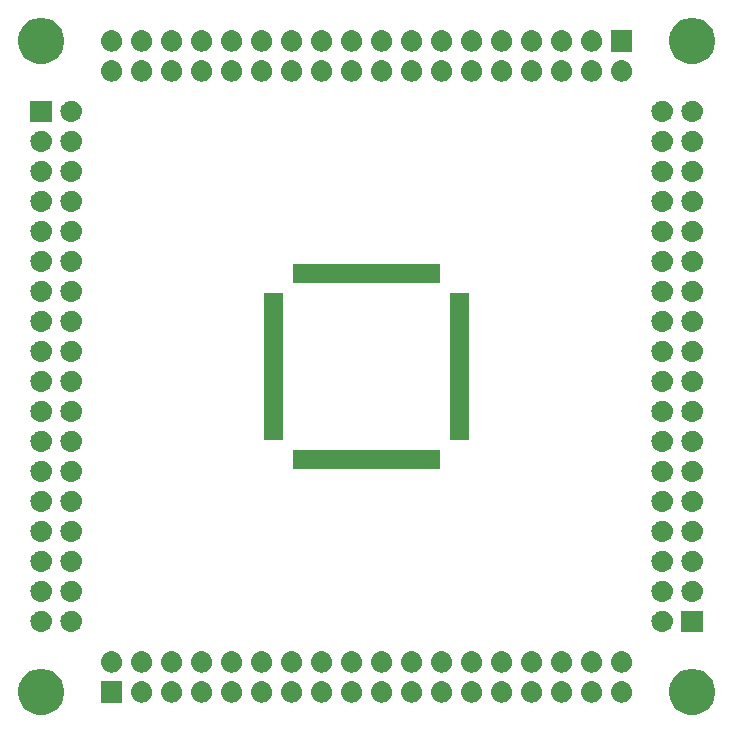
<source format=gbs>
G04 #@! TF.GenerationSoftware,KiCad,Pcbnew,(5.0.2)-1*
G04 #@! TF.CreationDate,2019-01-06T22:14:06+08:00*
G04 #@! TF.ProjectId,LQFP Breakout Board,4c514650-2042-4726-9561-6b6f75742042,rev?*
G04 #@! TF.SameCoordinates,Original*
G04 #@! TF.FileFunction,Soldermask,Bot*
G04 #@! TF.FilePolarity,Negative*
%FSLAX46Y46*%
G04 Gerber Fmt 4.6, Leading zero omitted, Abs format (unit mm)*
G04 Created by KiCad (PCBNEW (5.0.2)-1) date 01/06/19 22:14:06*
%MOMM*%
%LPD*%
G01*
G04 APERTURE LIST*
%ADD10C,0.100000*%
G04 APERTURE END LIST*
D10*
G36*
X120584083Y-111280975D02*
X120584085Y-111280976D01*
X120584086Y-111280976D01*
X120939145Y-111428046D01*
X121254385Y-111638683D01*
X121258693Y-111641561D01*
X121530439Y-111913307D01*
X121530441Y-111913310D01*
X121743954Y-112232855D01*
X121780281Y-112320557D01*
X121891025Y-112587917D01*
X121966000Y-112964842D01*
X121966000Y-113349158D01*
X121904172Y-113659991D01*
X121891024Y-113726086D01*
X121743954Y-114081145D01*
X121743953Y-114081146D01*
X121530439Y-114400693D01*
X121258693Y-114672439D01*
X121258690Y-114672441D01*
X120939145Y-114885954D01*
X120584086Y-115033024D01*
X120584085Y-115033024D01*
X120584083Y-115033025D01*
X120207158Y-115108000D01*
X119822842Y-115108000D01*
X119445917Y-115033025D01*
X119445915Y-115033024D01*
X119445914Y-115033024D01*
X119090855Y-114885954D01*
X118771310Y-114672441D01*
X118771307Y-114672439D01*
X118499561Y-114400693D01*
X118286047Y-114081146D01*
X118286046Y-114081145D01*
X118138976Y-113726086D01*
X118125829Y-113659991D01*
X118064000Y-113349158D01*
X118064000Y-112964842D01*
X118138975Y-112587917D01*
X118249719Y-112320557D01*
X118286046Y-112232855D01*
X118499559Y-111913310D01*
X118499561Y-111913307D01*
X118771307Y-111641561D01*
X118775615Y-111638683D01*
X119090855Y-111428046D01*
X119445914Y-111280976D01*
X119445915Y-111280976D01*
X119445917Y-111280975D01*
X119822842Y-111206000D01*
X120207158Y-111206000D01*
X120584083Y-111280975D01*
X120584083Y-111280975D01*
G37*
G36*
X65466083Y-111280975D02*
X65466085Y-111280976D01*
X65466086Y-111280976D01*
X65821145Y-111428046D01*
X66136385Y-111638683D01*
X66140693Y-111641561D01*
X66412439Y-111913307D01*
X66412441Y-111913310D01*
X66625954Y-112232855D01*
X66662281Y-112320557D01*
X66773025Y-112587917D01*
X66848000Y-112964842D01*
X66848000Y-113349158D01*
X66786172Y-113659991D01*
X66773024Y-113726086D01*
X66625954Y-114081145D01*
X66625953Y-114081146D01*
X66412439Y-114400693D01*
X66140693Y-114672439D01*
X66140690Y-114672441D01*
X65821145Y-114885954D01*
X65466086Y-115033024D01*
X65466085Y-115033024D01*
X65466083Y-115033025D01*
X65089158Y-115108000D01*
X64704842Y-115108000D01*
X64327917Y-115033025D01*
X64327915Y-115033024D01*
X64327914Y-115033024D01*
X63972855Y-114885954D01*
X63653310Y-114672441D01*
X63653307Y-114672439D01*
X63381561Y-114400693D01*
X63168047Y-114081146D01*
X63168046Y-114081145D01*
X63020976Y-113726086D01*
X63007829Y-113659991D01*
X62946000Y-113349158D01*
X62946000Y-112964842D01*
X63020975Y-112587917D01*
X63131719Y-112320557D01*
X63168046Y-112232855D01*
X63381559Y-111913310D01*
X63381561Y-111913307D01*
X63653307Y-111641561D01*
X63657615Y-111638683D01*
X63972855Y-111428046D01*
X64327914Y-111280976D01*
X64327915Y-111280976D01*
X64327917Y-111280975D01*
X64704842Y-111206000D01*
X65089158Y-111206000D01*
X65466083Y-111280975D01*
X65466083Y-111280975D01*
G37*
G36*
X101456443Y-112262519D02*
X101522627Y-112269037D01*
X101635853Y-112303384D01*
X101692467Y-112320557D01*
X101831087Y-112394652D01*
X101848991Y-112404222D01*
X101884729Y-112433552D01*
X101986186Y-112516814D01*
X102069448Y-112618271D01*
X102098778Y-112654009D01*
X102098779Y-112654011D01*
X102182443Y-112810533D01*
X102182443Y-112810534D01*
X102233963Y-112980373D01*
X102251359Y-113157000D01*
X102233963Y-113333627D01*
X102199616Y-113446853D01*
X102182443Y-113503467D01*
X102108348Y-113642087D01*
X102098778Y-113659991D01*
X102069448Y-113695729D01*
X101986186Y-113797186D01*
X101884729Y-113880448D01*
X101848991Y-113909778D01*
X101848989Y-113909779D01*
X101692467Y-113993443D01*
X101635853Y-114010616D01*
X101522627Y-114044963D01*
X101456442Y-114051482D01*
X101390260Y-114058000D01*
X101301740Y-114058000D01*
X101235558Y-114051482D01*
X101169373Y-114044963D01*
X101056147Y-114010616D01*
X100999533Y-113993443D01*
X100843011Y-113909779D01*
X100843009Y-113909778D01*
X100807271Y-113880448D01*
X100705814Y-113797186D01*
X100622552Y-113695729D01*
X100593222Y-113659991D01*
X100583652Y-113642087D01*
X100509557Y-113503467D01*
X100492384Y-113446853D01*
X100458037Y-113333627D01*
X100440641Y-113157000D01*
X100458037Y-112980373D01*
X100509557Y-112810534D01*
X100509557Y-112810533D01*
X100593221Y-112654011D01*
X100593222Y-112654009D01*
X100622552Y-112618271D01*
X100705814Y-112516814D01*
X100807271Y-112433552D01*
X100843009Y-112404222D01*
X100860913Y-112394652D01*
X100999533Y-112320557D01*
X101056147Y-112303384D01*
X101169373Y-112269037D01*
X101235557Y-112262519D01*
X101301740Y-112256000D01*
X101390260Y-112256000D01*
X101456443Y-112262519D01*
X101456443Y-112262519D01*
G37*
G36*
X114156443Y-112262519D02*
X114222627Y-112269037D01*
X114335853Y-112303384D01*
X114392467Y-112320557D01*
X114531087Y-112394652D01*
X114548991Y-112404222D01*
X114584729Y-112433552D01*
X114686186Y-112516814D01*
X114769448Y-112618271D01*
X114798778Y-112654009D01*
X114798779Y-112654011D01*
X114882443Y-112810533D01*
X114882443Y-112810534D01*
X114933963Y-112980373D01*
X114951359Y-113157000D01*
X114933963Y-113333627D01*
X114899616Y-113446853D01*
X114882443Y-113503467D01*
X114808348Y-113642087D01*
X114798778Y-113659991D01*
X114769448Y-113695729D01*
X114686186Y-113797186D01*
X114584729Y-113880448D01*
X114548991Y-113909778D01*
X114548989Y-113909779D01*
X114392467Y-113993443D01*
X114335853Y-114010616D01*
X114222627Y-114044963D01*
X114156442Y-114051482D01*
X114090260Y-114058000D01*
X114001740Y-114058000D01*
X113935558Y-114051482D01*
X113869373Y-114044963D01*
X113756147Y-114010616D01*
X113699533Y-113993443D01*
X113543011Y-113909779D01*
X113543009Y-113909778D01*
X113507271Y-113880448D01*
X113405814Y-113797186D01*
X113322552Y-113695729D01*
X113293222Y-113659991D01*
X113283652Y-113642087D01*
X113209557Y-113503467D01*
X113192384Y-113446853D01*
X113158037Y-113333627D01*
X113140641Y-113157000D01*
X113158037Y-112980373D01*
X113209557Y-112810534D01*
X113209557Y-112810533D01*
X113293221Y-112654011D01*
X113293222Y-112654009D01*
X113322552Y-112618271D01*
X113405814Y-112516814D01*
X113507271Y-112433552D01*
X113543009Y-112404222D01*
X113560913Y-112394652D01*
X113699533Y-112320557D01*
X113756147Y-112303384D01*
X113869373Y-112269037D01*
X113935557Y-112262519D01*
X114001740Y-112256000D01*
X114090260Y-112256000D01*
X114156443Y-112262519D01*
X114156443Y-112262519D01*
G37*
G36*
X111616443Y-112262519D02*
X111682627Y-112269037D01*
X111795853Y-112303384D01*
X111852467Y-112320557D01*
X111991087Y-112394652D01*
X112008991Y-112404222D01*
X112044729Y-112433552D01*
X112146186Y-112516814D01*
X112229448Y-112618271D01*
X112258778Y-112654009D01*
X112258779Y-112654011D01*
X112342443Y-112810533D01*
X112342443Y-112810534D01*
X112393963Y-112980373D01*
X112411359Y-113157000D01*
X112393963Y-113333627D01*
X112359616Y-113446853D01*
X112342443Y-113503467D01*
X112268348Y-113642087D01*
X112258778Y-113659991D01*
X112229448Y-113695729D01*
X112146186Y-113797186D01*
X112044729Y-113880448D01*
X112008991Y-113909778D01*
X112008989Y-113909779D01*
X111852467Y-113993443D01*
X111795853Y-114010616D01*
X111682627Y-114044963D01*
X111616442Y-114051482D01*
X111550260Y-114058000D01*
X111461740Y-114058000D01*
X111395558Y-114051482D01*
X111329373Y-114044963D01*
X111216147Y-114010616D01*
X111159533Y-113993443D01*
X111003011Y-113909779D01*
X111003009Y-113909778D01*
X110967271Y-113880448D01*
X110865814Y-113797186D01*
X110782552Y-113695729D01*
X110753222Y-113659991D01*
X110743652Y-113642087D01*
X110669557Y-113503467D01*
X110652384Y-113446853D01*
X110618037Y-113333627D01*
X110600641Y-113157000D01*
X110618037Y-112980373D01*
X110669557Y-112810534D01*
X110669557Y-112810533D01*
X110753221Y-112654011D01*
X110753222Y-112654009D01*
X110782552Y-112618271D01*
X110865814Y-112516814D01*
X110967271Y-112433552D01*
X111003009Y-112404222D01*
X111020913Y-112394652D01*
X111159533Y-112320557D01*
X111216147Y-112303384D01*
X111329373Y-112269037D01*
X111395557Y-112262519D01*
X111461740Y-112256000D01*
X111550260Y-112256000D01*
X111616443Y-112262519D01*
X111616443Y-112262519D01*
G37*
G36*
X109076443Y-112262519D02*
X109142627Y-112269037D01*
X109255853Y-112303384D01*
X109312467Y-112320557D01*
X109451087Y-112394652D01*
X109468991Y-112404222D01*
X109504729Y-112433552D01*
X109606186Y-112516814D01*
X109689448Y-112618271D01*
X109718778Y-112654009D01*
X109718779Y-112654011D01*
X109802443Y-112810533D01*
X109802443Y-112810534D01*
X109853963Y-112980373D01*
X109871359Y-113157000D01*
X109853963Y-113333627D01*
X109819616Y-113446853D01*
X109802443Y-113503467D01*
X109728348Y-113642087D01*
X109718778Y-113659991D01*
X109689448Y-113695729D01*
X109606186Y-113797186D01*
X109504729Y-113880448D01*
X109468991Y-113909778D01*
X109468989Y-113909779D01*
X109312467Y-113993443D01*
X109255853Y-114010616D01*
X109142627Y-114044963D01*
X109076442Y-114051482D01*
X109010260Y-114058000D01*
X108921740Y-114058000D01*
X108855558Y-114051482D01*
X108789373Y-114044963D01*
X108676147Y-114010616D01*
X108619533Y-113993443D01*
X108463011Y-113909779D01*
X108463009Y-113909778D01*
X108427271Y-113880448D01*
X108325814Y-113797186D01*
X108242552Y-113695729D01*
X108213222Y-113659991D01*
X108203652Y-113642087D01*
X108129557Y-113503467D01*
X108112384Y-113446853D01*
X108078037Y-113333627D01*
X108060641Y-113157000D01*
X108078037Y-112980373D01*
X108129557Y-112810534D01*
X108129557Y-112810533D01*
X108213221Y-112654011D01*
X108213222Y-112654009D01*
X108242552Y-112618271D01*
X108325814Y-112516814D01*
X108427271Y-112433552D01*
X108463009Y-112404222D01*
X108480913Y-112394652D01*
X108619533Y-112320557D01*
X108676147Y-112303384D01*
X108789373Y-112269037D01*
X108855557Y-112262519D01*
X108921740Y-112256000D01*
X109010260Y-112256000D01*
X109076443Y-112262519D01*
X109076443Y-112262519D01*
G37*
G36*
X106536443Y-112262519D02*
X106602627Y-112269037D01*
X106715853Y-112303384D01*
X106772467Y-112320557D01*
X106911087Y-112394652D01*
X106928991Y-112404222D01*
X106964729Y-112433552D01*
X107066186Y-112516814D01*
X107149448Y-112618271D01*
X107178778Y-112654009D01*
X107178779Y-112654011D01*
X107262443Y-112810533D01*
X107262443Y-112810534D01*
X107313963Y-112980373D01*
X107331359Y-113157000D01*
X107313963Y-113333627D01*
X107279616Y-113446853D01*
X107262443Y-113503467D01*
X107188348Y-113642087D01*
X107178778Y-113659991D01*
X107149448Y-113695729D01*
X107066186Y-113797186D01*
X106964729Y-113880448D01*
X106928991Y-113909778D01*
X106928989Y-113909779D01*
X106772467Y-113993443D01*
X106715853Y-114010616D01*
X106602627Y-114044963D01*
X106536442Y-114051482D01*
X106470260Y-114058000D01*
X106381740Y-114058000D01*
X106315558Y-114051482D01*
X106249373Y-114044963D01*
X106136147Y-114010616D01*
X106079533Y-113993443D01*
X105923011Y-113909779D01*
X105923009Y-113909778D01*
X105887271Y-113880448D01*
X105785814Y-113797186D01*
X105702552Y-113695729D01*
X105673222Y-113659991D01*
X105663652Y-113642087D01*
X105589557Y-113503467D01*
X105572384Y-113446853D01*
X105538037Y-113333627D01*
X105520641Y-113157000D01*
X105538037Y-112980373D01*
X105589557Y-112810534D01*
X105589557Y-112810533D01*
X105673221Y-112654011D01*
X105673222Y-112654009D01*
X105702552Y-112618271D01*
X105785814Y-112516814D01*
X105887271Y-112433552D01*
X105923009Y-112404222D01*
X105940913Y-112394652D01*
X106079533Y-112320557D01*
X106136147Y-112303384D01*
X106249373Y-112269037D01*
X106315557Y-112262519D01*
X106381740Y-112256000D01*
X106470260Y-112256000D01*
X106536443Y-112262519D01*
X106536443Y-112262519D01*
G37*
G36*
X103996443Y-112262519D02*
X104062627Y-112269037D01*
X104175853Y-112303384D01*
X104232467Y-112320557D01*
X104371087Y-112394652D01*
X104388991Y-112404222D01*
X104424729Y-112433552D01*
X104526186Y-112516814D01*
X104609448Y-112618271D01*
X104638778Y-112654009D01*
X104638779Y-112654011D01*
X104722443Y-112810533D01*
X104722443Y-112810534D01*
X104773963Y-112980373D01*
X104791359Y-113157000D01*
X104773963Y-113333627D01*
X104739616Y-113446853D01*
X104722443Y-113503467D01*
X104648348Y-113642087D01*
X104638778Y-113659991D01*
X104609448Y-113695729D01*
X104526186Y-113797186D01*
X104424729Y-113880448D01*
X104388991Y-113909778D01*
X104388989Y-113909779D01*
X104232467Y-113993443D01*
X104175853Y-114010616D01*
X104062627Y-114044963D01*
X103996442Y-114051482D01*
X103930260Y-114058000D01*
X103841740Y-114058000D01*
X103775558Y-114051482D01*
X103709373Y-114044963D01*
X103596147Y-114010616D01*
X103539533Y-113993443D01*
X103383011Y-113909779D01*
X103383009Y-113909778D01*
X103347271Y-113880448D01*
X103245814Y-113797186D01*
X103162552Y-113695729D01*
X103133222Y-113659991D01*
X103123652Y-113642087D01*
X103049557Y-113503467D01*
X103032384Y-113446853D01*
X102998037Y-113333627D01*
X102980641Y-113157000D01*
X102998037Y-112980373D01*
X103049557Y-112810534D01*
X103049557Y-112810533D01*
X103133221Y-112654011D01*
X103133222Y-112654009D01*
X103162552Y-112618271D01*
X103245814Y-112516814D01*
X103347271Y-112433552D01*
X103383009Y-112404222D01*
X103400913Y-112394652D01*
X103539533Y-112320557D01*
X103596147Y-112303384D01*
X103709373Y-112269037D01*
X103775557Y-112262519D01*
X103841740Y-112256000D01*
X103930260Y-112256000D01*
X103996443Y-112262519D01*
X103996443Y-112262519D01*
G37*
G36*
X98916443Y-112262519D02*
X98982627Y-112269037D01*
X99095853Y-112303384D01*
X99152467Y-112320557D01*
X99291087Y-112394652D01*
X99308991Y-112404222D01*
X99344729Y-112433552D01*
X99446186Y-112516814D01*
X99529448Y-112618271D01*
X99558778Y-112654009D01*
X99558779Y-112654011D01*
X99642443Y-112810533D01*
X99642443Y-112810534D01*
X99693963Y-112980373D01*
X99711359Y-113157000D01*
X99693963Y-113333627D01*
X99659616Y-113446853D01*
X99642443Y-113503467D01*
X99568348Y-113642087D01*
X99558778Y-113659991D01*
X99529448Y-113695729D01*
X99446186Y-113797186D01*
X99344729Y-113880448D01*
X99308991Y-113909778D01*
X99308989Y-113909779D01*
X99152467Y-113993443D01*
X99095853Y-114010616D01*
X98982627Y-114044963D01*
X98916442Y-114051482D01*
X98850260Y-114058000D01*
X98761740Y-114058000D01*
X98695558Y-114051482D01*
X98629373Y-114044963D01*
X98516147Y-114010616D01*
X98459533Y-113993443D01*
X98303011Y-113909779D01*
X98303009Y-113909778D01*
X98267271Y-113880448D01*
X98165814Y-113797186D01*
X98082552Y-113695729D01*
X98053222Y-113659991D01*
X98043652Y-113642087D01*
X97969557Y-113503467D01*
X97952384Y-113446853D01*
X97918037Y-113333627D01*
X97900641Y-113157000D01*
X97918037Y-112980373D01*
X97969557Y-112810534D01*
X97969557Y-112810533D01*
X98053221Y-112654011D01*
X98053222Y-112654009D01*
X98082552Y-112618271D01*
X98165814Y-112516814D01*
X98267271Y-112433552D01*
X98303009Y-112404222D01*
X98320913Y-112394652D01*
X98459533Y-112320557D01*
X98516147Y-112303384D01*
X98629373Y-112269037D01*
X98695557Y-112262519D01*
X98761740Y-112256000D01*
X98850260Y-112256000D01*
X98916443Y-112262519D01*
X98916443Y-112262519D01*
G37*
G36*
X96376443Y-112262519D02*
X96442627Y-112269037D01*
X96555853Y-112303384D01*
X96612467Y-112320557D01*
X96751087Y-112394652D01*
X96768991Y-112404222D01*
X96804729Y-112433552D01*
X96906186Y-112516814D01*
X96989448Y-112618271D01*
X97018778Y-112654009D01*
X97018779Y-112654011D01*
X97102443Y-112810533D01*
X97102443Y-112810534D01*
X97153963Y-112980373D01*
X97171359Y-113157000D01*
X97153963Y-113333627D01*
X97119616Y-113446853D01*
X97102443Y-113503467D01*
X97028348Y-113642087D01*
X97018778Y-113659991D01*
X96989448Y-113695729D01*
X96906186Y-113797186D01*
X96804729Y-113880448D01*
X96768991Y-113909778D01*
X96768989Y-113909779D01*
X96612467Y-113993443D01*
X96555853Y-114010616D01*
X96442627Y-114044963D01*
X96376442Y-114051482D01*
X96310260Y-114058000D01*
X96221740Y-114058000D01*
X96155558Y-114051482D01*
X96089373Y-114044963D01*
X95976147Y-114010616D01*
X95919533Y-113993443D01*
X95763011Y-113909779D01*
X95763009Y-113909778D01*
X95727271Y-113880448D01*
X95625814Y-113797186D01*
X95542552Y-113695729D01*
X95513222Y-113659991D01*
X95503652Y-113642087D01*
X95429557Y-113503467D01*
X95412384Y-113446853D01*
X95378037Y-113333627D01*
X95360641Y-113157000D01*
X95378037Y-112980373D01*
X95429557Y-112810534D01*
X95429557Y-112810533D01*
X95513221Y-112654011D01*
X95513222Y-112654009D01*
X95542552Y-112618271D01*
X95625814Y-112516814D01*
X95727271Y-112433552D01*
X95763009Y-112404222D01*
X95780913Y-112394652D01*
X95919533Y-112320557D01*
X95976147Y-112303384D01*
X96089373Y-112269037D01*
X96155557Y-112262519D01*
X96221740Y-112256000D01*
X96310260Y-112256000D01*
X96376443Y-112262519D01*
X96376443Y-112262519D01*
G37*
G36*
X93836443Y-112262519D02*
X93902627Y-112269037D01*
X94015853Y-112303384D01*
X94072467Y-112320557D01*
X94211087Y-112394652D01*
X94228991Y-112404222D01*
X94264729Y-112433552D01*
X94366186Y-112516814D01*
X94449448Y-112618271D01*
X94478778Y-112654009D01*
X94478779Y-112654011D01*
X94562443Y-112810533D01*
X94562443Y-112810534D01*
X94613963Y-112980373D01*
X94631359Y-113157000D01*
X94613963Y-113333627D01*
X94579616Y-113446853D01*
X94562443Y-113503467D01*
X94488348Y-113642087D01*
X94478778Y-113659991D01*
X94449448Y-113695729D01*
X94366186Y-113797186D01*
X94264729Y-113880448D01*
X94228991Y-113909778D01*
X94228989Y-113909779D01*
X94072467Y-113993443D01*
X94015853Y-114010616D01*
X93902627Y-114044963D01*
X93836442Y-114051482D01*
X93770260Y-114058000D01*
X93681740Y-114058000D01*
X93615558Y-114051482D01*
X93549373Y-114044963D01*
X93436147Y-114010616D01*
X93379533Y-113993443D01*
X93223011Y-113909779D01*
X93223009Y-113909778D01*
X93187271Y-113880448D01*
X93085814Y-113797186D01*
X93002552Y-113695729D01*
X92973222Y-113659991D01*
X92963652Y-113642087D01*
X92889557Y-113503467D01*
X92872384Y-113446853D01*
X92838037Y-113333627D01*
X92820641Y-113157000D01*
X92838037Y-112980373D01*
X92889557Y-112810534D01*
X92889557Y-112810533D01*
X92973221Y-112654011D01*
X92973222Y-112654009D01*
X93002552Y-112618271D01*
X93085814Y-112516814D01*
X93187271Y-112433552D01*
X93223009Y-112404222D01*
X93240913Y-112394652D01*
X93379533Y-112320557D01*
X93436147Y-112303384D01*
X93549373Y-112269037D01*
X93615557Y-112262519D01*
X93681740Y-112256000D01*
X93770260Y-112256000D01*
X93836443Y-112262519D01*
X93836443Y-112262519D01*
G37*
G36*
X88756443Y-112262519D02*
X88822627Y-112269037D01*
X88935853Y-112303384D01*
X88992467Y-112320557D01*
X89131087Y-112394652D01*
X89148991Y-112404222D01*
X89184729Y-112433552D01*
X89286186Y-112516814D01*
X89369448Y-112618271D01*
X89398778Y-112654009D01*
X89398779Y-112654011D01*
X89482443Y-112810533D01*
X89482443Y-112810534D01*
X89533963Y-112980373D01*
X89551359Y-113157000D01*
X89533963Y-113333627D01*
X89499616Y-113446853D01*
X89482443Y-113503467D01*
X89408348Y-113642087D01*
X89398778Y-113659991D01*
X89369448Y-113695729D01*
X89286186Y-113797186D01*
X89184729Y-113880448D01*
X89148991Y-113909778D01*
X89148989Y-113909779D01*
X88992467Y-113993443D01*
X88935853Y-114010616D01*
X88822627Y-114044963D01*
X88756442Y-114051482D01*
X88690260Y-114058000D01*
X88601740Y-114058000D01*
X88535558Y-114051482D01*
X88469373Y-114044963D01*
X88356147Y-114010616D01*
X88299533Y-113993443D01*
X88143011Y-113909779D01*
X88143009Y-113909778D01*
X88107271Y-113880448D01*
X88005814Y-113797186D01*
X87922552Y-113695729D01*
X87893222Y-113659991D01*
X87883652Y-113642087D01*
X87809557Y-113503467D01*
X87792384Y-113446853D01*
X87758037Y-113333627D01*
X87740641Y-113157000D01*
X87758037Y-112980373D01*
X87809557Y-112810534D01*
X87809557Y-112810533D01*
X87893221Y-112654011D01*
X87893222Y-112654009D01*
X87922552Y-112618271D01*
X88005814Y-112516814D01*
X88107271Y-112433552D01*
X88143009Y-112404222D01*
X88160913Y-112394652D01*
X88299533Y-112320557D01*
X88356147Y-112303384D01*
X88469373Y-112269037D01*
X88535557Y-112262519D01*
X88601740Y-112256000D01*
X88690260Y-112256000D01*
X88756443Y-112262519D01*
X88756443Y-112262519D01*
G37*
G36*
X71767000Y-114058000D02*
X69965000Y-114058000D01*
X69965000Y-112256000D01*
X71767000Y-112256000D01*
X71767000Y-114058000D01*
X71767000Y-114058000D01*
G37*
G36*
X86216443Y-112262519D02*
X86282627Y-112269037D01*
X86395853Y-112303384D01*
X86452467Y-112320557D01*
X86591087Y-112394652D01*
X86608991Y-112404222D01*
X86644729Y-112433552D01*
X86746186Y-112516814D01*
X86829448Y-112618271D01*
X86858778Y-112654009D01*
X86858779Y-112654011D01*
X86942443Y-112810533D01*
X86942443Y-112810534D01*
X86993963Y-112980373D01*
X87011359Y-113157000D01*
X86993963Y-113333627D01*
X86959616Y-113446853D01*
X86942443Y-113503467D01*
X86868348Y-113642087D01*
X86858778Y-113659991D01*
X86829448Y-113695729D01*
X86746186Y-113797186D01*
X86644729Y-113880448D01*
X86608991Y-113909778D01*
X86608989Y-113909779D01*
X86452467Y-113993443D01*
X86395853Y-114010616D01*
X86282627Y-114044963D01*
X86216442Y-114051482D01*
X86150260Y-114058000D01*
X86061740Y-114058000D01*
X85995558Y-114051482D01*
X85929373Y-114044963D01*
X85816147Y-114010616D01*
X85759533Y-113993443D01*
X85603011Y-113909779D01*
X85603009Y-113909778D01*
X85567271Y-113880448D01*
X85465814Y-113797186D01*
X85382552Y-113695729D01*
X85353222Y-113659991D01*
X85343652Y-113642087D01*
X85269557Y-113503467D01*
X85252384Y-113446853D01*
X85218037Y-113333627D01*
X85200641Y-113157000D01*
X85218037Y-112980373D01*
X85269557Y-112810534D01*
X85269557Y-112810533D01*
X85353221Y-112654011D01*
X85353222Y-112654009D01*
X85382552Y-112618271D01*
X85465814Y-112516814D01*
X85567271Y-112433552D01*
X85603009Y-112404222D01*
X85620913Y-112394652D01*
X85759533Y-112320557D01*
X85816147Y-112303384D01*
X85929373Y-112269037D01*
X85995557Y-112262519D01*
X86061740Y-112256000D01*
X86150260Y-112256000D01*
X86216443Y-112262519D01*
X86216443Y-112262519D01*
G37*
G36*
X73516443Y-112262519D02*
X73582627Y-112269037D01*
X73695853Y-112303384D01*
X73752467Y-112320557D01*
X73891087Y-112394652D01*
X73908991Y-112404222D01*
X73944729Y-112433552D01*
X74046186Y-112516814D01*
X74129448Y-112618271D01*
X74158778Y-112654009D01*
X74158779Y-112654011D01*
X74242443Y-112810533D01*
X74242443Y-112810534D01*
X74293963Y-112980373D01*
X74311359Y-113157000D01*
X74293963Y-113333627D01*
X74259616Y-113446853D01*
X74242443Y-113503467D01*
X74168348Y-113642087D01*
X74158778Y-113659991D01*
X74129448Y-113695729D01*
X74046186Y-113797186D01*
X73944729Y-113880448D01*
X73908991Y-113909778D01*
X73908989Y-113909779D01*
X73752467Y-113993443D01*
X73695853Y-114010616D01*
X73582627Y-114044963D01*
X73516442Y-114051482D01*
X73450260Y-114058000D01*
X73361740Y-114058000D01*
X73295558Y-114051482D01*
X73229373Y-114044963D01*
X73116147Y-114010616D01*
X73059533Y-113993443D01*
X72903011Y-113909779D01*
X72903009Y-113909778D01*
X72867271Y-113880448D01*
X72765814Y-113797186D01*
X72682552Y-113695729D01*
X72653222Y-113659991D01*
X72643652Y-113642087D01*
X72569557Y-113503467D01*
X72552384Y-113446853D01*
X72518037Y-113333627D01*
X72500641Y-113157000D01*
X72518037Y-112980373D01*
X72569557Y-112810534D01*
X72569557Y-112810533D01*
X72653221Y-112654011D01*
X72653222Y-112654009D01*
X72682552Y-112618271D01*
X72765814Y-112516814D01*
X72867271Y-112433552D01*
X72903009Y-112404222D01*
X72920913Y-112394652D01*
X73059533Y-112320557D01*
X73116147Y-112303384D01*
X73229373Y-112269037D01*
X73295557Y-112262519D01*
X73361740Y-112256000D01*
X73450260Y-112256000D01*
X73516443Y-112262519D01*
X73516443Y-112262519D01*
G37*
G36*
X76056443Y-112262519D02*
X76122627Y-112269037D01*
X76235853Y-112303384D01*
X76292467Y-112320557D01*
X76431087Y-112394652D01*
X76448991Y-112404222D01*
X76484729Y-112433552D01*
X76586186Y-112516814D01*
X76669448Y-112618271D01*
X76698778Y-112654009D01*
X76698779Y-112654011D01*
X76782443Y-112810533D01*
X76782443Y-112810534D01*
X76833963Y-112980373D01*
X76851359Y-113157000D01*
X76833963Y-113333627D01*
X76799616Y-113446853D01*
X76782443Y-113503467D01*
X76708348Y-113642087D01*
X76698778Y-113659991D01*
X76669448Y-113695729D01*
X76586186Y-113797186D01*
X76484729Y-113880448D01*
X76448991Y-113909778D01*
X76448989Y-113909779D01*
X76292467Y-113993443D01*
X76235853Y-114010616D01*
X76122627Y-114044963D01*
X76056442Y-114051482D01*
X75990260Y-114058000D01*
X75901740Y-114058000D01*
X75835558Y-114051482D01*
X75769373Y-114044963D01*
X75656147Y-114010616D01*
X75599533Y-113993443D01*
X75443011Y-113909779D01*
X75443009Y-113909778D01*
X75407271Y-113880448D01*
X75305814Y-113797186D01*
X75222552Y-113695729D01*
X75193222Y-113659991D01*
X75183652Y-113642087D01*
X75109557Y-113503467D01*
X75092384Y-113446853D01*
X75058037Y-113333627D01*
X75040641Y-113157000D01*
X75058037Y-112980373D01*
X75109557Y-112810534D01*
X75109557Y-112810533D01*
X75193221Y-112654011D01*
X75193222Y-112654009D01*
X75222552Y-112618271D01*
X75305814Y-112516814D01*
X75407271Y-112433552D01*
X75443009Y-112404222D01*
X75460913Y-112394652D01*
X75599533Y-112320557D01*
X75656147Y-112303384D01*
X75769373Y-112269037D01*
X75835557Y-112262519D01*
X75901740Y-112256000D01*
X75990260Y-112256000D01*
X76056443Y-112262519D01*
X76056443Y-112262519D01*
G37*
G36*
X78596443Y-112262519D02*
X78662627Y-112269037D01*
X78775853Y-112303384D01*
X78832467Y-112320557D01*
X78971087Y-112394652D01*
X78988991Y-112404222D01*
X79024729Y-112433552D01*
X79126186Y-112516814D01*
X79209448Y-112618271D01*
X79238778Y-112654009D01*
X79238779Y-112654011D01*
X79322443Y-112810533D01*
X79322443Y-112810534D01*
X79373963Y-112980373D01*
X79391359Y-113157000D01*
X79373963Y-113333627D01*
X79339616Y-113446853D01*
X79322443Y-113503467D01*
X79248348Y-113642087D01*
X79238778Y-113659991D01*
X79209448Y-113695729D01*
X79126186Y-113797186D01*
X79024729Y-113880448D01*
X78988991Y-113909778D01*
X78988989Y-113909779D01*
X78832467Y-113993443D01*
X78775853Y-114010616D01*
X78662627Y-114044963D01*
X78596442Y-114051482D01*
X78530260Y-114058000D01*
X78441740Y-114058000D01*
X78375558Y-114051482D01*
X78309373Y-114044963D01*
X78196147Y-114010616D01*
X78139533Y-113993443D01*
X77983011Y-113909779D01*
X77983009Y-113909778D01*
X77947271Y-113880448D01*
X77845814Y-113797186D01*
X77762552Y-113695729D01*
X77733222Y-113659991D01*
X77723652Y-113642087D01*
X77649557Y-113503467D01*
X77632384Y-113446853D01*
X77598037Y-113333627D01*
X77580641Y-113157000D01*
X77598037Y-112980373D01*
X77649557Y-112810534D01*
X77649557Y-112810533D01*
X77733221Y-112654011D01*
X77733222Y-112654009D01*
X77762552Y-112618271D01*
X77845814Y-112516814D01*
X77947271Y-112433552D01*
X77983009Y-112404222D01*
X78000913Y-112394652D01*
X78139533Y-112320557D01*
X78196147Y-112303384D01*
X78309373Y-112269037D01*
X78375557Y-112262519D01*
X78441740Y-112256000D01*
X78530260Y-112256000D01*
X78596443Y-112262519D01*
X78596443Y-112262519D01*
G37*
G36*
X81136443Y-112262519D02*
X81202627Y-112269037D01*
X81315853Y-112303384D01*
X81372467Y-112320557D01*
X81511087Y-112394652D01*
X81528991Y-112404222D01*
X81564729Y-112433552D01*
X81666186Y-112516814D01*
X81749448Y-112618271D01*
X81778778Y-112654009D01*
X81778779Y-112654011D01*
X81862443Y-112810533D01*
X81862443Y-112810534D01*
X81913963Y-112980373D01*
X81931359Y-113157000D01*
X81913963Y-113333627D01*
X81879616Y-113446853D01*
X81862443Y-113503467D01*
X81788348Y-113642087D01*
X81778778Y-113659991D01*
X81749448Y-113695729D01*
X81666186Y-113797186D01*
X81564729Y-113880448D01*
X81528991Y-113909778D01*
X81528989Y-113909779D01*
X81372467Y-113993443D01*
X81315853Y-114010616D01*
X81202627Y-114044963D01*
X81136442Y-114051482D01*
X81070260Y-114058000D01*
X80981740Y-114058000D01*
X80915558Y-114051482D01*
X80849373Y-114044963D01*
X80736147Y-114010616D01*
X80679533Y-113993443D01*
X80523011Y-113909779D01*
X80523009Y-113909778D01*
X80487271Y-113880448D01*
X80385814Y-113797186D01*
X80302552Y-113695729D01*
X80273222Y-113659991D01*
X80263652Y-113642087D01*
X80189557Y-113503467D01*
X80172384Y-113446853D01*
X80138037Y-113333627D01*
X80120641Y-113157000D01*
X80138037Y-112980373D01*
X80189557Y-112810534D01*
X80189557Y-112810533D01*
X80273221Y-112654011D01*
X80273222Y-112654009D01*
X80302552Y-112618271D01*
X80385814Y-112516814D01*
X80487271Y-112433552D01*
X80523009Y-112404222D01*
X80540913Y-112394652D01*
X80679533Y-112320557D01*
X80736147Y-112303384D01*
X80849373Y-112269037D01*
X80915557Y-112262519D01*
X80981740Y-112256000D01*
X81070260Y-112256000D01*
X81136443Y-112262519D01*
X81136443Y-112262519D01*
G37*
G36*
X83676443Y-112262519D02*
X83742627Y-112269037D01*
X83855853Y-112303384D01*
X83912467Y-112320557D01*
X84051087Y-112394652D01*
X84068991Y-112404222D01*
X84104729Y-112433552D01*
X84206186Y-112516814D01*
X84289448Y-112618271D01*
X84318778Y-112654009D01*
X84318779Y-112654011D01*
X84402443Y-112810533D01*
X84402443Y-112810534D01*
X84453963Y-112980373D01*
X84471359Y-113157000D01*
X84453963Y-113333627D01*
X84419616Y-113446853D01*
X84402443Y-113503467D01*
X84328348Y-113642087D01*
X84318778Y-113659991D01*
X84289448Y-113695729D01*
X84206186Y-113797186D01*
X84104729Y-113880448D01*
X84068991Y-113909778D01*
X84068989Y-113909779D01*
X83912467Y-113993443D01*
X83855853Y-114010616D01*
X83742627Y-114044963D01*
X83676442Y-114051482D01*
X83610260Y-114058000D01*
X83521740Y-114058000D01*
X83455558Y-114051482D01*
X83389373Y-114044963D01*
X83276147Y-114010616D01*
X83219533Y-113993443D01*
X83063011Y-113909779D01*
X83063009Y-113909778D01*
X83027271Y-113880448D01*
X82925814Y-113797186D01*
X82842552Y-113695729D01*
X82813222Y-113659991D01*
X82803652Y-113642087D01*
X82729557Y-113503467D01*
X82712384Y-113446853D01*
X82678037Y-113333627D01*
X82660641Y-113157000D01*
X82678037Y-112980373D01*
X82729557Y-112810534D01*
X82729557Y-112810533D01*
X82813221Y-112654011D01*
X82813222Y-112654009D01*
X82842552Y-112618271D01*
X82925814Y-112516814D01*
X83027271Y-112433552D01*
X83063009Y-112404222D01*
X83080913Y-112394652D01*
X83219533Y-112320557D01*
X83276147Y-112303384D01*
X83389373Y-112269037D01*
X83455557Y-112262519D01*
X83521740Y-112256000D01*
X83610260Y-112256000D01*
X83676443Y-112262519D01*
X83676443Y-112262519D01*
G37*
G36*
X91296443Y-112262519D02*
X91362627Y-112269037D01*
X91475853Y-112303384D01*
X91532467Y-112320557D01*
X91671087Y-112394652D01*
X91688991Y-112404222D01*
X91724729Y-112433552D01*
X91826186Y-112516814D01*
X91909448Y-112618271D01*
X91938778Y-112654009D01*
X91938779Y-112654011D01*
X92022443Y-112810533D01*
X92022443Y-112810534D01*
X92073963Y-112980373D01*
X92091359Y-113157000D01*
X92073963Y-113333627D01*
X92039616Y-113446853D01*
X92022443Y-113503467D01*
X91948348Y-113642087D01*
X91938778Y-113659991D01*
X91909448Y-113695729D01*
X91826186Y-113797186D01*
X91724729Y-113880448D01*
X91688991Y-113909778D01*
X91688989Y-113909779D01*
X91532467Y-113993443D01*
X91475853Y-114010616D01*
X91362627Y-114044963D01*
X91296442Y-114051482D01*
X91230260Y-114058000D01*
X91141740Y-114058000D01*
X91075558Y-114051482D01*
X91009373Y-114044963D01*
X90896147Y-114010616D01*
X90839533Y-113993443D01*
X90683011Y-113909779D01*
X90683009Y-113909778D01*
X90647271Y-113880448D01*
X90545814Y-113797186D01*
X90462552Y-113695729D01*
X90433222Y-113659991D01*
X90423652Y-113642087D01*
X90349557Y-113503467D01*
X90332384Y-113446853D01*
X90298037Y-113333627D01*
X90280641Y-113157000D01*
X90298037Y-112980373D01*
X90349557Y-112810534D01*
X90349557Y-112810533D01*
X90433221Y-112654011D01*
X90433222Y-112654009D01*
X90462552Y-112618271D01*
X90545814Y-112516814D01*
X90647271Y-112433552D01*
X90683009Y-112404222D01*
X90700913Y-112394652D01*
X90839533Y-112320557D01*
X90896147Y-112303384D01*
X91009373Y-112269037D01*
X91075557Y-112262519D01*
X91141740Y-112256000D01*
X91230260Y-112256000D01*
X91296443Y-112262519D01*
X91296443Y-112262519D01*
G37*
G36*
X109076442Y-109722518D02*
X109142627Y-109729037D01*
X109255853Y-109763384D01*
X109312467Y-109780557D01*
X109451087Y-109854652D01*
X109468991Y-109864222D01*
X109504729Y-109893552D01*
X109606186Y-109976814D01*
X109689448Y-110078271D01*
X109718778Y-110114009D01*
X109718779Y-110114011D01*
X109802443Y-110270533D01*
X109802443Y-110270534D01*
X109853963Y-110440373D01*
X109871359Y-110617000D01*
X109853963Y-110793627D01*
X109819616Y-110906853D01*
X109802443Y-110963467D01*
X109728348Y-111102087D01*
X109718778Y-111119991D01*
X109689448Y-111155729D01*
X109606186Y-111257186D01*
X109504729Y-111340448D01*
X109468991Y-111369778D01*
X109468989Y-111369779D01*
X109312467Y-111453443D01*
X109255853Y-111470616D01*
X109142627Y-111504963D01*
X109076442Y-111511482D01*
X109010260Y-111518000D01*
X108921740Y-111518000D01*
X108855558Y-111511482D01*
X108789373Y-111504963D01*
X108676147Y-111470616D01*
X108619533Y-111453443D01*
X108463011Y-111369779D01*
X108463009Y-111369778D01*
X108427271Y-111340448D01*
X108325814Y-111257186D01*
X108242552Y-111155729D01*
X108213222Y-111119991D01*
X108203652Y-111102087D01*
X108129557Y-110963467D01*
X108112384Y-110906853D01*
X108078037Y-110793627D01*
X108060641Y-110617000D01*
X108078037Y-110440373D01*
X108129557Y-110270534D01*
X108129557Y-110270533D01*
X108213221Y-110114011D01*
X108213222Y-110114009D01*
X108242552Y-110078271D01*
X108325814Y-109976814D01*
X108427271Y-109893552D01*
X108463009Y-109864222D01*
X108480913Y-109854652D01*
X108619533Y-109780557D01*
X108676147Y-109763384D01*
X108789373Y-109729037D01*
X108855558Y-109722518D01*
X108921740Y-109716000D01*
X109010260Y-109716000D01*
X109076442Y-109722518D01*
X109076442Y-109722518D01*
G37*
G36*
X103996442Y-109722518D02*
X104062627Y-109729037D01*
X104175853Y-109763384D01*
X104232467Y-109780557D01*
X104371087Y-109854652D01*
X104388991Y-109864222D01*
X104424729Y-109893552D01*
X104526186Y-109976814D01*
X104609448Y-110078271D01*
X104638778Y-110114009D01*
X104638779Y-110114011D01*
X104722443Y-110270533D01*
X104722443Y-110270534D01*
X104773963Y-110440373D01*
X104791359Y-110617000D01*
X104773963Y-110793627D01*
X104739616Y-110906853D01*
X104722443Y-110963467D01*
X104648348Y-111102087D01*
X104638778Y-111119991D01*
X104609448Y-111155729D01*
X104526186Y-111257186D01*
X104424729Y-111340448D01*
X104388991Y-111369778D01*
X104388989Y-111369779D01*
X104232467Y-111453443D01*
X104175853Y-111470616D01*
X104062627Y-111504963D01*
X103996442Y-111511482D01*
X103930260Y-111518000D01*
X103841740Y-111518000D01*
X103775558Y-111511482D01*
X103709373Y-111504963D01*
X103596147Y-111470616D01*
X103539533Y-111453443D01*
X103383011Y-111369779D01*
X103383009Y-111369778D01*
X103347271Y-111340448D01*
X103245814Y-111257186D01*
X103162552Y-111155729D01*
X103133222Y-111119991D01*
X103123652Y-111102087D01*
X103049557Y-110963467D01*
X103032384Y-110906853D01*
X102998037Y-110793627D01*
X102980641Y-110617000D01*
X102998037Y-110440373D01*
X103049557Y-110270534D01*
X103049557Y-110270533D01*
X103133221Y-110114011D01*
X103133222Y-110114009D01*
X103162552Y-110078271D01*
X103245814Y-109976814D01*
X103347271Y-109893552D01*
X103383009Y-109864222D01*
X103400913Y-109854652D01*
X103539533Y-109780557D01*
X103596147Y-109763384D01*
X103709373Y-109729037D01*
X103775558Y-109722518D01*
X103841740Y-109716000D01*
X103930260Y-109716000D01*
X103996442Y-109722518D01*
X103996442Y-109722518D01*
G37*
G36*
X101456442Y-109722518D02*
X101522627Y-109729037D01*
X101635853Y-109763384D01*
X101692467Y-109780557D01*
X101831087Y-109854652D01*
X101848991Y-109864222D01*
X101884729Y-109893552D01*
X101986186Y-109976814D01*
X102069448Y-110078271D01*
X102098778Y-110114009D01*
X102098779Y-110114011D01*
X102182443Y-110270533D01*
X102182443Y-110270534D01*
X102233963Y-110440373D01*
X102251359Y-110617000D01*
X102233963Y-110793627D01*
X102199616Y-110906853D01*
X102182443Y-110963467D01*
X102108348Y-111102087D01*
X102098778Y-111119991D01*
X102069448Y-111155729D01*
X101986186Y-111257186D01*
X101884729Y-111340448D01*
X101848991Y-111369778D01*
X101848989Y-111369779D01*
X101692467Y-111453443D01*
X101635853Y-111470616D01*
X101522627Y-111504963D01*
X101456442Y-111511482D01*
X101390260Y-111518000D01*
X101301740Y-111518000D01*
X101235558Y-111511482D01*
X101169373Y-111504963D01*
X101056147Y-111470616D01*
X100999533Y-111453443D01*
X100843011Y-111369779D01*
X100843009Y-111369778D01*
X100807271Y-111340448D01*
X100705814Y-111257186D01*
X100622552Y-111155729D01*
X100593222Y-111119991D01*
X100583652Y-111102087D01*
X100509557Y-110963467D01*
X100492384Y-110906853D01*
X100458037Y-110793627D01*
X100440641Y-110617000D01*
X100458037Y-110440373D01*
X100509557Y-110270534D01*
X100509557Y-110270533D01*
X100593221Y-110114011D01*
X100593222Y-110114009D01*
X100622552Y-110078271D01*
X100705814Y-109976814D01*
X100807271Y-109893552D01*
X100843009Y-109864222D01*
X100860913Y-109854652D01*
X100999533Y-109780557D01*
X101056147Y-109763384D01*
X101169373Y-109729037D01*
X101235558Y-109722518D01*
X101301740Y-109716000D01*
X101390260Y-109716000D01*
X101456442Y-109722518D01*
X101456442Y-109722518D01*
G37*
G36*
X98916442Y-109722518D02*
X98982627Y-109729037D01*
X99095853Y-109763384D01*
X99152467Y-109780557D01*
X99291087Y-109854652D01*
X99308991Y-109864222D01*
X99344729Y-109893552D01*
X99446186Y-109976814D01*
X99529448Y-110078271D01*
X99558778Y-110114009D01*
X99558779Y-110114011D01*
X99642443Y-110270533D01*
X99642443Y-110270534D01*
X99693963Y-110440373D01*
X99711359Y-110617000D01*
X99693963Y-110793627D01*
X99659616Y-110906853D01*
X99642443Y-110963467D01*
X99568348Y-111102087D01*
X99558778Y-111119991D01*
X99529448Y-111155729D01*
X99446186Y-111257186D01*
X99344729Y-111340448D01*
X99308991Y-111369778D01*
X99308989Y-111369779D01*
X99152467Y-111453443D01*
X99095853Y-111470616D01*
X98982627Y-111504963D01*
X98916442Y-111511482D01*
X98850260Y-111518000D01*
X98761740Y-111518000D01*
X98695558Y-111511482D01*
X98629373Y-111504963D01*
X98516147Y-111470616D01*
X98459533Y-111453443D01*
X98303011Y-111369779D01*
X98303009Y-111369778D01*
X98267271Y-111340448D01*
X98165814Y-111257186D01*
X98082552Y-111155729D01*
X98053222Y-111119991D01*
X98043652Y-111102087D01*
X97969557Y-110963467D01*
X97952384Y-110906853D01*
X97918037Y-110793627D01*
X97900641Y-110617000D01*
X97918037Y-110440373D01*
X97969557Y-110270534D01*
X97969557Y-110270533D01*
X98053221Y-110114011D01*
X98053222Y-110114009D01*
X98082552Y-110078271D01*
X98165814Y-109976814D01*
X98267271Y-109893552D01*
X98303009Y-109864222D01*
X98320913Y-109854652D01*
X98459533Y-109780557D01*
X98516147Y-109763384D01*
X98629373Y-109729037D01*
X98695558Y-109722518D01*
X98761740Y-109716000D01*
X98850260Y-109716000D01*
X98916442Y-109722518D01*
X98916442Y-109722518D01*
G37*
G36*
X96376442Y-109722518D02*
X96442627Y-109729037D01*
X96555853Y-109763384D01*
X96612467Y-109780557D01*
X96751087Y-109854652D01*
X96768991Y-109864222D01*
X96804729Y-109893552D01*
X96906186Y-109976814D01*
X96989448Y-110078271D01*
X97018778Y-110114009D01*
X97018779Y-110114011D01*
X97102443Y-110270533D01*
X97102443Y-110270534D01*
X97153963Y-110440373D01*
X97171359Y-110617000D01*
X97153963Y-110793627D01*
X97119616Y-110906853D01*
X97102443Y-110963467D01*
X97028348Y-111102087D01*
X97018778Y-111119991D01*
X96989448Y-111155729D01*
X96906186Y-111257186D01*
X96804729Y-111340448D01*
X96768991Y-111369778D01*
X96768989Y-111369779D01*
X96612467Y-111453443D01*
X96555853Y-111470616D01*
X96442627Y-111504963D01*
X96376442Y-111511482D01*
X96310260Y-111518000D01*
X96221740Y-111518000D01*
X96155558Y-111511482D01*
X96089373Y-111504963D01*
X95976147Y-111470616D01*
X95919533Y-111453443D01*
X95763011Y-111369779D01*
X95763009Y-111369778D01*
X95727271Y-111340448D01*
X95625814Y-111257186D01*
X95542552Y-111155729D01*
X95513222Y-111119991D01*
X95503652Y-111102087D01*
X95429557Y-110963467D01*
X95412384Y-110906853D01*
X95378037Y-110793627D01*
X95360641Y-110617000D01*
X95378037Y-110440373D01*
X95429557Y-110270534D01*
X95429557Y-110270533D01*
X95513221Y-110114011D01*
X95513222Y-110114009D01*
X95542552Y-110078271D01*
X95625814Y-109976814D01*
X95727271Y-109893552D01*
X95763009Y-109864222D01*
X95780913Y-109854652D01*
X95919533Y-109780557D01*
X95976147Y-109763384D01*
X96089373Y-109729037D01*
X96155558Y-109722518D01*
X96221740Y-109716000D01*
X96310260Y-109716000D01*
X96376442Y-109722518D01*
X96376442Y-109722518D01*
G37*
G36*
X93836442Y-109722518D02*
X93902627Y-109729037D01*
X94015853Y-109763384D01*
X94072467Y-109780557D01*
X94211087Y-109854652D01*
X94228991Y-109864222D01*
X94264729Y-109893552D01*
X94366186Y-109976814D01*
X94449448Y-110078271D01*
X94478778Y-110114009D01*
X94478779Y-110114011D01*
X94562443Y-110270533D01*
X94562443Y-110270534D01*
X94613963Y-110440373D01*
X94631359Y-110617000D01*
X94613963Y-110793627D01*
X94579616Y-110906853D01*
X94562443Y-110963467D01*
X94488348Y-111102087D01*
X94478778Y-111119991D01*
X94449448Y-111155729D01*
X94366186Y-111257186D01*
X94264729Y-111340448D01*
X94228991Y-111369778D01*
X94228989Y-111369779D01*
X94072467Y-111453443D01*
X94015853Y-111470616D01*
X93902627Y-111504963D01*
X93836442Y-111511482D01*
X93770260Y-111518000D01*
X93681740Y-111518000D01*
X93615558Y-111511482D01*
X93549373Y-111504963D01*
X93436147Y-111470616D01*
X93379533Y-111453443D01*
X93223011Y-111369779D01*
X93223009Y-111369778D01*
X93187271Y-111340448D01*
X93085814Y-111257186D01*
X93002552Y-111155729D01*
X92973222Y-111119991D01*
X92963652Y-111102087D01*
X92889557Y-110963467D01*
X92872384Y-110906853D01*
X92838037Y-110793627D01*
X92820641Y-110617000D01*
X92838037Y-110440373D01*
X92889557Y-110270534D01*
X92889557Y-110270533D01*
X92973221Y-110114011D01*
X92973222Y-110114009D01*
X93002552Y-110078271D01*
X93085814Y-109976814D01*
X93187271Y-109893552D01*
X93223009Y-109864222D01*
X93240913Y-109854652D01*
X93379533Y-109780557D01*
X93436147Y-109763384D01*
X93549373Y-109729037D01*
X93615558Y-109722518D01*
X93681740Y-109716000D01*
X93770260Y-109716000D01*
X93836442Y-109722518D01*
X93836442Y-109722518D01*
G37*
G36*
X91296442Y-109722518D02*
X91362627Y-109729037D01*
X91475853Y-109763384D01*
X91532467Y-109780557D01*
X91671087Y-109854652D01*
X91688991Y-109864222D01*
X91724729Y-109893552D01*
X91826186Y-109976814D01*
X91909448Y-110078271D01*
X91938778Y-110114009D01*
X91938779Y-110114011D01*
X92022443Y-110270533D01*
X92022443Y-110270534D01*
X92073963Y-110440373D01*
X92091359Y-110617000D01*
X92073963Y-110793627D01*
X92039616Y-110906853D01*
X92022443Y-110963467D01*
X91948348Y-111102087D01*
X91938778Y-111119991D01*
X91909448Y-111155729D01*
X91826186Y-111257186D01*
X91724729Y-111340448D01*
X91688991Y-111369778D01*
X91688989Y-111369779D01*
X91532467Y-111453443D01*
X91475853Y-111470616D01*
X91362627Y-111504963D01*
X91296442Y-111511482D01*
X91230260Y-111518000D01*
X91141740Y-111518000D01*
X91075558Y-111511482D01*
X91009373Y-111504963D01*
X90896147Y-111470616D01*
X90839533Y-111453443D01*
X90683011Y-111369779D01*
X90683009Y-111369778D01*
X90647271Y-111340448D01*
X90545814Y-111257186D01*
X90462552Y-111155729D01*
X90433222Y-111119991D01*
X90423652Y-111102087D01*
X90349557Y-110963467D01*
X90332384Y-110906853D01*
X90298037Y-110793627D01*
X90280641Y-110617000D01*
X90298037Y-110440373D01*
X90349557Y-110270534D01*
X90349557Y-110270533D01*
X90433221Y-110114011D01*
X90433222Y-110114009D01*
X90462552Y-110078271D01*
X90545814Y-109976814D01*
X90647271Y-109893552D01*
X90683009Y-109864222D01*
X90700913Y-109854652D01*
X90839533Y-109780557D01*
X90896147Y-109763384D01*
X91009373Y-109729037D01*
X91075558Y-109722518D01*
X91141740Y-109716000D01*
X91230260Y-109716000D01*
X91296442Y-109722518D01*
X91296442Y-109722518D01*
G37*
G36*
X88756442Y-109722518D02*
X88822627Y-109729037D01*
X88935853Y-109763384D01*
X88992467Y-109780557D01*
X89131087Y-109854652D01*
X89148991Y-109864222D01*
X89184729Y-109893552D01*
X89286186Y-109976814D01*
X89369448Y-110078271D01*
X89398778Y-110114009D01*
X89398779Y-110114011D01*
X89482443Y-110270533D01*
X89482443Y-110270534D01*
X89533963Y-110440373D01*
X89551359Y-110617000D01*
X89533963Y-110793627D01*
X89499616Y-110906853D01*
X89482443Y-110963467D01*
X89408348Y-111102087D01*
X89398778Y-111119991D01*
X89369448Y-111155729D01*
X89286186Y-111257186D01*
X89184729Y-111340448D01*
X89148991Y-111369778D01*
X89148989Y-111369779D01*
X88992467Y-111453443D01*
X88935853Y-111470616D01*
X88822627Y-111504963D01*
X88756442Y-111511482D01*
X88690260Y-111518000D01*
X88601740Y-111518000D01*
X88535558Y-111511482D01*
X88469373Y-111504963D01*
X88356147Y-111470616D01*
X88299533Y-111453443D01*
X88143011Y-111369779D01*
X88143009Y-111369778D01*
X88107271Y-111340448D01*
X88005814Y-111257186D01*
X87922552Y-111155729D01*
X87893222Y-111119991D01*
X87883652Y-111102087D01*
X87809557Y-110963467D01*
X87792384Y-110906853D01*
X87758037Y-110793627D01*
X87740641Y-110617000D01*
X87758037Y-110440373D01*
X87809557Y-110270534D01*
X87809557Y-110270533D01*
X87893221Y-110114011D01*
X87893222Y-110114009D01*
X87922552Y-110078271D01*
X88005814Y-109976814D01*
X88107271Y-109893552D01*
X88143009Y-109864222D01*
X88160913Y-109854652D01*
X88299533Y-109780557D01*
X88356147Y-109763384D01*
X88469373Y-109729037D01*
X88535558Y-109722518D01*
X88601740Y-109716000D01*
X88690260Y-109716000D01*
X88756442Y-109722518D01*
X88756442Y-109722518D01*
G37*
G36*
X86216442Y-109722518D02*
X86282627Y-109729037D01*
X86395853Y-109763384D01*
X86452467Y-109780557D01*
X86591087Y-109854652D01*
X86608991Y-109864222D01*
X86644729Y-109893552D01*
X86746186Y-109976814D01*
X86829448Y-110078271D01*
X86858778Y-110114009D01*
X86858779Y-110114011D01*
X86942443Y-110270533D01*
X86942443Y-110270534D01*
X86993963Y-110440373D01*
X87011359Y-110617000D01*
X86993963Y-110793627D01*
X86959616Y-110906853D01*
X86942443Y-110963467D01*
X86868348Y-111102087D01*
X86858778Y-111119991D01*
X86829448Y-111155729D01*
X86746186Y-111257186D01*
X86644729Y-111340448D01*
X86608991Y-111369778D01*
X86608989Y-111369779D01*
X86452467Y-111453443D01*
X86395853Y-111470616D01*
X86282627Y-111504963D01*
X86216442Y-111511482D01*
X86150260Y-111518000D01*
X86061740Y-111518000D01*
X85995558Y-111511482D01*
X85929373Y-111504963D01*
X85816147Y-111470616D01*
X85759533Y-111453443D01*
X85603011Y-111369779D01*
X85603009Y-111369778D01*
X85567271Y-111340448D01*
X85465814Y-111257186D01*
X85382552Y-111155729D01*
X85353222Y-111119991D01*
X85343652Y-111102087D01*
X85269557Y-110963467D01*
X85252384Y-110906853D01*
X85218037Y-110793627D01*
X85200641Y-110617000D01*
X85218037Y-110440373D01*
X85269557Y-110270534D01*
X85269557Y-110270533D01*
X85353221Y-110114011D01*
X85353222Y-110114009D01*
X85382552Y-110078271D01*
X85465814Y-109976814D01*
X85567271Y-109893552D01*
X85603009Y-109864222D01*
X85620913Y-109854652D01*
X85759533Y-109780557D01*
X85816147Y-109763384D01*
X85929373Y-109729037D01*
X85995558Y-109722518D01*
X86061740Y-109716000D01*
X86150260Y-109716000D01*
X86216442Y-109722518D01*
X86216442Y-109722518D01*
G37*
G36*
X83676442Y-109722518D02*
X83742627Y-109729037D01*
X83855853Y-109763384D01*
X83912467Y-109780557D01*
X84051087Y-109854652D01*
X84068991Y-109864222D01*
X84104729Y-109893552D01*
X84206186Y-109976814D01*
X84289448Y-110078271D01*
X84318778Y-110114009D01*
X84318779Y-110114011D01*
X84402443Y-110270533D01*
X84402443Y-110270534D01*
X84453963Y-110440373D01*
X84471359Y-110617000D01*
X84453963Y-110793627D01*
X84419616Y-110906853D01*
X84402443Y-110963467D01*
X84328348Y-111102087D01*
X84318778Y-111119991D01*
X84289448Y-111155729D01*
X84206186Y-111257186D01*
X84104729Y-111340448D01*
X84068991Y-111369778D01*
X84068989Y-111369779D01*
X83912467Y-111453443D01*
X83855853Y-111470616D01*
X83742627Y-111504963D01*
X83676442Y-111511482D01*
X83610260Y-111518000D01*
X83521740Y-111518000D01*
X83455558Y-111511482D01*
X83389373Y-111504963D01*
X83276147Y-111470616D01*
X83219533Y-111453443D01*
X83063011Y-111369779D01*
X83063009Y-111369778D01*
X83027271Y-111340448D01*
X82925814Y-111257186D01*
X82842552Y-111155729D01*
X82813222Y-111119991D01*
X82803652Y-111102087D01*
X82729557Y-110963467D01*
X82712384Y-110906853D01*
X82678037Y-110793627D01*
X82660641Y-110617000D01*
X82678037Y-110440373D01*
X82729557Y-110270534D01*
X82729557Y-110270533D01*
X82813221Y-110114011D01*
X82813222Y-110114009D01*
X82842552Y-110078271D01*
X82925814Y-109976814D01*
X83027271Y-109893552D01*
X83063009Y-109864222D01*
X83080913Y-109854652D01*
X83219533Y-109780557D01*
X83276147Y-109763384D01*
X83389373Y-109729037D01*
X83455558Y-109722518D01*
X83521740Y-109716000D01*
X83610260Y-109716000D01*
X83676442Y-109722518D01*
X83676442Y-109722518D01*
G37*
G36*
X111616442Y-109722518D02*
X111682627Y-109729037D01*
X111795853Y-109763384D01*
X111852467Y-109780557D01*
X111991087Y-109854652D01*
X112008991Y-109864222D01*
X112044729Y-109893552D01*
X112146186Y-109976814D01*
X112229448Y-110078271D01*
X112258778Y-110114009D01*
X112258779Y-110114011D01*
X112342443Y-110270533D01*
X112342443Y-110270534D01*
X112393963Y-110440373D01*
X112411359Y-110617000D01*
X112393963Y-110793627D01*
X112359616Y-110906853D01*
X112342443Y-110963467D01*
X112268348Y-111102087D01*
X112258778Y-111119991D01*
X112229448Y-111155729D01*
X112146186Y-111257186D01*
X112044729Y-111340448D01*
X112008991Y-111369778D01*
X112008989Y-111369779D01*
X111852467Y-111453443D01*
X111795853Y-111470616D01*
X111682627Y-111504963D01*
X111616442Y-111511482D01*
X111550260Y-111518000D01*
X111461740Y-111518000D01*
X111395558Y-111511482D01*
X111329373Y-111504963D01*
X111216147Y-111470616D01*
X111159533Y-111453443D01*
X111003011Y-111369779D01*
X111003009Y-111369778D01*
X110967271Y-111340448D01*
X110865814Y-111257186D01*
X110782552Y-111155729D01*
X110753222Y-111119991D01*
X110743652Y-111102087D01*
X110669557Y-110963467D01*
X110652384Y-110906853D01*
X110618037Y-110793627D01*
X110600641Y-110617000D01*
X110618037Y-110440373D01*
X110669557Y-110270534D01*
X110669557Y-110270533D01*
X110753221Y-110114011D01*
X110753222Y-110114009D01*
X110782552Y-110078271D01*
X110865814Y-109976814D01*
X110967271Y-109893552D01*
X111003009Y-109864222D01*
X111020913Y-109854652D01*
X111159533Y-109780557D01*
X111216147Y-109763384D01*
X111329373Y-109729037D01*
X111395558Y-109722518D01*
X111461740Y-109716000D01*
X111550260Y-109716000D01*
X111616442Y-109722518D01*
X111616442Y-109722518D01*
G37*
G36*
X76056442Y-109722518D02*
X76122627Y-109729037D01*
X76235853Y-109763384D01*
X76292467Y-109780557D01*
X76431087Y-109854652D01*
X76448991Y-109864222D01*
X76484729Y-109893552D01*
X76586186Y-109976814D01*
X76669448Y-110078271D01*
X76698778Y-110114009D01*
X76698779Y-110114011D01*
X76782443Y-110270533D01*
X76782443Y-110270534D01*
X76833963Y-110440373D01*
X76851359Y-110617000D01*
X76833963Y-110793627D01*
X76799616Y-110906853D01*
X76782443Y-110963467D01*
X76708348Y-111102087D01*
X76698778Y-111119991D01*
X76669448Y-111155729D01*
X76586186Y-111257186D01*
X76484729Y-111340448D01*
X76448991Y-111369778D01*
X76448989Y-111369779D01*
X76292467Y-111453443D01*
X76235853Y-111470616D01*
X76122627Y-111504963D01*
X76056442Y-111511482D01*
X75990260Y-111518000D01*
X75901740Y-111518000D01*
X75835558Y-111511482D01*
X75769373Y-111504963D01*
X75656147Y-111470616D01*
X75599533Y-111453443D01*
X75443011Y-111369779D01*
X75443009Y-111369778D01*
X75407271Y-111340448D01*
X75305814Y-111257186D01*
X75222552Y-111155729D01*
X75193222Y-111119991D01*
X75183652Y-111102087D01*
X75109557Y-110963467D01*
X75092384Y-110906853D01*
X75058037Y-110793627D01*
X75040641Y-110617000D01*
X75058037Y-110440373D01*
X75109557Y-110270534D01*
X75109557Y-110270533D01*
X75193221Y-110114011D01*
X75193222Y-110114009D01*
X75222552Y-110078271D01*
X75305814Y-109976814D01*
X75407271Y-109893552D01*
X75443009Y-109864222D01*
X75460913Y-109854652D01*
X75599533Y-109780557D01*
X75656147Y-109763384D01*
X75769373Y-109729037D01*
X75835558Y-109722518D01*
X75901740Y-109716000D01*
X75990260Y-109716000D01*
X76056442Y-109722518D01*
X76056442Y-109722518D01*
G37*
G36*
X73516442Y-109722518D02*
X73582627Y-109729037D01*
X73695853Y-109763384D01*
X73752467Y-109780557D01*
X73891087Y-109854652D01*
X73908991Y-109864222D01*
X73944729Y-109893552D01*
X74046186Y-109976814D01*
X74129448Y-110078271D01*
X74158778Y-110114009D01*
X74158779Y-110114011D01*
X74242443Y-110270533D01*
X74242443Y-110270534D01*
X74293963Y-110440373D01*
X74311359Y-110617000D01*
X74293963Y-110793627D01*
X74259616Y-110906853D01*
X74242443Y-110963467D01*
X74168348Y-111102087D01*
X74158778Y-111119991D01*
X74129448Y-111155729D01*
X74046186Y-111257186D01*
X73944729Y-111340448D01*
X73908991Y-111369778D01*
X73908989Y-111369779D01*
X73752467Y-111453443D01*
X73695853Y-111470616D01*
X73582627Y-111504963D01*
X73516442Y-111511482D01*
X73450260Y-111518000D01*
X73361740Y-111518000D01*
X73295558Y-111511482D01*
X73229373Y-111504963D01*
X73116147Y-111470616D01*
X73059533Y-111453443D01*
X72903011Y-111369779D01*
X72903009Y-111369778D01*
X72867271Y-111340448D01*
X72765814Y-111257186D01*
X72682552Y-111155729D01*
X72653222Y-111119991D01*
X72643652Y-111102087D01*
X72569557Y-110963467D01*
X72552384Y-110906853D01*
X72518037Y-110793627D01*
X72500641Y-110617000D01*
X72518037Y-110440373D01*
X72569557Y-110270534D01*
X72569557Y-110270533D01*
X72653221Y-110114011D01*
X72653222Y-110114009D01*
X72682552Y-110078271D01*
X72765814Y-109976814D01*
X72867271Y-109893552D01*
X72903009Y-109864222D01*
X72920913Y-109854652D01*
X73059533Y-109780557D01*
X73116147Y-109763384D01*
X73229373Y-109729037D01*
X73295558Y-109722518D01*
X73361740Y-109716000D01*
X73450260Y-109716000D01*
X73516442Y-109722518D01*
X73516442Y-109722518D01*
G37*
G36*
X78596442Y-109722518D02*
X78662627Y-109729037D01*
X78775853Y-109763384D01*
X78832467Y-109780557D01*
X78971087Y-109854652D01*
X78988991Y-109864222D01*
X79024729Y-109893552D01*
X79126186Y-109976814D01*
X79209448Y-110078271D01*
X79238778Y-110114009D01*
X79238779Y-110114011D01*
X79322443Y-110270533D01*
X79322443Y-110270534D01*
X79373963Y-110440373D01*
X79391359Y-110617000D01*
X79373963Y-110793627D01*
X79339616Y-110906853D01*
X79322443Y-110963467D01*
X79248348Y-111102087D01*
X79238778Y-111119991D01*
X79209448Y-111155729D01*
X79126186Y-111257186D01*
X79024729Y-111340448D01*
X78988991Y-111369778D01*
X78988989Y-111369779D01*
X78832467Y-111453443D01*
X78775853Y-111470616D01*
X78662627Y-111504963D01*
X78596442Y-111511482D01*
X78530260Y-111518000D01*
X78441740Y-111518000D01*
X78375558Y-111511482D01*
X78309373Y-111504963D01*
X78196147Y-111470616D01*
X78139533Y-111453443D01*
X77983011Y-111369779D01*
X77983009Y-111369778D01*
X77947271Y-111340448D01*
X77845814Y-111257186D01*
X77762552Y-111155729D01*
X77733222Y-111119991D01*
X77723652Y-111102087D01*
X77649557Y-110963467D01*
X77632384Y-110906853D01*
X77598037Y-110793627D01*
X77580641Y-110617000D01*
X77598037Y-110440373D01*
X77649557Y-110270534D01*
X77649557Y-110270533D01*
X77733221Y-110114011D01*
X77733222Y-110114009D01*
X77762552Y-110078271D01*
X77845814Y-109976814D01*
X77947271Y-109893552D01*
X77983009Y-109864222D01*
X78000913Y-109854652D01*
X78139533Y-109780557D01*
X78196147Y-109763384D01*
X78309373Y-109729037D01*
X78375558Y-109722518D01*
X78441740Y-109716000D01*
X78530260Y-109716000D01*
X78596442Y-109722518D01*
X78596442Y-109722518D01*
G37*
G36*
X70976442Y-109722518D02*
X71042627Y-109729037D01*
X71155853Y-109763384D01*
X71212467Y-109780557D01*
X71351087Y-109854652D01*
X71368991Y-109864222D01*
X71404729Y-109893552D01*
X71506186Y-109976814D01*
X71589448Y-110078271D01*
X71618778Y-110114009D01*
X71618779Y-110114011D01*
X71702443Y-110270533D01*
X71702443Y-110270534D01*
X71753963Y-110440373D01*
X71771359Y-110617000D01*
X71753963Y-110793627D01*
X71719616Y-110906853D01*
X71702443Y-110963467D01*
X71628348Y-111102087D01*
X71618778Y-111119991D01*
X71589448Y-111155729D01*
X71506186Y-111257186D01*
X71404729Y-111340448D01*
X71368991Y-111369778D01*
X71368989Y-111369779D01*
X71212467Y-111453443D01*
X71155853Y-111470616D01*
X71042627Y-111504963D01*
X70976442Y-111511482D01*
X70910260Y-111518000D01*
X70821740Y-111518000D01*
X70755558Y-111511482D01*
X70689373Y-111504963D01*
X70576147Y-111470616D01*
X70519533Y-111453443D01*
X70363011Y-111369779D01*
X70363009Y-111369778D01*
X70327271Y-111340448D01*
X70225814Y-111257186D01*
X70142552Y-111155729D01*
X70113222Y-111119991D01*
X70103652Y-111102087D01*
X70029557Y-110963467D01*
X70012384Y-110906853D01*
X69978037Y-110793627D01*
X69960641Y-110617000D01*
X69978037Y-110440373D01*
X70029557Y-110270534D01*
X70029557Y-110270533D01*
X70113221Y-110114011D01*
X70113222Y-110114009D01*
X70142552Y-110078271D01*
X70225814Y-109976814D01*
X70327271Y-109893552D01*
X70363009Y-109864222D01*
X70380913Y-109854652D01*
X70519533Y-109780557D01*
X70576147Y-109763384D01*
X70689373Y-109729037D01*
X70755558Y-109722518D01*
X70821740Y-109716000D01*
X70910260Y-109716000D01*
X70976442Y-109722518D01*
X70976442Y-109722518D01*
G37*
G36*
X81136442Y-109722518D02*
X81202627Y-109729037D01*
X81315853Y-109763384D01*
X81372467Y-109780557D01*
X81511087Y-109854652D01*
X81528991Y-109864222D01*
X81564729Y-109893552D01*
X81666186Y-109976814D01*
X81749448Y-110078271D01*
X81778778Y-110114009D01*
X81778779Y-110114011D01*
X81862443Y-110270533D01*
X81862443Y-110270534D01*
X81913963Y-110440373D01*
X81931359Y-110617000D01*
X81913963Y-110793627D01*
X81879616Y-110906853D01*
X81862443Y-110963467D01*
X81788348Y-111102087D01*
X81778778Y-111119991D01*
X81749448Y-111155729D01*
X81666186Y-111257186D01*
X81564729Y-111340448D01*
X81528991Y-111369778D01*
X81528989Y-111369779D01*
X81372467Y-111453443D01*
X81315853Y-111470616D01*
X81202627Y-111504963D01*
X81136442Y-111511482D01*
X81070260Y-111518000D01*
X80981740Y-111518000D01*
X80915558Y-111511482D01*
X80849373Y-111504963D01*
X80736147Y-111470616D01*
X80679533Y-111453443D01*
X80523011Y-111369779D01*
X80523009Y-111369778D01*
X80487271Y-111340448D01*
X80385814Y-111257186D01*
X80302552Y-111155729D01*
X80273222Y-111119991D01*
X80263652Y-111102087D01*
X80189557Y-110963467D01*
X80172384Y-110906853D01*
X80138037Y-110793627D01*
X80120641Y-110617000D01*
X80138037Y-110440373D01*
X80189557Y-110270534D01*
X80189557Y-110270533D01*
X80273221Y-110114011D01*
X80273222Y-110114009D01*
X80302552Y-110078271D01*
X80385814Y-109976814D01*
X80487271Y-109893552D01*
X80523009Y-109864222D01*
X80540913Y-109854652D01*
X80679533Y-109780557D01*
X80736147Y-109763384D01*
X80849373Y-109729037D01*
X80915558Y-109722518D01*
X80981740Y-109716000D01*
X81070260Y-109716000D01*
X81136442Y-109722518D01*
X81136442Y-109722518D01*
G37*
G36*
X106536442Y-109722518D02*
X106602627Y-109729037D01*
X106715853Y-109763384D01*
X106772467Y-109780557D01*
X106911087Y-109854652D01*
X106928991Y-109864222D01*
X106964729Y-109893552D01*
X107066186Y-109976814D01*
X107149448Y-110078271D01*
X107178778Y-110114009D01*
X107178779Y-110114011D01*
X107262443Y-110270533D01*
X107262443Y-110270534D01*
X107313963Y-110440373D01*
X107331359Y-110617000D01*
X107313963Y-110793627D01*
X107279616Y-110906853D01*
X107262443Y-110963467D01*
X107188348Y-111102087D01*
X107178778Y-111119991D01*
X107149448Y-111155729D01*
X107066186Y-111257186D01*
X106964729Y-111340448D01*
X106928991Y-111369778D01*
X106928989Y-111369779D01*
X106772467Y-111453443D01*
X106715853Y-111470616D01*
X106602627Y-111504963D01*
X106536442Y-111511482D01*
X106470260Y-111518000D01*
X106381740Y-111518000D01*
X106315558Y-111511482D01*
X106249373Y-111504963D01*
X106136147Y-111470616D01*
X106079533Y-111453443D01*
X105923011Y-111369779D01*
X105923009Y-111369778D01*
X105887271Y-111340448D01*
X105785814Y-111257186D01*
X105702552Y-111155729D01*
X105673222Y-111119991D01*
X105663652Y-111102087D01*
X105589557Y-110963467D01*
X105572384Y-110906853D01*
X105538037Y-110793627D01*
X105520641Y-110617000D01*
X105538037Y-110440373D01*
X105589557Y-110270534D01*
X105589557Y-110270533D01*
X105673221Y-110114011D01*
X105673222Y-110114009D01*
X105702552Y-110078271D01*
X105785814Y-109976814D01*
X105887271Y-109893552D01*
X105923009Y-109864222D01*
X105940913Y-109854652D01*
X106079533Y-109780557D01*
X106136147Y-109763384D01*
X106249373Y-109729037D01*
X106315558Y-109722518D01*
X106381740Y-109716000D01*
X106470260Y-109716000D01*
X106536442Y-109722518D01*
X106536442Y-109722518D01*
G37*
G36*
X114156442Y-109722518D02*
X114222627Y-109729037D01*
X114335853Y-109763384D01*
X114392467Y-109780557D01*
X114531087Y-109854652D01*
X114548991Y-109864222D01*
X114584729Y-109893552D01*
X114686186Y-109976814D01*
X114769448Y-110078271D01*
X114798778Y-110114009D01*
X114798779Y-110114011D01*
X114882443Y-110270533D01*
X114882443Y-110270534D01*
X114933963Y-110440373D01*
X114951359Y-110617000D01*
X114933963Y-110793627D01*
X114899616Y-110906853D01*
X114882443Y-110963467D01*
X114808348Y-111102087D01*
X114798778Y-111119991D01*
X114769448Y-111155729D01*
X114686186Y-111257186D01*
X114584729Y-111340448D01*
X114548991Y-111369778D01*
X114548989Y-111369779D01*
X114392467Y-111453443D01*
X114335853Y-111470616D01*
X114222627Y-111504963D01*
X114156442Y-111511482D01*
X114090260Y-111518000D01*
X114001740Y-111518000D01*
X113935558Y-111511482D01*
X113869373Y-111504963D01*
X113756147Y-111470616D01*
X113699533Y-111453443D01*
X113543011Y-111369779D01*
X113543009Y-111369778D01*
X113507271Y-111340448D01*
X113405814Y-111257186D01*
X113322552Y-111155729D01*
X113293222Y-111119991D01*
X113283652Y-111102087D01*
X113209557Y-110963467D01*
X113192384Y-110906853D01*
X113158037Y-110793627D01*
X113140641Y-110617000D01*
X113158037Y-110440373D01*
X113209557Y-110270534D01*
X113209557Y-110270533D01*
X113293221Y-110114011D01*
X113293222Y-110114009D01*
X113322552Y-110078271D01*
X113405814Y-109976814D01*
X113507271Y-109893552D01*
X113543009Y-109864222D01*
X113560913Y-109854652D01*
X113699533Y-109780557D01*
X113756147Y-109763384D01*
X113869373Y-109729037D01*
X113935558Y-109722518D01*
X114001740Y-109716000D01*
X114090260Y-109716000D01*
X114156442Y-109722518D01*
X114156442Y-109722518D01*
G37*
G36*
X120916000Y-108089000D02*
X119114000Y-108089000D01*
X119114000Y-106287000D01*
X120916000Y-106287000D01*
X120916000Y-108089000D01*
X120916000Y-108089000D01*
G37*
G36*
X117585442Y-106293518D02*
X117651627Y-106300037D01*
X117764853Y-106334384D01*
X117821467Y-106351557D01*
X117960087Y-106425652D01*
X117977991Y-106435222D01*
X118013729Y-106464552D01*
X118115186Y-106547814D01*
X118198448Y-106649271D01*
X118227778Y-106685009D01*
X118227779Y-106685011D01*
X118311443Y-106841533D01*
X118311443Y-106841534D01*
X118362963Y-107011373D01*
X118380359Y-107188000D01*
X118362963Y-107364627D01*
X118328616Y-107477853D01*
X118311443Y-107534467D01*
X118237348Y-107673087D01*
X118227778Y-107690991D01*
X118198448Y-107726729D01*
X118115186Y-107828186D01*
X118013729Y-107911448D01*
X117977991Y-107940778D01*
X117977989Y-107940779D01*
X117821467Y-108024443D01*
X117764853Y-108041616D01*
X117651627Y-108075963D01*
X117585442Y-108082482D01*
X117519260Y-108089000D01*
X117430740Y-108089000D01*
X117364558Y-108082482D01*
X117298373Y-108075963D01*
X117185147Y-108041616D01*
X117128533Y-108024443D01*
X116972011Y-107940779D01*
X116972009Y-107940778D01*
X116936271Y-107911448D01*
X116834814Y-107828186D01*
X116751552Y-107726729D01*
X116722222Y-107690991D01*
X116712652Y-107673087D01*
X116638557Y-107534467D01*
X116621384Y-107477853D01*
X116587037Y-107364627D01*
X116569641Y-107188000D01*
X116587037Y-107011373D01*
X116638557Y-106841534D01*
X116638557Y-106841533D01*
X116722221Y-106685011D01*
X116722222Y-106685009D01*
X116751552Y-106649271D01*
X116834814Y-106547814D01*
X116936271Y-106464552D01*
X116972009Y-106435222D01*
X116989913Y-106425652D01*
X117128533Y-106351557D01*
X117185147Y-106334384D01*
X117298373Y-106300037D01*
X117364558Y-106293518D01*
X117430740Y-106287000D01*
X117519260Y-106287000D01*
X117585442Y-106293518D01*
X117585442Y-106293518D01*
G37*
G36*
X67547442Y-106293518D02*
X67613627Y-106300037D01*
X67726853Y-106334384D01*
X67783467Y-106351557D01*
X67922087Y-106425652D01*
X67939991Y-106435222D01*
X67975729Y-106464552D01*
X68077186Y-106547814D01*
X68160448Y-106649271D01*
X68189778Y-106685009D01*
X68189779Y-106685011D01*
X68273443Y-106841533D01*
X68273443Y-106841534D01*
X68324963Y-107011373D01*
X68342359Y-107188000D01*
X68324963Y-107364627D01*
X68290616Y-107477853D01*
X68273443Y-107534467D01*
X68199348Y-107673087D01*
X68189778Y-107690991D01*
X68160448Y-107726729D01*
X68077186Y-107828186D01*
X67975729Y-107911448D01*
X67939991Y-107940778D01*
X67939989Y-107940779D01*
X67783467Y-108024443D01*
X67726853Y-108041616D01*
X67613627Y-108075963D01*
X67547442Y-108082482D01*
X67481260Y-108089000D01*
X67392740Y-108089000D01*
X67326558Y-108082482D01*
X67260373Y-108075963D01*
X67147147Y-108041616D01*
X67090533Y-108024443D01*
X66934011Y-107940779D01*
X66934009Y-107940778D01*
X66898271Y-107911448D01*
X66796814Y-107828186D01*
X66713552Y-107726729D01*
X66684222Y-107690991D01*
X66674652Y-107673087D01*
X66600557Y-107534467D01*
X66583384Y-107477853D01*
X66549037Y-107364627D01*
X66531641Y-107188000D01*
X66549037Y-107011373D01*
X66600557Y-106841534D01*
X66600557Y-106841533D01*
X66684221Y-106685011D01*
X66684222Y-106685009D01*
X66713552Y-106649271D01*
X66796814Y-106547814D01*
X66898271Y-106464552D01*
X66934009Y-106435222D01*
X66951913Y-106425652D01*
X67090533Y-106351557D01*
X67147147Y-106334384D01*
X67260373Y-106300037D01*
X67326558Y-106293518D01*
X67392740Y-106287000D01*
X67481260Y-106287000D01*
X67547442Y-106293518D01*
X67547442Y-106293518D01*
G37*
G36*
X65007442Y-106293518D02*
X65073627Y-106300037D01*
X65186853Y-106334384D01*
X65243467Y-106351557D01*
X65382087Y-106425652D01*
X65399991Y-106435222D01*
X65435729Y-106464552D01*
X65537186Y-106547814D01*
X65620448Y-106649271D01*
X65649778Y-106685009D01*
X65649779Y-106685011D01*
X65733443Y-106841533D01*
X65733443Y-106841534D01*
X65784963Y-107011373D01*
X65802359Y-107188000D01*
X65784963Y-107364627D01*
X65750616Y-107477853D01*
X65733443Y-107534467D01*
X65659348Y-107673087D01*
X65649778Y-107690991D01*
X65620448Y-107726729D01*
X65537186Y-107828186D01*
X65435729Y-107911448D01*
X65399991Y-107940778D01*
X65399989Y-107940779D01*
X65243467Y-108024443D01*
X65186853Y-108041616D01*
X65073627Y-108075963D01*
X65007442Y-108082482D01*
X64941260Y-108089000D01*
X64852740Y-108089000D01*
X64786558Y-108082482D01*
X64720373Y-108075963D01*
X64607147Y-108041616D01*
X64550533Y-108024443D01*
X64394011Y-107940779D01*
X64394009Y-107940778D01*
X64358271Y-107911448D01*
X64256814Y-107828186D01*
X64173552Y-107726729D01*
X64144222Y-107690991D01*
X64134652Y-107673087D01*
X64060557Y-107534467D01*
X64043384Y-107477853D01*
X64009037Y-107364627D01*
X63991641Y-107188000D01*
X64009037Y-107011373D01*
X64060557Y-106841534D01*
X64060557Y-106841533D01*
X64144221Y-106685011D01*
X64144222Y-106685009D01*
X64173552Y-106649271D01*
X64256814Y-106547814D01*
X64358271Y-106464552D01*
X64394009Y-106435222D01*
X64411913Y-106425652D01*
X64550533Y-106351557D01*
X64607147Y-106334384D01*
X64720373Y-106300037D01*
X64786558Y-106293518D01*
X64852740Y-106287000D01*
X64941260Y-106287000D01*
X65007442Y-106293518D01*
X65007442Y-106293518D01*
G37*
G36*
X117585442Y-103753518D02*
X117651627Y-103760037D01*
X117764853Y-103794384D01*
X117821467Y-103811557D01*
X117960087Y-103885652D01*
X117977991Y-103895222D01*
X118013729Y-103924552D01*
X118115186Y-104007814D01*
X118198448Y-104109271D01*
X118227778Y-104145009D01*
X118227779Y-104145011D01*
X118311443Y-104301533D01*
X118311443Y-104301534D01*
X118362963Y-104471373D01*
X118380359Y-104648000D01*
X118362963Y-104824627D01*
X118328616Y-104937853D01*
X118311443Y-104994467D01*
X118237348Y-105133087D01*
X118227778Y-105150991D01*
X118198448Y-105186729D01*
X118115186Y-105288186D01*
X118013729Y-105371448D01*
X117977991Y-105400778D01*
X117977989Y-105400779D01*
X117821467Y-105484443D01*
X117764853Y-105501616D01*
X117651627Y-105535963D01*
X117585442Y-105542482D01*
X117519260Y-105549000D01*
X117430740Y-105549000D01*
X117364558Y-105542482D01*
X117298373Y-105535963D01*
X117185147Y-105501616D01*
X117128533Y-105484443D01*
X116972011Y-105400779D01*
X116972009Y-105400778D01*
X116936271Y-105371448D01*
X116834814Y-105288186D01*
X116751552Y-105186729D01*
X116722222Y-105150991D01*
X116712652Y-105133087D01*
X116638557Y-104994467D01*
X116621384Y-104937853D01*
X116587037Y-104824627D01*
X116569641Y-104648000D01*
X116587037Y-104471373D01*
X116638557Y-104301534D01*
X116638557Y-104301533D01*
X116722221Y-104145011D01*
X116722222Y-104145009D01*
X116751552Y-104109271D01*
X116834814Y-104007814D01*
X116936271Y-103924552D01*
X116972009Y-103895222D01*
X116989913Y-103885652D01*
X117128533Y-103811557D01*
X117185147Y-103794384D01*
X117298373Y-103760037D01*
X117364558Y-103753518D01*
X117430740Y-103747000D01*
X117519260Y-103747000D01*
X117585442Y-103753518D01*
X117585442Y-103753518D01*
G37*
G36*
X120125442Y-103753518D02*
X120191627Y-103760037D01*
X120304853Y-103794384D01*
X120361467Y-103811557D01*
X120500087Y-103885652D01*
X120517991Y-103895222D01*
X120553729Y-103924552D01*
X120655186Y-104007814D01*
X120738448Y-104109271D01*
X120767778Y-104145009D01*
X120767779Y-104145011D01*
X120851443Y-104301533D01*
X120851443Y-104301534D01*
X120902963Y-104471373D01*
X120920359Y-104648000D01*
X120902963Y-104824627D01*
X120868616Y-104937853D01*
X120851443Y-104994467D01*
X120777348Y-105133087D01*
X120767778Y-105150991D01*
X120738448Y-105186729D01*
X120655186Y-105288186D01*
X120553729Y-105371448D01*
X120517991Y-105400778D01*
X120517989Y-105400779D01*
X120361467Y-105484443D01*
X120304853Y-105501616D01*
X120191627Y-105535963D01*
X120125442Y-105542482D01*
X120059260Y-105549000D01*
X119970740Y-105549000D01*
X119904558Y-105542482D01*
X119838373Y-105535963D01*
X119725147Y-105501616D01*
X119668533Y-105484443D01*
X119512011Y-105400779D01*
X119512009Y-105400778D01*
X119476271Y-105371448D01*
X119374814Y-105288186D01*
X119291552Y-105186729D01*
X119262222Y-105150991D01*
X119252652Y-105133087D01*
X119178557Y-104994467D01*
X119161384Y-104937853D01*
X119127037Y-104824627D01*
X119109641Y-104648000D01*
X119127037Y-104471373D01*
X119178557Y-104301534D01*
X119178557Y-104301533D01*
X119262221Y-104145011D01*
X119262222Y-104145009D01*
X119291552Y-104109271D01*
X119374814Y-104007814D01*
X119476271Y-103924552D01*
X119512009Y-103895222D01*
X119529913Y-103885652D01*
X119668533Y-103811557D01*
X119725147Y-103794384D01*
X119838373Y-103760037D01*
X119904558Y-103753518D01*
X119970740Y-103747000D01*
X120059260Y-103747000D01*
X120125442Y-103753518D01*
X120125442Y-103753518D01*
G37*
G36*
X65007442Y-103753518D02*
X65073627Y-103760037D01*
X65186853Y-103794384D01*
X65243467Y-103811557D01*
X65382087Y-103885652D01*
X65399991Y-103895222D01*
X65435729Y-103924552D01*
X65537186Y-104007814D01*
X65620448Y-104109271D01*
X65649778Y-104145009D01*
X65649779Y-104145011D01*
X65733443Y-104301533D01*
X65733443Y-104301534D01*
X65784963Y-104471373D01*
X65802359Y-104648000D01*
X65784963Y-104824627D01*
X65750616Y-104937853D01*
X65733443Y-104994467D01*
X65659348Y-105133087D01*
X65649778Y-105150991D01*
X65620448Y-105186729D01*
X65537186Y-105288186D01*
X65435729Y-105371448D01*
X65399991Y-105400778D01*
X65399989Y-105400779D01*
X65243467Y-105484443D01*
X65186853Y-105501616D01*
X65073627Y-105535963D01*
X65007442Y-105542482D01*
X64941260Y-105549000D01*
X64852740Y-105549000D01*
X64786558Y-105542482D01*
X64720373Y-105535963D01*
X64607147Y-105501616D01*
X64550533Y-105484443D01*
X64394011Y-105400779D01*
X64394009Y-105400778D01*
X64358271Y-105371448D01*
X64256814Y-105288186D01*
X64173552Y-105186729D01*
X64144222Y-105150991D01*
X64134652Y-105133087D01*
X64060557Y-104994467D01*
X64043384Y-104937853D01*
X64009037Y-104824627D01*
X63991641Y-104648000D01*
X64009037Y-104471373D01*
X64060557Y-104301534D01*
X64060557Y-104301533D01*
X64144221Y-104145011D01*
X64144222Y-104145009D01*
X64173552Y-104109271D01*
X64256814Y-104007814D01*
X64358271Y-103924552D01*
X64394009Y-103895222D01*
X64411913Y-103885652D01*
X64550533Y-103811557D01*
X64607147Y-103794384D01*
X64720373Y-103760037D01*
X64786558Y-103753518D01*
X64852740Y-103747000D01*
X64941260Y-103747000D01*
X65007442Y-103753518D01*
X65007442Y-103753518D01*
G37*
G36*
X67547442Y-103753518D02*
X67613627Y-103760037D01*
X67726853Y-103794384D01*
X67783467Y-103811557D01*
X67922087Y-103885652D01*
X67939991Y-103895222D01*
X67975729Y-103924552D01*
X68077186Y-104007814D01*
X68160448Y-104109271D01*
X68189778Y-104145009D01*
X68189779Y-104145011D01*
X68273443Y-104301533D01*
X68273443Y-104301534D01*
X68324963Y-104471373D01*
X68342359Y-104648000D01*
X68324963Y-104824627D01*
X68290616Y-104937853D01*
X68273443Y-104994467D01*
X68199348Y-105133087D01*
X68189778Y-105150991D01*
X68160448Y-105186729D01*
X68077186Y-105288186D01*
X67975729Y-105371448D01*
X67939991Y-105400778D01*
X67939989Y-105400779D01*
X67783467Y-105484443D01*
X67726853Y-105501616D01*
X67613627Y-105535963D01*
X67547442Y-105542482D01*
X67481260Y-105549000D01*
X67392740Y-105549000D01*
X67326558Y-105542482D01*
X67260373Y-105535963D01*
X67147147Y-105501616D01*
X67090533Y-105484443D01*
X66934011Y-105400779D01*
X66934009Y-105400778D01*
X66898271Y-105371448D01*
X66796814Y-105288186D01*
X66713552Y-105186729D01*
X66684222Y-105150991D01*
X66674652Y-105133087D01*
X66600557Y-104994467D01*
X66583384Y-104937853D01*
X66549037Y-104824627D01*
X66531641Y-104648000D01*
X66549037Y-104471373D01*
X66600557Y-104301534D01*
X66600557Y-104301533D01*
X66684221Y-104145011D01*
X66684222Y-104145009D01*
X66713552Y-104109271D01*
X66796814Y-104007814D01*
X66898271Y-103924552D01*
X66934009Y-103895222D01*
X66951913Y-103885652D01*
X67090533Y-103811557D01*
X67147147Y-103794384D01*
X67260373Y-103760037D01*
X67326558Y-103753518D01*
X67392740Y-103747000D01*
X67481260Y-103747000D01*
X67547442Y-103753518D01*
X67547442Y-103753518D01*
G37*
G36*
X120125442Y-101213518D02*
X120191627Y-101220037D01*
X120304853Y-101254384D01*
X120361467Y-101271557D01*
X120500087Y-101345652D01*
X120517991Y-101355222D01*
X120553729Y-101384552D01*
X120655186Y-101467814D01*
X120738448Y-101569271D01*
X120767778Y-101605009D01*
X120767779Y-101605011D01*
X120851443Y-101761533D01*
X120851443Y-101761534D01*
X120902963Y-101931373D01*
X120920359Y-102108000D01*
X120902963Y-102284627D01*
X120868616Y-102397853D01*
X120851443Y-102454467D01*
X120777348Y-102593087D01*
X120767778Y-102610991D01*
X120738448Y-102646729D01*
X120655186Y-102748186D01*
X120553729Y-102831448D01*
X120517991Y-102860778D01*
X120517989Y-102860779D01*
X120361467Y-102944443D01*
X120304853Y-102961616D01*
X120191627Y-102995963D01*
X120125443Y-103002481D01*
X120059260Y-103009000D01*
X119970740Y-103009000D01*
X119904558Y-103002482D01*
X119838373Y-102995963D01*
X119725147Y-102961616D01*
X119668533Y-102944443D01*
X119512011Y-102860779D01*
X119512009Y-102860778D01*
X119476271Y-102831448D01*
X119374814Y-102748186D01*
X119291552Y-102646729D01*
X119262222Y-102610991D01*
X119252652Y-102593087D01*
X119178557Y-102454467D01*
X119161384Y-102397853D01*
X119127037Y-102284627D01*
X119109641Y-102108000D01*
X119127037Y-101931373D01*
X119178557Y-101761534D01*
X119178557Y-101761533D01*
X119262221Y-101605011D01*
X119262222Y-101605009D01*
X119291552Y-101569271D01*
X119374814Y-101467814D01*
X119476271Y-101384552D01*
X119512009Y-101355222D01*
X119529913Y-101345652D01*
X119668533Y-101271557D01*
X119725147Y-101254384D01*
X119838373Y-101220037D01*
X119904557Y-101213519D01*
X119970740Y-101207000D01*
X120059260Y-101207000D01*
X120125442Y-101213518D01*
X120125442Y-101213518D01*
G37*
G36*
X117585442Y-101213518D02*
X117651627Y-101220037D01*
X117764853Y-101254384D01*
X117821467Y-101271557D01*
X117960087Y-101345652D01*
X117977991Y-101355222D01*
X118013729Y-101384552D01*
X118115186Y-101467814D01*
X118198448Y-101569271D01*
X118227778Y-101605009D01*
X118227779Y-101605011D01*
X118311443Y-101761533D01*
X118311443Y-101761534D01*
X118362963Y-101931373D01*
X118380359Y-102108000D01*
X118362963Y-102284627D01*
X118328616Y-102397853D01*
X118311443Y-102454467D01*
X118237348Y-102593087D01*
X118227778Y-102610991D01*
X118198448Y-102646729D01*
X118115186Y-102748186D01*
X118013729Y-102831448D01*
X117977991Y-102860778D01*
X117977989Y-102860779D01*
X117821467Y-102944443D01*
X117764853Y-102961616D01*
X117651627Y-102995963D01*
X117585443Y-103002481D01*
X117519260Y-103009000D01*
X117430740Y-103009000D01*
X117364558Y-103002482D01*
X117298373Y-102995963D01*
X117185147Y-102961616D01*
X117128533Y-102944443D01*
X116972011Y-102860779D01*
X116972009Y-102860778D01*
X116936271Y-102831448D01*
X116834814Y-102748186D01*
X116751552Y-102646729D01*
X116722222Y-102610991D01*
X116712652Y-102593087D01*
X116638557Y-102454467D01*
X116621384Y-102397853D01*
X116587037Y-102284627D01*
X116569641Y-102108000D01*
X116587037Y-101931373D01*
X116638557Y-101761534D01*
X116638557Y-101761533D01*
X116722221Y-101605011D01*
X116722222Y-101605009D01*
X116751552Y-101569271D01*
X116834814Y-101467814D01*
X116936271Y-101384552D01*
X116972009Y-101355222D01*
X116989913Y-101345652D01*
X117128533Y-101271557D01*
X117185147Y-101254384D01*
X117298373Y-101220037D01*
X117364557Y-101213519D01*
X117430740Y-101207000D01*
X117519260Y-101207000D01*
X117585442Y-101213518D01*
X117585442Y-101213518D01*
G37*
G36*
X65007442Y-101213518D02*
X65073627Y-101220037D01*
X65186853Y-101254384D01*
X65243467Y-101271557D01*
X65382087Y-101345652D01*
X65399991Y-101355222D01*
X65435729Y-101384552D01*
X65537186Y-101467814D01*
X65620448Y-101569271D01*
X65649778Y-101605009D01*
X65649779Y-101605011D01*
X65733443Y-101761533D01*
X65733443Y-101761534D01*
X65784963Y-101931373D01*
X65802359Y-102108000D01*
X65784963Y-102284627D01*
X65750616Y-102397853D01*
X65733443Y-102454467D01*
X65659348Y-102593087D01*
X65649778Y-102610991D01*
X65620448Y-102646729D01*
X65537186Y-102748186D01*
X65435729Y-102831448D01*
X65399991Y-102860778D01*
X65399989Y-102860779D01*
X65243467Y-102944443D01*
X65186853Y-102961616D01*
X65073627Y-102995963D01*
X65007443Y-103002481D01*
X64941260Y-103009000D01*
X64852740Y-103009000D01*
X64786558Y-103002482D01*
X64720373Y-102995963D01*
X64607147Y-102961616D01*
X64550533Y-102944443D01*
X64394011Y-102860779D01*
X64394009Y-102860778D01*
X64358271Y-102831448D01*
X64256814Y-102748186D01*
X64173552Y-102646729D01*
X64144222Y-102610991D01*
X64134652Y-102593087D01*
X64060557Y-102454467D01*
X64043384Y-102397853D01*
X64009037Y-102284627D01*
X63991641Y-102108000D01*
X64009037Y-101931373D01*
X64060557Y-101761534D01*
X64060557Y-101761533D01*
X64144221Y-101605011D01*
X64144222Y-101605009D01*
X64173552Y-101569271D01*
X64256814Y-101467814D01*
X64358271Y-101384552D01*
X64394009Y-101355222D01*
X64411913Y-101345652D01*
X64550533Y-101271557D01*
X64607147Y-101254384D01*
X64720373Y-101220037D01*
X64786557Y-101213519D01*
X64852740Y-101207000D01*
X64941260Y-101207000D01*
X65007442Y-101213518D01*
X65007442Y-101213518D01*
G37*
G36*
X67547442Y-101213518D02*
X67613627Y-101220037D01*
X67726853Y-101254384D01*
X67783467Y-101271557D01*
X67922087Y-101345652D01*
X67939991Y-101355222D01*
X67975729Y-101384552D01*
X68077186Y-101467814D01*
X68160448Y-101569271D01*
X68189778Y-101605009D01*
X68189779Y-101605011D01*
X68273443Y-101761533D01*
X68273443Y-101761534D01*
X68324963Y-101931373D01*
X68342359Y-102108000D01*
X68324963Y-102284627D01*
X68290616Y-102397853D01*
X68273443Y-102454467D01*
X68199348Y-102593087D01*
X68189778Y-102610991D01*
X68160448Y-102646729D01*
X68077186Y-102748186D01*
X67975729Y-102831448D01*
X67939991Y-102860778D01*
X67939989Y-102860779D01*
X67783467Y-102944443D01*
X67726853Y-102961616D01*
X67613627Y-102995963D01*
X67547443Y-103002481D01*
X67481260Y-103009000D01*
X67392740Y-103009000D01*
X67326558Y-103002482D01*
X67260373Y-102995963D01*
X67147147Y-102961616D01*
X67090533Y-102944443D01*
X66934011Y-102860779D01*
X66934009Y-102860778D01*
X66898271Y-102831448D01*
X66796814Y-102748186D01*
X66713552Y-102646729D01*
X66684222Y-102610991D01*
X66674652Y-102593087D01*
X66600557Y-102454467D01*
X66583384Y-102397853D01*
X66549037Y-102284627D01*
X66531641Y-102108000D01*
X66549037Y-101931373D01*
X66600557Y-101761534D01*
X66600557Y-101761533D01*
X66684221Y-101605011D01*
X66684222Y-101605009D01*
X66713552Y-101569271D01*
X66796814Y-101467814D01*
X66898271Y-101384552D01*
X66934009Y-101355222D01*
X66951913Y-101345652D01*
X67090533Y-101271557D01*
X67147147Y-101254384D01*
X67260373Y-101220037D01*
X67326557Y-101213519D01*
X67392740Y-101207000D01*
X67481260Y-101207000D01*
X67547442Y-101213518D01*
X67547442Y-101213518D01*
G37*
G36*
X117585442Y-98673518D02*
X117651627Y-98680037D01*
X117764853Y-98714384D01*
X117821467Y-98731557D01*
X117960087Y-98805652D01*
X117977991Y-98815222D01*
X118013729Y-98844552D01*
X118115186Y-98927814D01*
X118198448Y-99029271D01*
X118227778Y-99065009D01*
X118227779Y-99065011D01*
X118311443Y-99221533D01*
X118311443Y-99221534D01*
X118362963Y-99391373D01*
X118380359Y-99568000D01*
X118362963Y-99744627D01*
X118328616Y-99857853D01*
X118311443Y-99914467D01*
X118237348Y-100053087D01*
X118227778Y-100070991D01*
X118198448Y-100106729D01*
X118115186Y-100208186D01*
X118013729Y-100291448D01*
X117977991Y-100320778D01*
X117977989Y-100320779D01*
X117821467Y-100404443D01*
X117764853Y-100421616D01*
X117651627Y-100455963D01*
X117585442Y-100462482D01*
X117519260Y-100469000D01*
X117430740Y-100469000D01*
X117364557Y-100462481D01*
X117298373Y-100455963D01*
X117185147Y-100421616D01*
X117128533Y-100404443D01*
X116972011Y-100320779D01*
X116972009Y-100320778D01*
X116936271Y-100291448D01*
X116834814Y-100208186D01*
X116751552Y-100106729D01*
X116722222Y-100070991D01*
X116712652Y-100053087D01*
X116638557Y-99914467D01*
X116621384Y-99857853D01*
X116587037Y-99744627D01*
X116569641Y-99568000D01*
X116587037Y-99391373D01*
X116638557Y-99221534D01*
X116638557Y-99221533D01*
X116722221Y-99065011D01*
X116722222Y-99065009D01*
X116751552Y-99029271D01*
X116834814Y-98927814D01*
X116936271Y-98844552D01*
X116972009Y-98815222D01*
X116989913Y-98805652D01*
X117128533Y-98731557D01*
X117185147Y-98714384D01*
X117298373Y-98680037D01*
X117364558Y-98673518D01*
X117430740Y-98667000D01*
X117519260Y-98667000D01*
X117585442Y-98673518D01*
X117585442Y-98673518D01*
G37*
G36*
X120125442Y-98673518D02*
X120191627Y-98680037D01*
X120304853Y-98714384D01*
X120361467Y-98731557D01*
X120500087Y-98805652D01*
X120517991Y-98815222D01*
X120553729Y-98844552D01*
X120655186Y-98927814D01*
X120738448Y-99029271D01*
X120767778Y-99065009D01*
X120767779Y-99065011D01*
X120851443Y-99221533D01*
X120851443Y-99221534D01*
X120902963Y-99391373D01*
X120920359Y-99568000D01*
X120902963Y-99744627D01*
X120868616Y-99857853D01*
X120851443Y-99914467D01*
X120777348Y-100053087D01*
X120767778Y-100070991D01*
X120738448Y-100106729D01*
X120655186Y-100208186D01*
X120553729Y-100291448D01*
X120517991Y-100320778D01*
X120517989Y-100320779D01*
X120361467Y-100404443D01*
X120304853Y-100421616D01*
X120191627Y-100455963D01*
X120125442Y-100462482D01*
X120059260Y-100469000D01*
X119970740Y-100469000D01*
X119904557Y-100462481D01*
X119838373Y-100455963D01*
X119725147Y-100421616D01*
X119668533Y-100404443D01*
X119512011Y-100320779D01*
X119512009Y-100320778D01*
X119476271Y-100291448D01*
X119374814Y-100208186D01*
X119291552Y-100106729D01*
X119262222Y-100070991D01*
X119252652Y-100053087D01*
X119178557Y-99914467D01*
X119161384Y-99857853D01*
X119127037Y-99744627D01*
X119109641Y-99568000D01*
X119127037Y-99391373D01*
X119178557Y-99221534D01*
X119178557Y-99221533D01*
X119262221Y-99065011D01*
X119262222Y-99065009D01*
X119291552Y-99029271D01*
X119374814Y-98927814D01*
X119476271Y-98844552D01*
X119512009Y-98815222D01*
X119529913Y-98805652D01*
X119668533Y-98731557D01*
X119725147Y-98714384D01*
X119838373Y-98680037D01*
X119904558Y-98673518D01*
X119970740Y-98667000D01*
X120059260Y-98667000D01*
X120125442Y-98673518D01*
X120125442Y-98673518D01*
G37*
G36*
X67547442Y-98673518D02*
X67613627Y-98680037D01*
X67726853Y-98714384D01*
X67783467Y-98731557D01*
X67922087Y-98805652D01*
X67939991Y-98815222D01*
X67975729Y-98844552D01*
X68077186Y-98927814D01*
X68160448Y-99029271D01*
X68189778Y-99065009D01*
X68189779Y-99065011D01*
X68273443Y-99221533D01*
X68273443Y-99221534D01*
X68324963Y-99391373D01*
X68342359Y-99568000D01*
X68324963Y-99744627D01*
X68290616Y-99857853D01*
X68273443Y-99914467D01*
X68199348Y-100053087D01*
X68189778Y-100070991D01*
X68160448Y-100106729D01*
X68077186Y-100208186D01*
X67975729Y-100291448D01*
X67939991Y-100320778D01*
X67939989Y-100320779D01*
X67783467Y-100404443D01*
X67726853Y-100421616D01*
X67613627Y-100455963D01*
X67547442Y-100462482D01*
X67481260Y-100469000D01*
X67392740Y-100469000D01*
X67326557Y-100462481D01*
X67260373Y-100455963D01*
X67147147Y-100421616D01*
X67090533Y-100404443D01*
X66934011Y-100320779D01*
X66934009Y-100320778D01*
X66898271Y-100291448D01*
X66796814Y-100208186D01*
X66713552Y-100106729D01*
X66684222Y-100070991D01*
X66674652Y-100053087D01*
X66600557Y-99914467D01*
X66583384Y-99857853D01*
X66549037Y-99744627D01*
X66531641Y-99568000D01*
X66549037Y-99391373D01*
X66600557Y-99221534D01*
X66600557Y-99221533D01*
X66684221Y-99065011D01*
X66684222Y-99065009D01*
X66713552Y-99029271D01*
X66796814Y-98927814D01*
X66898271Y-98844552D01*
X66934009Y-98815222D01*
X66951913Y-98805652D01*
X67090533Y-98731557D01*
X67147147Y-98714384D01*
X67260373Y-98680037D01*
X67326558Y-98673518D01*
X67392740Y-98667000D01*
X67481260Y-98667000D01*
X67547442Y-98673518D01*
X67547442Y-98673518D01*
G37*
G36*
X65007442Y-98673518D02*
X65073627Y-98680037D01*
X65186853Y-98714384D01*
X65243467Y-98731557D01*
X65382087Y-98805652D01*
X65399991Y-98815222D01*
X65435729Y-98844552D01*
X65537186Y-98927814D01*
X65620448Y-99029271D01*
X65649778Y-99065009D01*
X65649779Y-99065011D01*
X65733443Y-99221533D01*
X65733443Y-99221534D01*
X65784963Y-99391373D01*
X65802359Y-99568000D01*
X65784963Y-99744627D01*
X65750616Y-99857853D01*
X65733443Y-99914467D01*
X65659348Y-100053087D01*
X65649778Y-100070991D01*
X65620448Y-100106729D01*
X65537186Y-100208186D01*
X65435729Y-100291448D01*
X65399991Y-100320778D01*
X65399989Y-100320779D01*
X65243467Y-100404443D01*
X65186853Y-100421616D01*
X65073627Y-100455963D01*
X65007442Y-100462482D01*
X64941260Y-100469000D01*
X64852740Y-100469000D01*
X64786557Y-100462481D01*
X64720373Y-100455963D01*
X64607147Y-100421616D01*
X64550533Y-100404443D01*
X64394011Y-100320779D01*
X64394009Y-100320778D01*
X64358271Y-100291448D01*
X64256814Y-100208186D01*
X64173552Y-100106729D01*
X64144222Y-100070991D01*
X64134652Y-100053087D01*
X64060557Y-99914467D01*
X64043384Y-99857853D01*
X64009037Y-99744627D01*
X63991641Y-99568000D01*
X64009037Y-99391373D01*
X64060557Y-99221534D01*
X64060557Y-99221533D01*
X64144221Y-99065011D01*
X64144222Y-99065009D01*
X64173552Y-99029271D01*
X64256814Y-98927814D01*
X64358271Y-98844552D01*
X64394009Y-98815222D01*
X64411913Y-98805652D01*
X64550533Y-98731557D01*
X64607147Y-98714384D01*
X64720373Y-98680037D01*
X64786558Y-98673518D01*
X64852740Y-98667000D01*
X64941260Y-98667000D01*
X65007442Y-98673518D01*
X65007442Y-98673518D01*
G37*
G36*
X117585443Y-96133519D02*
X117651627Y-96140037D01*
X117764853Y-96174384D01*
X117821467Y-96191557D01*
X117960087Y-96265652D01*
X117977991Y-96275222D01*
X118013729Y-96304552D01*
X118115186Y-96387814D01*
X118198448Y-96489271D01*
X118227778Y-96525009D01*
X118227779Y-96525011D01*
X118311443Y-96681533D01*
X118311443Y-96681534D01*
X118362963Y-96851373D01*
X118380359Y-97028000D01*
X118362963Y-97204627D01*
X118328616Y-97317853D01*
X118311443Y-97374467D01*
X118237348Y-97513087D01*
X118227778Y-97530991D01*
X118198448Y-97566729D01*
X118115186Y-97668186D01*
X118013729Y-97751448D01*
X117977991Y-97780778D01*
X117977989Y-97780779D01*
X117821467Y-97864443D01*
X117764853Y-97881616D01*
X117651627Y-97915963D01*
X117585442Y-97922482D01*
X117519260Y-97929000D01*
X117430740Y-97929000D01*
X117364558Y-97922482D01*
X117298373Y-97915963D01*
X117185147Y-97881616D01*
X117128533Y-97864443D01*
X116972011Y-97780779D01*
X116972009Y-97780778D01*
X116936271Y-97751448D01*
X116834814Y-97668186D01*
X116751552Y-97566729D01*
X116722222Y-97530991D01*
X116712652Y-97513087D01*
X116638557Y-97374467D01*
X116621384Y-97317853D01*
X116587037Y-97204627D01*
X116569641Y-97028000D01*
X116587037Y-96851373D01*
X116638557Y-96681534D01*
X116638557Y-96681533D01*
X116722221Y-96525011D01*
X116722222Y-96525009D01*
X116751552Y-96489271D01*
X116834814Y-96387814D01*
X116936271Y-96304552D01*
X116972009Y-96275222D01*
X116989913Y-96265652D01*
X117128533Y-96191557D01*
X117185147Y-96174384D01*
X117298373Y-96140037D01*
X117364557Y-96133519D01*
X117430740Y-96127000D01*
X117519260Y-96127000D01*
X117585443Y-96133519D01*
X117585443Y-96133519D01*
G37*
G36*
X65007443Y-96133519D02*
X65073627Y-96140037D01*
X65186853Y-96174384D01*
X65243467Y-96191557D01*
X65382087Y-96265652D01*
X65399991Y-96275222D01*
X65435729Y-96304552D01*
X65537186Y-96387814D01*
X65620448Y-96489271D01*
X65649778Y-96525009D01*
X65649779Y-96525011D01*
X65733443Y-96681533D01*
X65733443Y-96681534D01*
X65784963Y-96851373D01*
X65802359Y-97028000D01*
X65784963Y-97204627D01*
X65750616Y-97317853D01*
X65733443Y-97374467D01*
X65659348Y-97513087D01*
X65649778Y-97530991D01*
X65620448Y-97566729D01*
X65537186Y-97668186D01*
X65435729Y-97751448D01*
X65399991Y-97780778D01*
X65399989Y-97780779D01*
X65243467Y-97864443D01*
X65186853Y-97881616D01*
X65073627Y-97915963D01*
X65007442Y-97922482D01*
X64941260Y-97929000D01*
X64852740Y-97929000D01*
X64786558Y-97922482D01*
X64720373Y-97915963D01*
X64607147Y-97881616D01*
X64550533Y-97864443D01*
X64394011Y-97780779D01*
X64394009Y-97780778D01*
X64358271Y-97751448D01*
X64256814Y-97668186D01*
X64173552Y-97566729D01*
X64144222Y-97530991D01*
X64134652Y-97513087D01*
X64060557Y-97374467D01*
X64043384Y-97317853D01*
X64009037Y-97204627D01*
X63991641Y-97028000D01*
X64009037Y-96851373D01*
X64060557Y-96681534D01*
X64060557Y-96681533D01*
X64144221Y-96525011D01*
X64144222Y-96525009D01*
X64173552Y-96489271D01*
X64256814Y-96387814D01*
X64358271Y-96304552D01*
X64394009Y-96275222D01*
X64411913Y-96265652D01*
X64550533Y-96191557D01*
X64607147Y-96174384D01*
X64720373Y-96140037D01*
X64786557Y-96133519D01*
X64852740Y-96127000D01*
X64941260Y-96127000D01*
X65007443Y-96133519D01*
X65007443Y-96133519D01*
G37*
G36*
X67547443Y-96133519D02*
X67613627Y-96140037D01*
X67726853Y-96174384D01*
X67783467Y-96191557D01*
X67922087Y-96265652D01*
X67939991Y-96275222D01*
X67975729Y-96304552D01*
X68077186Y-96387814D01*
X68160448Y-96489271D01*
X68189778Y-96525009D01*
X68189779Y-96525011D01*
X68273443Y-96681533D01*
X68273443Y-96681534D01*
X68324963Y-96851373D01*
X68342359Y-97028000D01*
X68324963Y-97204627D01*
X68290616Y-97317853D01*
X68273443Y-97374467D01*
X68199348Y-97513087D01*
X68189778Y-97530991D01*
X68160448Y-97566729D01*
X68077186Y-97668186D01*
X67975729Y-97751448D01*
X67939991Y-97780778D01*
X67939989Y-97780779D01*
X67783467Y-97864443D01*
X67726853Y-97881616D01*
X67613627Y-97915963D01*
X67547442Y-97922482D01*
X67481260Y-97929000D01*
X67392740Y-97929000D01*
X67326558Y-97922482D01*
X67260373Y-97915963D01*
X67147147Y-97881616D01*
X67090533Y-97864443D01*
X66934011Y-97780779D01*
X66934009Y-97780778D01*
X66898271Y-97751448D01*
X66796814Y-97668186D01*
X66713552Y-97566729D01*
X66684222Y-97530991D01*
X66674652Y-97513087D01*
X66600557Y-97374467D01*
X66583384Y-97317853D01*
X66549037Y-97204627D01*
X66531641Y-97028000D01*
X66549037Y-96851373D01*
X66600557Y-96681534D01*
X66600557Y-96681533D01*
X66684221Y-96525011D01*
X66684222Y-96525009D01*
X66713552Y-96489271D01*
X66796814Y-96387814D01*
X66898271Y-96304552D01*
X66934009Y-96275222D01*
X66951913Y-96265652D01*
X67090533Y-96191557D01*
X67147147Y-96174384D01*
X67260373Y-96140037D01*
X67326557Y-96133519D01*
X67392740Y-96127000D01*
X67481260Y-96127000D01*
X67547443Y-96133519D01*
X67547443Y-96133519D01*
G37*
G36*
X120125443Y-96133519D02*
X120191627Y-96140037D01*
X120304853Y-96174384D01*
X120361467Y-96191557D01*
X120500087Y-96265652D01*
X120517991Y-96275222D01*
X120553729Y-96304552D01*
X120655186Y-96387814D01*
X120738448Y-96489271D01*
X120767778Y-96525009D01*
X120767779Y-96525011D01*
X120851443Y-96681533D01*
X120851443Y-96681534D01*
X120902963Y-96851373D01*
X120920359Y-97028000D01*
X120902963Y-97204627D01*
X120868616Y-97317853D01*
X120851443Y-97374467D01*
X120777348Y-97513087D01*
X120767778Y-97530991D01*
X120738448Y-97566729D01*
X120655186Y-97668186D01*
X120553729Y-97751448D01*
X120517991Y-97780778D01*
X120517989Y-97780779D01*
X120361467Y-97864443D01*
X120304853Y-97881616D01*
X120191627Y-97915963D01*
X120125442Y-97922482D01*
X120059260Y-97929000D01*
X119970740Y-97929000D01*
X119904558Y-97922482D01*
X119838373Y-97915963D01*
X119725147Y-97881616D01*
X119668533Y-97864443D01*
X119512011Y-97780779D01*
X119512009Y-97780778D01*
X119476271Y-97751448D01*
X119374814Y-97668186D01*
X119291552Y-97566729D01*
X119262222Y-97530991D01*
X119252652Y-97513087D01*
X119178557Y-97374467D01*
X119161384Y-97317853D01*
X119127037Y-97204627D01*
X119109641Y-97028000D01*
X119127037Y-96851373D01*
X119178557Y-96681534D01*
X119178557Y-96681533D01*
X119262221Y-96525011D01*
X119262222Y-96525009D01*
X119291552Y-96489271D01*
X119374814Y-96387814D01*
X119476271Y-96304552D01*
X119512009Y-96275222D01*
X119529913Y-96265652D01*
X119668533Y-96191557D01*
X119725147Y-96174384D01*
X119838373Y-96140037D01*
X119904557Y-96133519D01*
X119970740Y-96127000D01*
X120059260Y-96127000D01*
X120125443Y-96133519D01*
X120125443Y-96133519D01*
G37*
G36*
X120125442Y-93593518D02*
X120191627Y-93600037D01*
X120304853Y-93634384D01*
X120361467Y-93651557D01*
X120500087Y-93725652D01*
X120517991Y-93735222D01*
X120553729Y-93764552D01*
X120655186Y-93847814D01*
X120738448Y-93949271D01*
X120767778Y-93985009D01*
X120767779Y-93985011D01*
X120851443Y-94141533D01*
X120851443Y-94141534D01*
X120902963Y-94311373D01*
X120920359Y-94488000D01*
X120902963Y-94664627D01*
X120868616Y-94777853D01*
X120851443Y-94834467D01*
X120777348Y-94973087D01*
X120767778Y-94990991D01*
X120738448Y-95026729D01*
X120655186Y-95128186D01*
X120553729Y-95211448D01*
X120517991Y-95240778D01*
X120517989Y-95240779D01*
X120361467Y-95324443D01*
X120304853Y-95341616D01*
X120191627Y-95375963D01*
X120125443Y-95382481D01*
X120059260Y-95389000D01*
X119970740Y-95389000D01*
X119904557Y-95382481D01*
X119838373Y-95375963D01*
X119725147Y-95341616D01*
X119668533Y-95324443D01*
X119512011Y-95240779D01*
X119512009Y-95240778D01*
X119476271Y-95211448D01*
X119374814Y-95128186D01*
X119291552Y-95026729D01*
X119262222Y-94990991D01*
X119252652Y-94973087D01*
X119178557Y-94834467D01*
X119161384Y-94777853D01*
X119127037Y-94664627D01*
X119109641Y-94488000D01*
X119127037Y-94311373D01*
X119178557Y-94141534D01*
X119178557Y-94141533D01*
X119262221Y-93985011D01*
X119262222Y-93985009D01*
X119291552Y-93949271D01*
X119374814Y-93847814D01*
X119476271Y-93764552D01*
X119512009Y-93735222D01*
X119529913Y-93725652D01*
X119668533Y-93651557D01*
X119725147Y-93634384D01*
X119838373Y-93600037D01*
X119904558Y-93593518D01*
X119970740Y-93587000D01*
X120059260Y-93587000D01*
X120125442Y-93593518D01*
X120125442Y-93593518D01*
G37*
G36*
X67547442Y-93593518D02*
X67613627Y-93600037D01*
X67726853Y-93634384D01*
X67783467Y-93651557D01*
X67922087Y-93725652D01*
X67939991Y-93735222D01*
X67975729Y-93764552D01*
X68077186Y-93847814D01*
X68160448Y-93949271D01*
X68189778Y-93985009D01*
X68189779Y-93985011D01*
X68273443Y-94141533D01*
X68273443Y-94141534D01*
X68324963Y-94311373D01*
X68342359Y-94488000D01*
X68324963Y-94664627D01*
X68290616Y-94777853D01*
X68273443Y-94834467D01*
X68199348Y-94973087D01*
X68189778Y-94990991D01*
X68160448Y-95026729D01*
X68077186Y-95128186D01*
X67975729Y-95211448D01*
X67939991Y-95240778D01*
X67939989Y-95240779D01*
X67783467Y-95324443D01*
X67726853Y-95341616D01*
X67613627Y-95375963D01*
X67547443Y-95382481D01*
X67481260Y-95389000D01*
X67392740Y-95389000D01*
X67326557Y-95382481D01*
X67260373Y-95375963D01*
X67147147Y-95341616D01*
X67090533Y-95324443D01*
X66934011Y-95240779D01*
X66934009Y-95240778D01*
X66898271Y-95211448D01*
X66796814Y-95128186D01*
X66713552Y-95026729D01*
X66684222Y-94990991D01*
X66674652Y-94973087D01*
X66600557Y-94834467D01*
X66583384Y-94777853D01*
X66549037Y-94664627D01*
X66531641Y-94488000D01*
X66549037Y-94311373D01*
X66600557Y-94141534D01*
X66600557Y-94141533D01*
X66684221Y-93985011D01*
X66684222Y-93985009D01*
X66713552Y-93949271D01*
X66796814Y-93847814D01*
X66898271Y-93764552D01*
X66934009Y-93735222D01*
X66951913Y-93725652D01*
X67090533Y-93651557D01*
X67147147Y-93634384D01*
X67260373Y-93600037D01*
X67326558Y-93593518D01*
X67392740Y-93587000D01*
X67481260Y-93587000D01*
X67547442Y-93593518D01*
X67547442Y-93593518D01*
G37*
G36*
X65007442Y-93593518D02*
X65073627Y-93600037D01*
X65186853Y-93634384D01*
X65243467Y-93651557D01*
X65382087Y-93725652D01*
X65399991Y-93735222D01*
X65435729Y-93764552D01*
X65537186Y-93847814D01*
X65620448Y-93949271D01*
X65649778Y-93985009D01*
X65649779Y-93985011D01*
X65733443Y-94141533D01*
X65733443Y-94141534D01*
X65784963Y-94311373D01*
X65802359Y-94488000D01*
X65784963Y-94664627D01*
X65750616Y-94777853D01*
X65733443Y-94834467D01*
X65659348Y-94973087D01*
X65649778Y-94990991D01*
X65620448Y-95026729D01*
X65537186Y-95128186D01*
X65435729Y-95211448D01*
X65399991Y-95240778D01*
X65399989Y-95240779D01*
X65243467Y-95324443D01*
X65186853Y-95341616D01*
X65073627Y-95375963D01*
X65007443Y-95382481D01*
X64941260Y-95389000D01*
X64852740Y-95389000D01*
X64786557Y-95382481D01*
X64720373Y-95375963D01*
X64607147Y-95341616D01*
X64550533Y-95324443D01*
X64394011Y-95240779D01*
X64394009Y-95240778D01*
X64358271Y-95211448D01*
X64256814Y-95128186D01*
X64173552Y-95026729D01*
X64144222Y-94990991D01*
X64134652Y-94973087D01*
X64060557Y-94834467D01*
X64043384Y-94777853D01*
X64009037Y-94664627D01*
X63991641Y-94488000D01*
X64009037Y-94311373D01*
X64060557Y-94141534D01*
X64060557Y-94141533D01*
X64144221Y-93985011D01*
X64144222Y-93985009D01*
X64173552Y-93949271D01*
X64256814Y-93847814D01*
X64358271Y-93764552D01*
X64394009Y-93735222D01*
X64411913Y-93725652D01*
X64550533Y-93651557D01*
X64607147Y-93634384D01*
X64720373Y-93600037D01*
X64786558Y-93593518D01*
X64852740Y-93587000D01*
X64941260Y-93587000D01*
X65007442Y-93593518D01*
X65007442Y-93593518D01*
G37*
G36*
X117585442Y-93593518D02*
X117651627Y-93600037D01*
X117764853Y-93634384D01*
X117821467Y-93651557D01*
X117960087Y-93725652D01*
X117977991Y-93735222D01*
X118013729Y-93764552D01*
X118115186Y-93847814D01*
X118198448Y-93949271D01*
X118227778Y-93985009D01*
X118227779Y-93985011D01*
X118311443Y-94141533D01*
X118311443Y-94141534D01*
X118362963Y-94311373D01*
X118380359Y-94488000D01*
X118362963Y-94664627D01*
X118328616Y-94777853D01*
X118311443Y-94834467D01*
X118237348Y-94973087D01*
X118227778Y-94990991D01*
X118198448Y-95026729D01*
X118115186Y-95128186D01*
X118013729Y-95211448D01*
X117977991Y-95240778D01*
X117977989Y-95240779D01*
X117821467Y-95324443D01*
X117764853Y-95341616D01*
X117651627Y-95375963D01*
X117585443Y-95382481D01*
X117519260Y-95389000D01*
X117430740Y-95389000D01*
X117364557Y-95382481D01*
X117298373Y-95375963D01*
X117185147Y-95341616D01*
X117128533Y-95324443D01*
X116972011Y-95240779D01*
X116972009Y-95240778D01*
X116936271Y-95211448D01*
X116834814Y-95128186D01*
X116751552Y-95026729D01*
X116722222Y-94990991D01*
X116712652Y-94973087D01*
X116638557Y-94834467D01*
X116621384Y-94777853D01*
X116587037Y-94664627D01*
X116569641Y-94488000D01*
X116587037Y-94311373D01*
X116638557Y-94141534D01*
X116638557Y-94141533D01*
X116722221Y-93985011D01*
X116722222Y-93985009D01*
X116751552Y-93949271D01*
X116834814Y-93847814D01*
X116936271Y-93764552D01*
X116972009Y-93735222D01*
X116989913Y-93725652D01*
X117128533Y-93651557D01*
X117185147Y-93634384D01*
X117298373Y-93600037D01*
X117364558Y-93593518D01*
X117430740Y-93587000D01*
X117519260Y-93587000D01*
X117585442Y-93593518D01*
X117585442Y-93593518D01*
G37*
G36*
X98647000Y-94299000D02*
X86265000Y-94299000D01*
X86265000Y-92697000D01*
X98647000Y-92697000D01*
X98647000Y-94299000D01*
X98647000Y-94299000D01*
G37*
G36*
X120125442Y-91053518D02*
X120191627Y-91060037D01*
X120304853Y-91094384D01*
X120361467Y-91111557D01*
X120500087Y-91185652D01*
X120517991Y-91195222D01*
X120553729Y-91224552D01*
X120655186Y-91307814D01*
X120736585Y-91407000D01*
X120767778Y-91445009D01*
X120767779Y-91445011D01*
X120851443Y-91601533D01*
X120851443Y-91601534D01*
X120902963Y-91771373D01*
X120920359Y-91948000D01*
X120902963Y-92124627D01*
X120868616Y-92237853D01*
X120851443Y-92294467D01*
X120777348Y-92433087D01*
X120767778Y-92450991D01*
X120738448Y-92486729D01*
X120655186Y-92588186D01*
X120553729Y-92671448D01*
X120517991Y-92700778D01*
X120517989Y-92700779D01*
X120361467Y-92784443D01*
X120304853Y-92801616D01*
X120191627Y-92835963D01*
X120125442Y-92842482D01*
X120059260Y-92849000D01*
X119970740Y-92849000D01*
X119904558Y-92842482D01*
X119838373Y-92835963D01*
X119725147Y-92801616D01*
X119668533Y-92784443D01*
X119512011Y-92700779D01*
X119512009Y-92700778D01*
X119476271Y-92671448D01*
X119374814Y-92588186D01*
X119291552Y-92486729D01*
X119262222Y-92450991D01*
X119252652Y-92433087D01*
X119178557Y-92294467D01*
X119161384Y-92237853D01*
X119127037Y-92124627D01*
X119109641Y-91948000D01*
X119127037Y-91771373D01*
X119178557Y-91601534D01*
X119178557Y-91601533D01*
X119262221Y-91445011D01*
X119262222Y-91445009D01*
X119293415Y-91407000D01*
X119374814Y-91307814D01*
X119476271Y-91224552D01*
X119512009Y-91195222D01*
X119529913Y-91185652D01*
X119668533Y-91111557D01*
X119725147Y-91094384D01*
X119838373Y-91060037D01*
X119904558Y-91053518D01*
X119970740Y-91047000D01*
X120059260Y-91047000D01*
X120125442Y-91053518D01*
X120125442Y-91053518D01*
G37*
G36*
X65007442Y-91053518D02*
X65073627Y-91060037D01*
X65186853Y-91094384D01*
X65243467Y-91111557D01*
X65382087Y-91185652D01*
X65399991Y-91195222D01*
X65435729Y-91224552D01*
X65537186Y-91307814D01*
X65618585Y-91407000D01*
X65649778Y-91445009D01*
X65649779Y-91445011D01*
X65733443Y-91601533D01*
X65733443Y-91601534D01*
X65784963Y-91771373D01*
X65802359Y-91948000D01*
X65784963Y-92124627D01*
X65750616Y-92237853D01*
X65733443Y-92294467D01*
X65659348Y-92433087D01*
X65649778Y-92450991D01*
X65620448Y-92486729D01*
X65537186Y-92588186D01*
X65435729Y-92671448D01*
X65399991Y-92700778D01*
X65399989Y-92700779D01*
X65243467Y-92784443D01*
X65186853Y-92801616D01*
X65073627Y-92835963D01*
X65007442Y-92842482D01*
X64941260Y-92849000D01*
X64852740Y-92849000D01*
X64786558Y-92842482D01*
X64720373Y-92835963D01*
X64607147Y-92801616D01*
X64550533Y-92784443D01*
X64394011Y-92700779D01*
X64394009Y-92700778D01*
X64358271Y-92671448D01*
X64256814Y-92588186D01*
X64173552Y-92486729D01*
X64144222Y-92450991D01*
X64134652Y-92433087D01*
X64060557Y-92294467D01*
X64043384Y-92237853D01*
X64009037Y-92124627D01*
X63991641Y-91948000D01*
X64009037Y-91771373D01*
X64060557Y-91601534D01*
X64060557Y-91601533D01*
X64144221Y-91445011D01*
X64144222Y-91445009D01*
X64175415Y-91407000D01*
X64256814Y-91307814D01*
X64358271Y-91224552D01*
X64394009Y-91195222D01*
X64411913Y-91185652D01*
X64550533Y-91111557D01*
X64607147Y-91094384D01*
X64720373Y-91060037D01*
X64786558Y-91053518D01*
X64852740Y-91047000D01*
X64941260Y-91047000D01*
X65007442Y-91053518D01*
X65007442Y-91053518D01*
G37*
G36*
X67547442Y-91053518D02*
X67613627Y-91060037D01*
X67726853Y-91094384D01*
X67783467Y-91111557D01*
X67922087Y-91185652D01*
X67939991Y-91195222D01*
X67975729Y-91224552D01*
X68077186Y-91307814D01*
X68158585Y-91407000D01*
X68189778Y-91445009D01*
X68189779Y-91445011D01*
X68273443Y-91601533D01*
X68273443Y-91601534D01*
X68324963Y-91771373D01*
X68342359Y-91948000D01*
X68324963Y-92124627D01*
X68290616Y-92237853D01*
X68273443Y-92294467D01*
X68199348Y-92433087D01*
X68189778Y-92450991D01*
X68160448Y-92486729D01*
X68077186Y-92588186D01*
X67975729Y-92671448D01*
X67939991Y-92700778D01*
X67939989Y-92700779D01*
X67783467Y-92784443D01*
X67726853Y-92801616D01*
X67613627Y-92835963D01*
X67547442Y-92842482D01*
X67481260Y-92849000D01*
X67392740Y-92849000D01*
X67326558Y-92842482D01*
X67260373Y-92835963D01*
X67147147Y-92801616D01*
X67090533Y-92784443D01*
X66934011Y-92700779D01*
X66934009Y-92700778D01*
X66898271Y-92671448D01*
X66796814Y-92588186D01*
X66713552Y-92486729D01*
X66684222Y-92450991D01*
X66674652Y-92433087D01*
X66600557Y-92294467D01*
X66583384Y-92237853D01*
X66549037Y-92124627D01*
X66531641Y-91948000D01*
X66549037Y-91771373D01*
X66600557Y-91601534D01*
X66600557Y-91601533D01*
X66684221Y-91445011D01*
X66684222Y-91445009D01*
X66715415Y-91407000D01*
X66796814Y-91307814D01*
X66898271Y-91224552D01*
X66934009Y-91195222D01*
X66951913Y-91185652D01*
X67090533Y-91111557D01*
X67147147Y-91094384D01*
X67260373Y-91060037D01*
X67326558Y-91053518D01*
X67392740Y-91047000D01*
X67481260Y-91047000D01*
X67547442Y-91053518D01*
X67547442Y-91053518D01*
G37*
G36*
X117585442Y-91053518D02*
X117651627Y-91060037D01*
X117764853Y-91094384D01*
X117821467Y-91111557D01*
X117960087Y-91185652D01*
X117977991Y-91195222D01*
X118013729Y-91224552D01*
X118115186Y-91307814D01*
X118196585Y-91407000D01*
X118227778Y-91445009D01*
X118227779Y-91445011D01*
X118311443Y-91601533D01*
X118311443Y-91601534D01*
X118362963Y-91771373D01*
X118380359Y-91948000D01*
X118362963Y-92124627D01*
X118328616Y-92237853D01*
X118311443Y-92294467D01*
X118237348Y-92433087D01*
X118227778Y-92450991D01*
X118198448Y-92486729D01*
X118115186Y-92588186D01*
X118013729Y-92671448D01*
X117977991Y-92700778D01*
X117977989Y-92700779D01*
X117821467Y-92784443D01*
X117764853Y-92801616D01*
X117651627Y-92835963D01*
X117585442Y-92842482D01*
X117519260Y-92849000D01*
X117430740Y-92849000D01*
X117364558Y-92842482D01*
X117298373Y-92835963D01*
X117185147Y-92801616D01*
X117128533Y-92784443D01*
X116972011Y-92700779D01*
X116972009Y-92700778D01*
X116936271Y-92671448D01*
X116834814Y-92588186D01*
X116751552Y-92486729D01*
X116722222Y-92450991D01*
X116712652Y-92433087D01*
X116638557Y-92294467D01*
X116621384Y-92237853D01*
X116587037Y-92124627D01*
X116569641Y-91948000D01*
X116587037Y-91771373D01*
X116638557Y-91601534D01*
X116638557Y-91601533D01*
X116722221Y-91445011D01*
X116722222Y-91445009D01*
X116753415Y-91407000D01*
X116834814Y-91307814D01*
X116936271Y-91224552D01*
X116972009Y-91195222D01*
X116989913Y-91185652D01*
X117128533Y-91111557D01*
X117185147Y-91094384D01*
X117298373Y-91060037D01*
X117364558Y-91053518D01*
X117430740Y-91047000D01*
X117519260Y-91047000D01*
X117585442Y-91053518D01*
X117585442Y-91053518D01*
G37*
G36*
X101157000Y-91789000D02*
X99555000Y-91789000D01*
X99555000Y-79407000D01*
X101157000Y-79407000D01*
X101157000Y-91789000D01*
X101157000Y-91789000D01*
G37*
G36*
X85357000Y-91789000D02*
X83755000Y-91789000D01*
X83755000Y-79407000D01*
X85357000Y-79407000D01*
X85357000Y-91789000D01*
X85357000Y-91789000D01*
G37*
G36*
X120125443Y-88513519D02*
X120191627Y-88520037D01*
X120304853Y-88554384D01*
X120361467Y-88571557D01*
X120500087Y-88645652D01*
X120517991Y-88655222D01*
X120553729Y-88684552D01*
X120655186Y-88767814D01*
X120738448Y-88869271D01*
X120767778Y-88905009D01*
X120767779Y-88905011D01*
X120851443Y-89061533D01*
X120851443Y-89061534D01*
X120902963Y-89231373D01*
X120920359Y-89408000D01*
X120902963Y-89584627D01*
X120868616Y-89697853D01*
X120851443Y-89754467D01*
X120832984Y-89789000D01*
X120767778Y-89910991D01*
X120738448Y-89946729D01*
X120655186Y-90048186D01*
X120553729Y-90131448D01*
X120517991Y-90160778D01*
X120517989Y-90160779D01*
X120361467Y-90244443D01*
X120304853Y-90261616D01*
X120191627Y-90295963D01*
X120125443Y-90302481D01*
X120059260Y-90309000D01*
X119970740Y-90309000D01*
X119904557Y-90302481D01*
X119838373Y-90295963D01*
X119725147Y-90261616D01*
X119668533Y-90244443D01*
X119512011Y-90160779D01*
X119512009Y-90160778D01*
X119476271Y-90131448D01*
X119374814Y-90048186D01*
X119291552Y-89946729D01*
X119262222Y-89910991D01*
X119197016Y-89789000D01*
X119178557Y-89754467D01*
X119161384Y-89697853D01*
X119127037Y-89584627D01*
X119109641Y-89408000D01*
X119127037Y-89231373D01*
X119178557Y-89061534D01*
X119178557Y-89061533D01*
X119262221Y-88905011D01*
X119262222Y-88905009D01*
X119291552Y-88869271D01*
X119374814Y-88767814D01*
X119476271Y-88684552D01*
X119512009Y-88655222D01*
X119529913Y-88645652D01*
X119668533Y-88571557D01*
X119725147Y-88554384D01*
X119838373Y-88520037D01*
X119904557Y-88513519D01*
X119970740Y-88507000D01*
X120059260Y-88507000D01*
X120125443Y-88513519D01*
X120125443Y-88513519D01*
G37*
G36*
X67547443Y-88513519D02*
X67613627Y-88520037D01*
X67726853Y-88554384D01*
X67783467Y-88571557D01*
X67922087Y-88645652D01*
X67939991Y-88655222D01*
X67975729Y-88684552D01*
X68077186Y-88767814D01*
X68160448Y-88869271D01*
X68189778Y-88905009D01*
X68189779Y-88905011D01*
X68273443Y-89061533D01*
X68273443Y-89061534D01*
X68324963Y-89231373D01*
X68342359Y-89408000D01*
X68324963Y-89584627D01*
X68290616Y-89697853D01*
X68273443Y-89754467D01*
X68254984Y-89789000D01*
X68189778Y-89910991D01*
X68160448Y-89946729D01*
X68077186Y-90048186D01*
X67975729Y-90131448D01*
X67939991Y-90160778D01*
X67939989Y-90160779D01*
X67783467Y-90244443D01*
X67726853Y-90261616D01*
X67613627Y-90295963D01*
X67547443Y-90302481D01*
X67481260Y-90309000D01*
X67392740Y-90309000D01*
X67326557Y-90302481D01*
X67260373Y-90295963D01*
X67147147Y-90261616D01*
X67090533Y-90244443D01*
X66934011Y-90160779D01*
X66934009Y-90160778D01*
X66898271Y-90131448D01*
X66796814Y-90048186D01*
X66713552Y-89946729D01*
X66684222Y-89910991D01*
X66619016Y-89789000D01*
X66600557Y-89754467D01*
X66583384Y-89697853D01*
X66549037Y-89584627D01*
X66531641Y-89408000D01*
X66549037Y-89231373D01*
X66600557Y-89061534D01*
X66600557Y-89061533D01*
X66684221Y-88905011D01*
X66684222Y-88905009D01*
X66713552Y-88869271D01*
X66796814Y-88767814D01*
X66898271Y-88684552D01*
X66934009Y-88655222D01*
X66951913Y-88645652D01*
X67090533Y-88571557D01*
X67147147Y-88554384D01*
X67260373Y-88520037D01*
X67326557Y-88513519D01*
X67392740Y-88507000D01*
X67481260Y-88507000D01*
X67547443Y-88513519D01*
X67547443Y-88513519D01*
G37*
G36*
X65007443Y-88513519D02*
X65073627Y-88520037D01*
X65186853Y-88554384D01*
X65243467Y-88571557D01*
X65382087Y-88645652D01*
X65399991Y-88655222D01*
X65435729Y-88684552D01*
X65537186Y-88767814D01*
X65620448Y-88869271D01*
X65649778Y-88905009D01*
X65649779Y-88905011D01*
X65733443Y-89061533D01*
X65733443Y-89061534D01*
X65784963Y-89231373D01*
X65802359Y-89408000D01*
X65784963Y-89584627D01*
X65750616Y-89697853D01*
X65733443Y-89754467D01*
X65714984Y-89789000D01*
X65649778Y-89910991D01*
X65620448Y-89946729D01*
X65537186Y-90048186D01*
X65435729Y-90131448D01*
X65399991Y-90160778D01*
X65399989Y-90160779D01*
X65243467Y-90244443D01*
X65186853Y-90261616D01*
X65073627Y-90295963D01*
X65007443Y-90302481D01*
X64941260Y-90309000D01*
X64852740Y-90309000D01*
X64786557Y-90302481D01*
X64720373Y-90295963D01*
X64607147Y-90261616D01*
X64550533Y-90244443D01*
X64394011Y-90160779D01*
X64394009Y-90160778D01*
X64358271Y-90131448D01*
X64256814Y-90048186D01*
X64173552Y-89946729D01*
X64144222Y-89910991D01*
X64079016Y-89789000D01*
X64060557Y-89754467D01*
X64043384Y-89697853D01*
X64009037Y-89584627D01*
X63991641Y-89408000D01*
X64009037Y-89231373D01*
X64060557Y-89061534D01*
X64060557Y-89061533D01*
X64144221Y-88905011D01*
X64144222Y-88905009D01*
X64173552Y-88869271D01*
X64256814Y-88767814D01*
X64358271Y-88684552D01*
X64394009Y-88655222D01*
X64411913Y-88645652D01*
X64550533Y-88571557D01*
X64607147Y-88554384D01*
X64720373Y-88520037D01*
X64786557Y-88513519D01*
X64852740Y-88507000D01*
X64941260Y-88507000D01*
X65007443Y-88513519D01*
X65007443Y-88513519D01*
G37*
G36*
X117585443Y-88513519D02*
X117651627Y-88520037D01*
X117764853Y-88554384D01*
X117821467Y-88571557D01*
X117960087Y-88645652D01*
X117977991Y-88655222D01*
X118013729Y-88684552D01*
X118115186Y-88767814D01*
X118198448Y-88869271D01*
X118227778Y-88905009D01*
X118227779Y-88905011D01*
X118311443Y-89061533D01*
X118311443Y-89061534D01*
X118362963Y-89231373D01*
X118380359Y-89408000D01*
X118362963Y-89584627D01*
X118328616Y-89697853D01*
X118311443Y-89754467D01*
X118292984Y-89789000D01*
X118227778Y-89910991D01*
X118198448Y-89946729D01*
X118115186Y-90048186D01*
X118013729Y-90131448D01*
X117977991Y-90160778D01*
X117977989Y-90160779D01*
X117821467Y-90244443D01*
X117764853Y-90261616D01*
X117651627Y-90295963D01*
X117585443Y-90302481D01*
X117519260Y-90309000D01*
X117430740Y-90309000D01*
X117364557Y-90302481D01*
X117298373Y-90295963D01*
X117185147Y-90261616D01*
X117128533Y-90244443D01*
X116972011Y-90160779D01*
X116972009Y-90160778D01*
X116936271Y-90131448D01*
X116834814Y-90048186D01*
X116751552Y-89946729D01*
X116722222Y-89910991D01*
X116657016Y-89789000D01*
X116638557Y-89754467D01*
X116621384Y-89697853D01*
X116587037Y-89584627D01*
X116569641Y-89408000D01*
X116587037Y-89231373D01*
X116638557Y-89061534D01*
X116638557Y-89061533D01*
X116722221Y-88905011D01*
X116722222Y-88905009D01*
X116751552Y-88869271D01*
X116834814Y-88767814D01*
X116936271Y-88684552D01*
X116972009Y-88655222D01*
X116989913Y-88645652D01*
X117128533Y-88571557D01*
X117185147Y-88554384D01*
X117298373Y-88520037D01*
X117364557Y-88513519D01*
X117430740Y-88507000D01*
X117519260Y-88507000D01*
X117585443Y-88513519D01*
X117585443Y-88513519D01*
G37*
G36*
X120125443Y-85973519D02*
X120191627Y-85980037D01*
X120304853Y-86014384D01*
X120361467Y-86031557D01*
X120500087Y-86105652D01*
X120517991Y-86115222D01*
X120553729Y-86144552D01*
X120655186Y-86227814D01*
X120705399Y-86289000D01*
X120767778Y-86365009D01*
X120767779Y-86365011D01*
X120851443Y-86521533D01*
X120851443Y-86521534D01*
X120902963Y-86691373D01*
X120920359Y-86868000D01*
X120902963Y-87044627D01*
X120868616Y-87157853D01*
X120851443Y-87214467D01*
X120777348Y-87353087D01*
X120767778Y-87370991D01*
X120738448Y-87406729D01*
X120655186Y-87508186D01*
X120553729Y-87591448D01*
X120517991Y-87620778D01*
X120517989Y-87620779D01*
X120361467Y-87704443D01*
X120304853Y-87721616D01*
X120191627Y-87755963D01*
X120125442Y-87762482D01*
X120059260Y-87769000D01*
X119970740Y-87769000D01*
X119904558Y-87762482D01*
X119838373Y-87755963D01*
X119725147Y-87721616D01*
X119668533Y-87704443D01*
X119512011Y-87620779D01*
X119512009Y-87620778D01*
X119476271Y-87591448D01*
X119374814Y-87508186D01*
X119291552Y-87406729D01*
X119262222Y-87370991D01*
X119252652Y-87353087D01*
X119178557Y-87214467D01*
X119161384Y-87157853D01*
X119127037Y-87044627D01*
X119109641Y-86868000D01*
X119127037Y-86691373D01*
X119178557Y-86521534D01*
X119178557Y-86521533D01*
X119262221Y-86365011D01*
X119262222Y-86365009D01*
X119324601Y-86289000D01*
X119374814Y-86227814D01*
X119476271Y-86144552D01*
X119512009Y-86115222D01*
X119529913Y-86105652D01*
X119668533Y-86031557D01*
X119725147Y-86014384D01*
X119838373Y-85980037D01*
X119904557Y-85973519D01*
X119970740Y-85967000D01*
X120059260Y-85967000D01*
X120125443Y-85973519D01*
X120125443Y-85973519D01*
G37*
G36*
X117585443Y-85973519D02*
X117651627Y-85980037D01*
X117764853Y-86014384D01*
X117821467Y-86031557D01*
X117960087Y-86105652D01*
X117977991Y-86115222D01*
X118013729Y-86144552D01*
X118115186Y-86227814D01*
X118165399Y-86289000D01*
X118227778Y-86365009D01*
X118227779Y-86365011D01*
X118311443Y-86521533D01*
X118311443Y-86521534D01*
X118362963Y-86691373D01*
X118380359Y-86868000D01*
X118362963Y-87044627D01*
X118328616Y-87157853D01*
X118311443Y-87214467D01*
X118237348Y-87353087D01*
X118227778Y-87370991D01*
X118198448Y-87406729D01*
X118115186Y-87508186D01*
X118013729Y-87591448D01*
X117977991Y-87620778D01*
X117977989Y-87620779D01*
X117821467Y-87704443D01*
X117764853Y-87721616D01*
X117651627Y-87755963D01*
X117585442Y-87762482D01*
X117519260Y-87769000D01*
X117430740Y-87769000D01*
X117364558Y-87762482D01*
X117298373Y-87755963D01*
X117185147Y-87721616D01*
X117128533Y-87704443D01*
X116972011Y-87620779D01*
X116972009Y-87620778D01*
X116936271Y-87591448D01*
X116834814Y-87508186D01*
X116751552Y-87406729D01*
X116722222Y-87370991D01*
X116712652Y-87353087D01*
X116638557Y-87214467D01*
X116621384Y-87157853D01*
X116587037Y-87044627D01*
X116569641Y-86868000D01*
X116587037Y-86691373D01*
X116638557Y-86521534D01*
X116638557Y-86521533D01*
X116722221Y-86365011D01*
X116722222Y-86365009D01*
X116784601Y-86289000D01*
X116834814Y-86227814D01*
X116936271Y-86144552D01*
X116972009Y-86115222D01*
X116989913Y-86105652D01*
X117128533Y-86031557D01*
X117185147Y-86014384D01*
X117298373Y-85980037D01*
X117364557Y-85973519D01*
X117430740Y-85967000D01*
X117519260Y-85967000D01*
X117585443Y-85973519D01*
X117585443Y-85973519D01*
G37*
G36*
X65007443Y-85973519D02*
X65073627Y-85980037D01*
X65186853Y-86014384D01*
X65243467Y-86031557D01*
X65382087Y-86105652D01*
X65399991Y-86115222D01*
X65435729Y-86144552D01*
X65537186Y-86227814D01*
X65587399Y-86289000D01*
X65649778Y-86365009D01*
X65649779Y-86365011D01*
X65733443Y-86521533D01*
X65733443Y-86521534D01*
X65784963Y-86691373D01*
X65802359Y-86868000D01*
X65784963Y-87044627D01*
X65750616Y-87157853D01*
X65733443Y-87214467D01*
X65659348Y-87353087D01*
X65649778Y-87370991D01*
X65620448Y-87406729D01*
X65537186Y-87508186D01*
X65435729Y-87591448D01*
X65399991Y-87620778D01*
X65399989Y-87620779D01*
X65243467Y-87704443D01*
X65186853Y-87721616D01*
X65073627Y-87755963D01*
X65007442Y-87762482D01*
X64941260Y-87769000D01*
X64852740Y-87769000D01*
X64786558Y-87762482D01*
X64720373Y-87755963D01*
X64607147Y-87721616D01*
X64550533Y-87704443D01*
X64394011Y-87620779D01*
X64394009Y-87620778D01*
X64358271Y-87591448D01*
X64256814Y-87508186D01*
X64173552Y-87406729D01*
X64144222Y-87370991D01*
X64134652Y-87353087D01*
X64060557Y-87214467D01*
X64043384Y-87157853D01*
X64009037Y-87044627D01*
X63991641Y-86868000D01*
X64009037Y-86691373D01*
X64060557Y-86521534D01*
X64060557Y-86521533D01*
X64144221Y-86365011D01*
X64144222Y-86365009D01*
X64206601Y-86289000D01*
X64256814Y-86227814D01*
X64358271Y-86144552D01*
X64394009Y-86115222D01*
X64411913Y-86105652D01*
X64550533Y-86031557D01*
X64607147Y-86014384D01*
X64720373Y-85980037D01*
X64786557Y-85973519D01*
X64852740Y-85967000D01*
X64941260Y-85967000D01*
X65007443Y-85973519D01*
X65007443Y-85973519D01*
G37*
G36*
X67547443Y-85973519D02*
X67613627Y-85980037D01*
X67726853Y-86014384D01*
X67783467Y-86031557D01*
X67922087Y-86105652D01*
X67939991Y-86115222D01*
X67975729Y-86144552D01*
X68077186Y-86227814D01*
X68127399Y-86289000D01*
X68189778Y-86365009D01*
X68189779Y-86365011D01*
X68273443Y-86521533D01*
X68273443Y-86521534D01*
X68324963Y-86691373D01*
X68342359Y-86868000D01*
X68324963Y-87044627D01*
X68290616Y-87157853D01*
X68273443Y-87214467D01*
X68199348Y-87353087D01*
X68189778Y-87370991D01*
X68160448Y-87406729D01*
X68077186Y-87508186D01*
X67975729Y-87591448D01*
X67939991Y-87620778D01*
X67939989Y-87620779D01*
X67783467Y-87704443D01*
X67726853Y-87721616D01*
X67613627Y-87755963D01*
X67547442Y-87762482D01*
X67481260Y-87769000D01*
X67392740Y-87769000D01*
X67326558Y-87762482D01*
X67260373Y-87755963D01*
X67147147Y-87721616D01*
X67090533Y-87704443D01*
X66934011Y-87620779D01*
X66934009Y-87620778D01*
X66898271Y-87591448D01*
X66796814Y-87508186D01*
X66713552Y-87406729D01*
X66684222Y-87370991D01*
X66674652Y-87353087D01*
X66600557Y-87214467D01*
X66583384Y-87157853D01*
X66549037Y-87044627D01*
X66531641Y-86868000D01*
X66549037Y-86691373D01*
X66600557Y-86521534D01*
X66600557Y-86521533D01*
X66684221Y-86365011D01*
X66684222Y-86365009D01*
X66746601Y-86289000D01*
X66796814Y-86227814D01*
X66898271Y-86144552D01*
X66934009Y-86115222D01*
X66951913Y-86105652D01*
X67090533Y-86031557D01*
X67147147Y-86014384D01*
X67260373Y-85980037D01*
X67326557Y-85973519D01*
X67392740Y-85967000D01*
X67481260Y-85967000D01*
X67547443Y-85973519D01*
X67547443Y-85973519D01*
G37*
G36*
X65007443Y-83433519D02*
X65073627Y-83440037D01*
X65186853Y-83474384D01*
X65243467Y-83491557D01*
X65382087Y-83565652D01*
X65399991Y-83575222D01*
X65435729Y-83604552D01*
X65537186Y-83687814D01*
X65620226Y-83789000D01*
X65649778Y-83825009D01*
X65649779Y-83825011D01*
X65733443Y-83981533D01*
X65733443Y-83981534D01*
X65784963Y-84151373D01*
X65802359Y-84328000D01*
X65784963Y-84504627D01*
X65750616Y-84617853D01*
X65733443Y-84674467D01*
X65672223Y-84789000D01*
X65649778Y-84830991D01*
X65620448Y-84866729D01*
X65537186Y-84968186D01*
X65435729Y-85051448D01*
X65399991Y-85080778D01*
X65399989Y-85080779D01*
X65243467Y-85164443D01*
X65186853Y-85181616D01*
X65073627Y-85215963D01*
X65007443Y-85222481D01*
X64941260Y-85229000D01*
X64852740Y-85229000D01*
X64786557Y-85222481D01*
X64720373Y-85215963D01*
X64607147Y-85181616D01*
X64550533Y-85164443D01*
X64394011Y-85080779D01*
X64394009Y-85080778D01*
X64358271Y-85051448D01*
X64256814Y-84968186D01*
X64173552Y-84866729D01*
X64144222Y-84830991D01*
X64121777Y-84789000D01*
X64060557Y-84674467D01*
X64043384Y-84617853D01*
X64009037Y-84504627D01*
X63991641Y-84328000D01*
X64009037Y-84151373D01*
X64060557Y-83981534D01*
X64060557Y-83981533D01*
X64144221Y-83825011D01*
X64144222Y-83825009D01*
X64173774Y-83789000D01*
X64256814Y-83687814D01*
X64358271Y-83604552D01*
X64394009Y-83575222D01*
X64411913Y-83565652D01*
X64550533Y-83491557D01*
X64607147Y-83474384D01*
X64720373Y-83440037D01*
X64786557Y-83433519D01*
X64852740Y-83427000D01*
X64941260Y-83427000D01*
X65007443Y-83433519D01*
X65007443Y-83433519D01*
G37*
G36*
X120125443Y-83433519D02*
X120191627Y-83440037D01*
X120304853Y-83474384D01*
X120361467Y-83491557D01*
X120500087Y-83565652D01*
X120517991Y-83575222D01*
X120553729Y-83604552D01*
X120655186Y-83687814D01*
X120738226Y-83789000D01*
X120767778Y-83825009D01*
X120767779Y-83825011D01*
X120851443Y-83981533D01*
X120851443Y-83981534D01*
X120902963Y-84151373D01*
X120920359Y-84328000D01*
X120902963Y-84504627D01*
X120868616Y-84617853D01*
X120851443Y-84674467D01*
X120790223Y-84789000D01*
X120767778Y-84830991D01*
X120738448Y-84866729D01*
X120655186Y-84968186D01*
X120553729Y-85051448D01*
X120517991Y-85080778D01*
X120517989Y-85080779D01*
X120361467Y-85164443D01*
X120304853Y-85181616D01*
X120191627Y-85215963D01*
X120125443Y-85222481D01*
X120059260Y-85229000D01*
X119970740Y-85229000D01*
X119904557Y-85222481D01*
X119838373Y-85215963D01*
X119725147Y-85181616D01*
X119668533Y-85164443D01*
X119512011Y-85080779D01*
X119512009Y-85080778D01*
X119476271Y-85051448D01*
X119374814Y-84968186D01*
X119291552Y-84866729D01*
X119262222Y-84830991D01*
X119239777Y-84789000D01*
X119178557Y-84674467D01*
X119161384Y-84617853D01*
X119127037Y-84504627D01*
X119109641Y-84328000D01*
X119127037Y-84151373D01*
X119178557Y-83981534D01*
X119178557Y-83981533D01*
X119262221Y-83825011D01*
X119262222Y-83825009D01*
X119291774Y-83789000D01*
X119374814Y-83687814D01*
X119476271Y-83604552D01*
X119512009Y-83575222D01*
X119529913Y-83565652D01*
X119668533Y-83491557D01*
X119725147Y-83474384D01*
X119838373Y-83440037D01*
X119904557Y-83433519D01*
X119970740Y-83427000D01*
X120059260Y-83427000D01*
X120125443Y-83433519D01*
X120125443Y-83433519D01*
G37*
G36*
X117585443Y-83433519D02*
X117651627Y-83440037D01*
X117764853Y-83474384D01*
X117821467Y-83491557D01*
X117960087Y-83565652D01*
X117977991Y-83575222D01*
X118013729Y-83604552D01*
X118115186Y-83687814D01*
X118198226Y-83789000D01*
X118227778Y-83825009D01*
X118227779Y-83825011D01*
X118311443Y-83981533D01*
X118311443Y-83981534D01*
X118362963Y-84151373D01*
X118380359Y-84328000D01*
X118362963Y-84504627D01*
X118328616Y-84617853D01*
X118311443Y-84674467D01*
X118250223Y-84789000D01*
X118227778Y-84830991D01*
X118198448Y-84866729D01*
X118115186Y-84968186D01*
X118013729Y-85051448D01*
X117977991Y-85080778D01*
X117977989Y-85080779D01*
X117821467Y-85164443D01*
X117764853Y-85181616D01*
X117651627Y-85215963D01*
X117585443Y-85222481D01*
X117519260Y-85229000D01*
X117430740Y-85229000D01*
X117364557Y-85222481D01*
X117298373Y-85215963D01*
X117185147Y-85181616D01*
X117128533Y-85164443D01*
X116972011Y-85080779D01*
X116972009Y-85080778D01*
X116936271Y-85051448D01*
X116834814Y-84968186D01*
X116751552Y-84866729D01*
X116722222Y-84830991D01*
X116699777Y-84789000D01*
X116638557Y-84674467D01*
X116621384Y-84617853D01*
X116587037Y-84504627D01*
X116569641Y-84328000D01*
X116587037Y-84151373D01*
X116638557Y-83981534D01*
X116638557Y-83981533D01*
X116722221Y-83825011D01*
X116722222Y-83825009D01*
X116751774Y-83789000D01*
X116834814Y-83687814D01*
X116936271Y-83604552D01*
X116972009Y-83575222D01*
X116989913Y-83565652D01*
X117128533Y-83491557D01*
X117185147Y-83474384D01*
X117298373Y-83440037D01*
X117364557Y-83433519D01*
X117430740Y-83427000D01*
X117519260Y-83427000D01*
X117585443Y-83433519D01*
X117585443Y-83433519D01*
G37*
G36*
X67547443Y-83433519D02*
X67613627Y-83440037D01*
X67726853Y-83474384D01*
X67783467Y-83491557D01*
X67922087Y-83565652D01*
X67939991Y-83575222D01*
X67975729Y-83604552D01*
X68077186Y-83687814D01*
X68160226Y-83789000D01*
X68189778Y-83825009D01*
X68189779Y-83825011D01*
X68273443Y-83981533D01*
X68273443Y-83981534D01*
X68324963Y-84151373D01*
X68342359Y-84328000D01*
X68324963Y-84504627D01*
X68290616Y-84617853D01*
X68273443Y-84674467D01*
X68212223Y-84789000D01*
X68189778Y-84830991D01*
X68160448Y-84866729D01*
X68077186Y-84968186D01*
X67975729Y-85051448D01*
X67939991Y-85080778D01*
X67939989Y-85080779D01*
X67783467Y-85164443D01*
X67726853Y-85181616D01*
X67613627Y-85215963D01*
X67547443Y-85222481D01*
X67481260Y-85229000D01*
X67392740Y-85229000D01*
X67326557Y-85222481D01*
X67260373Y-85215963D01*
X67147147Y-85181616D01*
X67090533Y-85164443D01*
X66934011Y-85080779D01*
X66934009Y-85080778D01*
X66898271Y-85051448D01*
X66796814Y-84968186D01*
X66713552Y-84866729D01*
X66684222Y-84830991D01*
X66661777Y-84789000D01*
X66600557Y-84674467D01*
X66583384Y-84617853D01*
X66549037Y-84504627D01*
X66531641Y-84328000D01*
X66549037Y-84151373D01*
X66600557Y-83981534D01*
X66600557Y-83981533D01*
X66684221Y-83825011D01*
X66684222Y-83825009D01*
X66713774Y-83789000D01*
X66796814Y-83687814D01*
X66898271Y-83604552D01*
X66934009Y-83575222D01*
X66951913Y-83565652D01*
X67090533Y-83491557D01*
X67147147Y-83474384D01*
X67260373Y-83440037D01*
X67326557Y-83433519D01*
X67392740Y-83427000D01*
X67481260Y-83427000D01*
X67547443Y-83433519D01*
X67547443Y-83433519D01*
G37*
G36*
X67547442Y-80893518D02*
X67613627Y-80900037D01*
X67726853Y-80934384D01*
X67783467Y-80951557D01*
X67922087Y-81025652D01*
X67939991Y-81035222D01*
X67975729Y-81064552D01*
X68077186Y-81147814D01*
X68160448Y-81249271D01*
X68189778Y-81285009D01*
X68189779Y-81285011D01*
X68273443Y-81441533D01*
X68273443Y-81441534D01*
X68324963Y-81611373D01*
X68342359Y-81788000D01*
X68324963Y-81964627D01*
X68290616Y-82077853D01*
X68273443Y-82134467D01*
X68199348Y-82273087D01*
X68189778Y-82290991D01*
X68160448Y-82326729D01*
X68077186Y-82428186D01*
X67975729Y-82511448D01*
X67939991Y-82540778D01*
X67939989Y-82540779D01*
X67783467Y-82624443D01*
X67726853Y-82641616D01*
X67613627Y-82675963D01*
X67547442Y-82682482D01*
X67481260Y-82689000D01*
X67392740Y-82689000D01*
X67326558Y-82682482D01*
X67260373Y-82675963D01*
X67147147Y-82641616D01*
X67090533Y-82624443D01*
X66934011Y-82540779D01*
X66934009Y-82540778D01*
X66898271Y-82511448D01*
X66796814Y-82428186D01*
X66713552Y-82326729D01*
X66684222Y-82290991D01*
X66674652Y-82273087D01*
X66600557Y-82134467D01*
X66583384Y-82077853D01*
X66549037Y-81964627D01*
X66531641Y-81788000D01*
X66549037Y-81611373D01*
X66600557Y-81441534D01*
X66600557Y-81441533D01*
X66684221Y-81285011D01*
X66684222Y-81285009D01*
X66713552Y-81249271D01*
X66796814Y-81147814D01*
X66898271Y-81064552D01*
X66934009Y-81035222D01*
X66951913Y-81025652D01*
X67090533Y-80951557D01*
X67147147Y-80934384D01*
X67260373Y-80900037D01*
X67326558Y-80893518D01*
X67392740Y-80887000D01*
X67481260Y-80887000D01*
X67547442Y-80893518D01*
X67547442Y-80893518D01*
G37*
G36*
X65007442Y-80893518D02*
X65073627Y-80900037D01*
X65186853Y-80934384D01*
X65243467Y-80951557D01*
X65382087Y-81025652D01*
X65399991Y-81035222D01*
X65435729Y-81064552D01*
X65537186Y-81147814D01*
X65620448Y-81249271D01*
X65649778Y-81285009D01*
X65649779Y-81285011D01*
X65733443Y-81441533D01*
X65733443Y-81441534D01*
X65784963Y-81611373D01*
X65802359Y-81788000D01*
X65784963Y-81964627D01*
X65750616Y-82077853D01*
X65733443Y-82134467D01*
X65659348Y-82273087D01*
X65649778Y-82290991D01*
X65620448Y-82326729D01*
X65537186Y-82428186D01*
X65435729Y-82511448D01*
X65399991Y-82540778D01*
X65399989Y-82540779D01*
X65243467Y-82624443D01*
X65186853Y-82641616D01*
X65073627Y-82675963D01*
X65007442Y-82682482D01*
X64941260Y-82689000D01*
X64852740Y-82689000D01*
X64786558Y-82682482D01*
X64720373Y-82675963D01*
X64607147Y-82641616D01*
X64550533Y-82624443D01*
X64394011Y-82540779D01*
X64394009Y-82540778D01*
X64358271Y-82511448D01*
X64256814Y-82428186D01*
X64173552Y-82326729D01*
X64144222Y-82290991D01*
X64134652Y-82273087D01*
X64060557Y-82134467D01*
X64043384Y-82077853D01*
X64009037Y-81964627D01*
X63991641Y-81788000D01*
X64009037Y-81611373D01*
X64060557Y-81441534D01*
X64060557Y-81441533D01*
X64144221Y-81285011D01*
X64144222Y-81285009D01*
X64173552Y-81249271D01*
X64256814Y-81147814D01*
X64358271Y-81064552D01*
X64394009Y-81035222D01*
X64411913Y-81025652D01*
X64550533Y-80951557D01*
X64607147Y-80934384D01*
X64720373Y-80900037D01*
X64786558Y-80893518D01*
X64852740Y-80887000D01*
X64941260Y-80887000D01*
X65007442Y-80893518D01*
X65007442Y-80893518D01*
G37*
G36*
X120125442Y-80893518D02*
X120191627Y-80900037D01*
X120304853Y-80934384D01*
X120361467Y-80951557D01*
X120500087Y-81025652D01*
X120517991Y-81035222D01*
X120553729Y-81064552D01*
X120655186Y-81147814D01*
X120738448Y-81249271D01*
X120767778Y-81285009D01*
X120767779Y-81285011D01*
X120851443Y-81441533D01*
X120851443Y-81441534D01*
X120902963Y-81611373D01*
X120920359Y-81788000D01*
X120902963Y-81964627D01*
X120868616Y-82077853D01*
X120851443Y-82134467D01*
X120777348Y-82273087D01*
X120767778Y-82290991D01*
X120738448Y-82326729D01*
X120655186Y-82428186D01*
X120553729Y-82511448D01*
X120517991Y-82540778D01*
X120517989Y-82540779D01*
X120361467Y-82624443D01*
X120304853Y-82641616D01*
X120191627Y-82675963D01*
X120125442Y-82682482D01*
X120059260Y-82689000D01*
X119970740Y-82689000D01*
X119904558Y-82682482D01*
X119838373Y-82675963D01*
X119725147Y-82641616D01*
X119668533Y-82624443D01*
X119512011Y-82540779D01*
X119512009Y-82540778D01*
X119476271Y-82511448D01*
X119374814Y-82428186D01*
X119291552Y-82326729D01*
X119262222Y-82290991D01*
X119252652Y-82273087D01*
X119178557Y-82134467D01*
X119161384Y-82077853D01*
X119127037Y-81964627D01*
X119109641Y-81788000D01*
X119127037Y-81611373D01*
X119178557Y-81441534D01*
X119178557Y-81441533D01*
X119262221Y-81285011D01*
X119262222Y-81285009D01*
X119291552Y-81249271D01*
X119374814Y-81147814D01*
X119476271Y-81064552D01*
X119512009Y-81035222D01*
X119529913Y-81025652D01*
X119668533Y-80951557D01*
X119725147Y-80934384D01*
X119838373Y-80900037D01*
X119904558Y-80893518D01*
X119970740Y-80887000D01*
X120059260Y-80887000D01*
X120125442Y-80893518D01*
X120125442Y-80893518D01*
G37*
G36*
X117585442Y-80893518D02*
X117651627Y-80900037D01*
X117764853Y-80934384D01*
X117821467Y-80951557D01*
X117960087Y-81025652D01*
X117977991Y-81035222D01*
X118013729Y-81064552D01*
X118115186Y-81147814D01*
X118198448Y-81249271D01*
X118227778Y-81285009D01*
X118227779Y-81285011D01*
X118311443Y-81441533D01*
X118311443Y-81441534D01*
X118362963Y-81611373D01*
X118380359Y-81788000D01*
X118362963Y-81964627D01*
X118328616Y-82077853D01*
X118311443Y-82134467D01*
X118237348Y-82273087D01*
X118227778Y-82290991D01*
X118198448Y-82326729D01*
X118115186Y-82428186D01*
X118013729Y-82511448D01*
X117977991Y-82540778D01*
X117977989Y-82540779D01*
X117821467Y-82624443D01*
X117764853Y-82641616D01*
X117651627Y-82675963D01*
X117585442Y-82682482D01*
X117519260Y-82689000D01*
X117430740Y-82689000D01*
X117364558Y-82682482D01*
X117298373Y-82675963D01*
X117185147Y-82641616D01*
X117128533Y-82624443D01*
X116972011Y-82540779D01*
X116972009Y-82540778D01*
X116936271Y-82511448D01*
X116834814Y-82428186D01*
X116751552Y-82326729D01*
X116722222Y-82290991D01*
X116712652Y-82273087D01*
X116638557Y-82134467D01*
X116621384Y-82077853D01*
X116587037Y-81964627D01*
X116569641Y-81788000D01*
X116587037Y-81611373D01*
X116638557Y-81441534D01*
X116638557Y-81441533D01*
X116722221Y-81285011D01*
X116722222Y-81285009D01*
X116751552Y-81249271D01*
X116834814Y-81147814D01*
X116936271Y-81064552D01*
X116972009Y-81035222D01*
X116989913Y-81025652D01*
X117128533Y-80951557D01*
X117185147Y-80934384D01*
X117298373Y-80900037D01*
X117364558Y-80893518D01*
X117430740Y-80887000D01*
X117519260Y-80887000D01*
X117585442Y-80893518D01*
X117585442Y-80893518D01*
G37*
G36*
X117585443Y-78353519D02*
X117651627Y-78360037D01*
X117764853Y-78394384D01*
X117821467Y-78411557D01*
X117960087Y-78485652D01*
X117977991Y-78495222D01*
X117982594Y-78499000D01*
X118115186Y-78607814D01*
X118198448Y-78709271D01*
X118227778Y-78745009D01*
X118227779Y-78745011D01*
X118311443Y-78901533D01*
X118311443Y-78901534D01*
X118362963Y-79071373D01*
X118380359Y-79248000D01*
X118362963Y-79424627D01*
X118328616Y-79537853D01*
X118311443Y-79594467D01*
X118237348Y-79733087D01*
X118227778Y-79750991D01*
X118198448Y-79786729D01*
X118115186Y-79888186D01*
X118013729Y-79971448D01*
X117977991Y-80000778D01*
X117977989Y-80000779D01*
X117821467Y-80084443D01*
X117764853Y-80101616D01*
X117651627Y-80135963D01*
X117585443Y-80142481D01*
X117519260Y-80149000D01*
X117430740Y-80149000D01*
X117364557Y-80142481D01*
X117298373Y-80135963D01*
X117185147Y-80101616D01*
X117128533Y-80084443D01*
X116972011Y-80000779D01*
X116972009Y-80000778D01*
X116936271Y-79971448D01*
X116834814Y-79888186D01*
X116751552Y-79786729D01*
X116722222Y-79750991D01*
X116712652Y-79733087D01*
X116638557Y-79594467D01*
X116621384Y-79537853D01*
X116587037Y-79424627D01*
X116569641Y-79248000D01*
X116587037Y-79071373D01*
X116638557Y-78901534D01*
X116638557Y-78901533D01*
X116722221Y-78745011D01*
X116722222Y-78745009D01*
X116751552Y-78709271D01*
X116834814Y-78607814D01*
X116967406Y-78499000D01*
X116972009Y-78495222D01*
X116989913Y-78485652D01*
X117128533Y-78411557D01*
X117185147Y-78394384D01*
X117298373Y-78360037D01*
X117364557Y-78353519D01*
X117430740Y-78347000D01*
X117519260Y-78347000D01*
X117585443Y-78353519D01*
X117585443Y-78353519D01*
G37*
G36*
X120125443Y-78353519D02*
X120191627Y-78360037D01*
X120304853Y-78394384D01*
X120361467Y-78411557D01*
X120500087Y-78485652D01*
X120517991Y-78495222D01*
X120522594Y-78499000D01*
X120655186Y-78607814D01*
X120738448Y-78709271D01*
X120767778Y-78745009D01*
X120767779Y-78745011D01*
X120851443Y-78901533D01*
X120851443Y-78901534D01*
X120902963Y-79071373D01*
X120920359Y-79248000D01*
X120902963Y-79424627D01*
X120868616Y-79537853D01*
X120851443Y-79594467D01*
X120777348Y-79733087D01*
X120767778Y-79750991D01*
X120738448Y-79786729D01*
X120655186Y-79888186D01*
X120553729Y-79971448D01*
X120517991Y-80000778D01*
X120517989Y-80000779D01*
X120361467Y-80084443D01*
X120304853Y-80101616D01*
X120191627Y-80135963D01*
X120125443Y-80142481D01*
X120059260Y-80149000D01*
X119970740Y-80149000D01*
X119904557Y-80142481D01*
X119838373Y-80135963D01*
X119725147Y-80101616D01*
X119668533Y-80084443D01*
X119512011Y-80000779D01*
X119512009Y-80000778D01*
X119476271Y-79971448D01*
X119374814Y-79888186D01*
X119291552Y-79786729D01*
X119262222Y-79750991D01*
X119252652Y-79733087D01*
X119178557Y-79594467D01*
X119161384Y-79537853D01*
X119127037Y-79424627D01*
X119109641Y-79248000D01*
X119127037Y-79071373D01*
X119178557Y-78901534D01*
X119178557Y-78901533D01*
X119262221Y-78745011D01*
X119262222Y-78745009D01*
X119291552Y-78709271D01*
X119374814Y-78607814D01*
X119507406Y-78499000D01*
X119512009Y-78495222D01*
X119529913Y-78485652D01*
X119668533Y-78411557D01*
X119725147Y-78394384D01*
X119838373Y-78360037D01*
X119904557Y-78353519D01*
X119970740Y-78347000D01*
X120059260Y-78347000D01*
X120125443Y-78353519D01*
X120125443Y-78353519D01*
G37*
G36*
X67547443Y-78353519D02*
X67613627Y-78360037D01*
X67726853Y-78394384D01*
X67783467Y-78411557D01*
X67922087Y-78485652D01*
X67939991Y-78495222D01*
X67944594Y-78499000D01*
X68077186Y-78607814D01*
X68160448Y-78709271D01*
X68189778Y-78745009D01*
X68189779Y-78745011D01*
X68273443Y-78901533D01*
X68273443Y-78901534D01*
X68324963Y-79071373D01*
X68342359Y-79248000D01*
X68324963Y-79424627D01*
X68290616Y-79537853D01*
X68273443Y-79594467D01*
X68199348Y-79733087D01*
X68189778Y-79750991D01*
X68160448Y-79786729D01*
X68077186Y-79888186D01*
X67975729Y-79971448D01*
X67939991Y-80000778D01*
X67939989Y-80000779D01*
X67783467Y-80084443D01*
X67726853Y-80101616D01*
X67613627Y-80135963D01*
X67547443Y-80142481D01*
X67481260Y-80149000D01*
X67392740Y-80149000D01*
X67326557Y-80142481D01*
X67260373Y-80135963D01*
X67147147Y-80101616D01*
X67090533Y-80084443D01*
X66934011Y-80000779D01*
X66934009Y-80000778D01*
X66898271Y-79971448D01*
X66796814Y-79888186D01*
X66713552Y-79786729D01*
X66684222Y-79750991D01*
X66674652Y-79733087D01*
X66600557Y-79594467D01*
X66583384Y-79537853D01*
X66549037Y-79424627D01*
X66531641Y-79248000D01*
X66549037Y-79071373D01*
X66600557Y-78901534D01*
X66600557Y-78901533D01*
X66684221Y-78745011D01*
X66684222Y-78745009D01*
X66713552Y-78709271D01*
X66796814Y-78607814D01*
X66929406Y-78499000D01*
X66934009Y-78495222D01*
X66951913Y-78485652D01*
X67090533Y-78411557D01*
X67147147Y-78394384D01*
X67260373Y-78360037D01*
X67326557Y-78353519D01*
X67392740Y-78347000D01*
X67481260Y-78347000D01*
X67547443Y-78353519D01*
X67547443Y-78353519D01*
G37*
G36*
X65007443Y-78353519D02*
X65073627Y-78360037D01*
X65186853Y-78394384D01*
X65243467Y-78411557D01*
X65382087Y-78485652D01*
X65399991Y-78495222D01*
X65404594Y-78499000D01*
X65537186Y-78607814D01*
X65620448Y-78709271D01*
X65649778Y-78745009D01*
X65649779Y-78745011D01*
X65733443Y-78901533D01*
X65733443Y-78901534D01*
X65784963Y-79071373D01*
X65802359Y-79248000D01*
X65784963Y-79424627D01*
X65750616Y-79537853D01*
X65733443Y-79594467D01*
X65659348Y-79733087D01*
X65649778Y-79750991D01*
X65620448Y-79786729D01*
X65537186Y-79888186D01*
X65435729Y-79971448D01*
X65399991Y-80000778D01*
X65399989Y-80000779D01*
X65243467Y-80084443D01*
X65186853Y-80101616D01*
X65073627Y-80135963D01*
X65007443Y-80142481D01*
X64941260Y-80149000D01*
X64852740Y-80149000D01*
X64786557Y-80142481D01*
X64720373Y-80135963D01*
X64607147Y-80101616D01*
X64550533Y-80084443D01*
X64394011Y-80000779D01*
X64394009Y-80000778D01*
X64358271Y-79971448D01*
X64256814Y-79888186D01*
X64173552Y-79786729D01*
X64144222Y-79750991D01*
X64134652Y-79733087D01*
X64060557Y-79594467D01*
X64043384Y-79537853D01*
X64009037Y-79424627D01*
X63991641Y-79248000D01*
X64009037Y-79071373D01*
X64060557Y-78901534D01*
X64060557Y-78901533D01*
X64144221Y-78745011D01*
X64144222Y-78745009D01*
X64173552Y-78709271D01*
X64256814Y-78607814D01*
X64389406Y-78499000D01*
X64394009Y-78495222D01*
X64411913Y-78485652D01*
X64550533Y-78411557D01*
X64607147Y-78394384D01*
X64720373Y-78360037D01*
X64786557Y-78353519D01*
X64852740Y-78347000D01*
X64941260Y-78347000D01*
X65007443Y-78353519D01*
X65007443Y-78353519D01*
G37*
G36*
X98647000Y-78499000D02*
X86265000Y-78499000D01*
X86265000Y-76897000D01*
X98647000Y-76897000D01*
X98647000Y-78499000D01*
X98647000Y-78499000D01*
G37*
G36*
X120125442Y-75813518D02*
X120191627Y-75820037D01*
X120304853Y-75854384D01*
X120361467Y-75871557D01*
X120500087Y-75945652D01*
X120517991Y-75955222D01*
X120553729Y-75984552D01*
X120655186Y-76067814D01*
X120738448Y-76169271D01*
X120767778Y-76205009D01*
X120767779Y-76205011D01*
X120851443Y-76361533D01*
X120851443Y-76361534D01*
X120902963Y-76531373D01*
X120920359Y-76708000D01*
X120902963Y-76884627D01*
X120868616Y-76997853D01*
X120851443Y-77054467D01*
X120777348Y-77193087D01*
X120767778Y-77210991D01*
X120738448Y-77246729D01*
X120655186Y-77348186D01*
X120553729Y-77431448D01*
X120517991Y-77460778D01*
X120517989Y-77460779D01*
X120361467Y-77544443D01*
X120304853Y-77561616D01*
X120191627Y-77595963D01*
X120125443Y-77602481D01*
X120059260Y-77609000D01*
X119970740Y-77609000D01*
X119904557Y-77602481D01*
X119838373Y-77595963D01*
X119725147Y-77561616D01*
X119668533Y-77544443D01*
X119512011Y-77460779D01*
X119512009Y-77460778D01*
X119476271Y-77431448D01*
X119374814Y-77348186D01*
X119291552Y-77246729D01*
X119262222Y-77210991D01*
X119252652Y-77193087D01*
X119178557Y-77054467D01*
X119161384Y-76997853D01*
X119127037Y-76884627D01*
X119109641Y-76708000D01*
X119127037Y-76531373D01*
X119178557Y-76361534D01*
X119178557Y-76361533D01*
X119262221Y-76205011D01*
X119262222Y-76205009D01*
X119291552Y-76169271D01*
X119374814Y-76067814D01*
X119476271Y-75984552D01*
X119512009Y-75955222D01*
X119529913Y-75945652D01*
X119668533Y-75871557D01*
X119725147Y-75854384D01*
X119838373Y-75820037D01*
X119904558Y-75813518D01*
X119970740Y-75807000D01*
X120059260Y-75807000D01*
X120125442Y-75813518D01*
X120125442Y-75813518D01*
G37*
G36*
X67547442Y-75813518D02*
X67613627Y-75820037D01*
X67726853Y-75854384D01*
X67783467Y-75871557D01*
X67922087Y-75945652D01*
X67939991Y-75955222D01*
X67975729Y-75984552D01*
X68077186Y-76067814D01*
X68160448Y-76169271D01*
X68189778Y-76205009D01*
X68189779Y-76205011D01*
X68273443Y-76361533D01*
X68273443Y-76361534D01*
X68324963Y-76531373D01*
X68342359Y-76708000D01*
X68324963Y-76884627D01*
X68290616Y-76997853D01*
X68273443Y-77054467D01*
X68199348Y-77193087D01*
X68189778Y-77210991D01*
X68160448Y-77246729D01*
X68077186Y-77348186D01*
X67975729Y-77431448D01*
X67939991Y-77460778D01*
X67939989Y-77460779D01*
X67783467Y-77544443D01*
X67726853Y-77561616D01*
X67613627Y-77595963D01*
X67547443Y-77602481D01*
X67481260Y-77609000D01*
X67392740Y-77609000D01*
X67326557Y-77602481D01*
X67260373Y-77595963D01*
X67147147Y-77561616D01*
X67090533Y-77544443D01*
X66934011Y-77460779D01*
X66934009Y-77460778D01*
X66898271Y-77431448D01*
X66796814Y-77348186D01*
X66713552Y-77246729D01*
X66684222Y-77210991D01*
X66674652Y-77193087D01*
X66600557Y-77054467D01*
X66583384Y-76997853D01*
X66549037Y-76884627D01*
X66531641Y-76708000D01*
X66549037Y-76531373D01*
X66600557Y-76361534D01*
X66600557Y-76361533D01*
X66684221Y-76205011D01*
X66684222Y-76205009D01*
X66713552Y-76169271D01*
X66796814Y-76067814D01*
X66898271Y-75984552D01*
X66934009Y-75955222D01*
X66951913Y-75945652D01*
X67090533Y-75871557D01*
X67147147Y-75854384D01*
X67260373Y-75820037D01*
X67326558Y-75813518D01*
X67392740Y-75807000D01*
X67481260Y-75807000D01*
X67547442Y-75813518D01*
X67547442Y-75813518D01*
G37*
G36*
X65007442Y-75813518D02*
X65073627Y-75820037D01*
X65186853Y-75854384D01*
X65243467Y-75871557D01*
X65382087Y-75945652D01*
X65399991Y-75955222D01*
X65435729Y-75984552D01*
X65537186Y-76067814D01*
X65620448Y-76169271D01*
X65649778Y-76205009D01*
X65649779Y-76205011D01*
X65733443Y-76361533D01*
X65733443Y-76361534D01*
X65784963Y-76531373D01*
X65802359Y-76708000D01*
X65784963Y-76884627D01*
X65750616Y-76997853D01*
X65733443Y-77054467D01*
X65659348Y-77193087D01*
X65649778Y-77210991D01*
X65620448Y-77246729D01*
X65537186Y-77348186D01*
X65435729Y-77431448D01*
X65399991Y-77460778D01*
X65399989Y-77460779D01*
X65243467Y-77544443D01*
X65186853Y-77561616D01*
X65073627Y-77595963D01*
X65007443Y-77602481D01*
X64941260Y-77609000D01*
X64852740Y-77609000D01*
X64786557Y-77602481D01*
X64720373Y-77595963D01*
X64607147Y-77561616D01*
X64550533Y-77544443D01*
X64394011Y-77460779D01*
X64394009Y-77460778D01*
X64358271Y-77431448D01*
X64256814Y-77348186D01*
X64173552Y-77246729D01*
X64144222Y-77210991D01*
X64134652Y-77193087D01*
X64060557Y-77054467D01*
X64043384Y-76997853D01*
X64009037Y-76884627D01*
X63991641Y-76708000D01*
X64009037Y-76531373D01*
X64060557Y-76361534D01*
X64060557Y-76361533D01*
X64144221Y-76205011D01*
X64144222Y-76205009D01*
X64173552Y-76169271D01*
X64256814Y-76067814D01*
X64358271Y-75984552D01*
X64394009Y-75955222D01*
X64411913Y-75945652D01*
X64550533Y-75871557D01*
X64607147Y-75854384D01*
X64720373Y-75820037D01*
X64786558Y-75813518D01*
X64852740Y-75807000D01*
X64941260Y-75807000D01*
X65007442Y-75813518D01*
X65007442Y-75813518D01*
G37*
G36*
X117585442Y-75813518D02*
X117651627Y-75820037D01*
X117764853Y-75854384D01*
X117821467Y-75871557D01*
X117960087Y-75945652D01*
X117977991Y-75955222D01*
X118013729Y-75984552D01*
X118115186Y-76067814D01*
X118198448Y-76169271D01*
X118227778Y-76205009D01*
X118227779Y-76205011D01*
X118311443Y-76361533D01*
X118311443Y-76361534D01*
X118362963Y-76531373D01*
X118380359Y-76708000D01*
X118362963Y-76884627D01*
X118328616Y-76997853D01*
X118311443Y-77054467D01*
X118237348Y-77193087D01*
X118227778Y-77210991D01*
X118198448Y-77246729D01*
X118115186Y-77348186D01*
X118013729Y-77431448D01*
X117977991Y-77460778D01*
X117977989Y-77460779D01*
X117821467Y-77544443D01*
X117764853Y-77561616D01*
X117651627Y-77595963D01*
X117585443Y-77602481D01*
X117519260Y-77609000D01*
X117430740Y-77609000D01*
X117364557Y-77602481D01*
X117298373Y-77595963D01*
X117185147Y-77561616D01*
X117128533Y-77544443D01*
X116972011Y-77460779D01*
X116972009Y-77460778D01*
X116936271Y-77431448D01*
X116834814Y-77348186D01*
X116751552Y-77246729D01*
X116722222Y-77210991D01*
X116712652Y-77193087D01*
X116638557Y-77054467D01*
X116621384Y-76997853D01*
X116587037Y-76884627D01*
X116569641Y-76708000D01*
X116587037Y-76531373D01*
X116638557Y-76361534D01*
X116638557Y-76361533D01*
X116722221Y-76205011D01*
X116722222Y-76205009D01*
X116751552Y-76169271D01*
X116834814Y-76067814D01*
X116936271Y-75984552D01*
X116972009Y-75955222D01*
X116989913Y-75945652D01*
X117128533Y-75871557D01*
X117185147Y-75854384D01*
X117298373Y-75820037D01*
X117364558Y-75813518D01*
X117430740Y-75807000D01*
X117519260Y-75807000D01*
X117585442Y-75813518D01*
X117585442Y-75813518D01*
G37*
G36*
X67547443Y-73273519D02*
X67613627Y-73280037D01*
X67726853Y-73314384D01*
X67783467Y-73331557D01*
X67922087Y-73405652D01*
X67939991Y-73415222D01*
X67975729Y-73444552D01*
X68077186Y-73527814D01*
X68160448Y-73629271D01*
X68189778Y-73665009D01*
X68189779Y-73665011D01*
X68273443Y-73821533D01*
X68273443Y-73821534D01*
X68324963Y-73991373D01*
X68342359Y-74168000D01*
X68324963Y-74344627D01*
X68290616Y-74457853D01*
X68273443Y-74514467D01*
X68199348Y-74653087D01*
X68189778Y-74670991D01*
X68160448Y-74706729D01*
X68077186Y-74808186D01*
X67975729Y-74891448D01*
X67939991Y-74920778D01*
X67939989Y-74920779D01*
X67783467Y-75004443D01*
X67726853Y-75021616D01*
X67613627Y-75055963D01*
X67547443Y-75062481D01*
X67481260Y-75069000D01*
X67392740Y-75069000D01*
X67326557Y-75062481D01*
X67260373Y-75055963D01*
X67147147Y-75021616D01*
X67090533Y-75004443D01*
X66934011Y-74920779D01*
X66934009Y-74920778D01*
X66898271Y-74891448D01*
X66796814Y-74808186D01*
X66713552Y-74706729D01*
X66684222Y-74670991D01*
X66674652Y-74653087D01*
X66600557Y-74514467D01*
X66583384Y-74457853D01*
X66549037Y-74344627D01*
X66531641Y-74168000D01*
X66549037Y-73991373D01*
X66600557Y-73821534D01*
X66600557Y-73821533D01*
X66684221Y-73665011D01*
X66684222Y-73665009D01*
X66713552Y-73629271D01*
X66796814Y-73527814D01*
X66898271Y-73444552D01*
X66934009Y-73415222D01*
X66951913Y-73405652D01*
X67090533Y-73331557D01*
X67147147Y-73314384D01*
X67260373Y-73280037D01*
X67326557Y-73273519D01*
X67392740Y-73267000D01*
X67481260Y-73267000D01*
X67547443Y-73273519D01*
X67547443Y-73273519D01*
G37*
G36*
X117585443Y-73273519D02*
X117651627Y-73280037D01*
X117764853Y-73314384D01*
X117821467Y-73331557D01*
X117960087Y-73405652D01*
X117977991Y-73415222D01*
X118013729Y-73444552D01*
X118115186Y-73527814D01*
X118198448Y-73629271D01*
X118227778Y-73665009D01*
X118227779Y-73665011D01*
X118311443Y-73821533D01*
X118311443Y-73821534D01*
X118362963Y-73991373D01*
X118380359Y-74168000D01*
X118362963Y-74344627D01*
X118328616Y-74457853D01*
X118311443Y-74514467D01*
X118237348Y-74653087D01*
X118227778Y-74670991D01*
X118198448Y-74706729D01*
X118115186Y-74808186D01*
X118013729Y-74891448D01*
X117977991Y-74920778D01*
X117977989Y-74920779D01*
X117821467Y-75004443D01*
X117764853Y-75021616D01*
X117651627Y-75055963D01*
X117585443Y-75062481D01*
X117519260Y-75069000D01*
X117430740Y-75069000D01*
X117364557Y-75062481D01*
X117298373Y-75055963D01*
X117185147Y-75021616D01*
X117128533Y-75004443D01*
X116972011Y-74920779D01*
X116972009Y-74920778D01*
X116936271Y-74891448D01*
X116834814Y-74808186D01*
X116751552Y-74706729D01*
X116722222Y-74670991D01*
X116712652Y-74653087D01*
X116638557Y-74514467D01*
X116621384Y-74457853D01*
X116587037Y-74344627D01*
X116569641Y-74168000D01*
X116587037Y-73991373D01*
X116638557Y-73821534D01*
X116638557Y-73821533D01*
X116722221Y-73665011D01*
X116722222Y-73665009D01*
X116751552Y-73629271D01*
X116834814Y-73527814D01*
X116936271Y-73444552D01*
X116972009Y-73415222D01*
X116989913Y-73405652D01*
X117128533Y-73331557D01*
X117185147Y-73314384D01*
X117298373Y-73280037D01*
X117364557Y-73273519D01*
X117430740Y-73267000D01*
X117519260Y-73267000D01*
X117585443Y-73273519D01*
X117585443Y-73273519D01*
G37*
G36*
X120125443Y-73273519D02*
X120191627Y-73280037D01*
X120304853Y-73314384D01*
X120361467Y-73331557D01*
X120500087Y-73405652D01*
X120517991Y-73415222D01*
X120553729Y-73444552D01*
X120655186Y-73527814D01*
X120738448Y-73629271D01*
X120767778Y-73665009D01*
X120767779Y-73665011D01*
X120851443Y-73821533D01*
X120851443Y-73821534D01*
X120902963Y-73991373D01*
X120920359Y-74168000D01*
X120902963Y-74344627D01*
X120868616Y-74457853D01*
X120851443Y-74514467D01*
X120777348Y-74653087D01*
X120767778Y-74670991D01*
X120738448Y-74706729D01*
X120655186Y-74808186D01*
X120553729Y-74891448D01*
X120517991Y-74920778D01*
X120517989Y-74920779D01*
X120361467Y-75004443D01*
X120304853Y-75021616D01*
X120191627Y-75055963D01*
X120125443Y-75062481D01*
X120059260Y-75069000D01*
X119970740Y-75069000D01*
X119904557Y-75062481D01*
X119838373Y-75055963D01*
X119725147Y-75021616D01*
X119668533Y-75004443D01*
X119512011Y-74920779D01*
X119512009Y-74920778D01*
X119476271Y-74891448D01*
X119374814Y-74808186D01*
X119291552Y-74706729D01*
X119262222Y-74670991D01*
X119252652Y-74653087D01*
X119178557Y-74514467D01*
X119161384Y-74457853D01*
X119127037Y-74344627D01*
X119109641Y-74168000D01*
X119127037Y-73991373D01*
X119178557Y-73821534D01*
X119178557Y-73821533D01*
X119262221Y-73665011D01*
X119262222Y-73665009D01*
X119291552Y-73629271D01*
X119374814Y-73527814D01*
X119476271Y-73444552D01*
X119512009Y-73415222D01*
X119529913Y-73405652D01*
X119668533Y-73331557D01*
X119725147Y-73314384D01*
X119838373Y-73280037D01*
X119904557Y-73273519D01*
X119970740Y-73267000D01*
X120059260Y-73267000D01*
X120125443Y-73273519D01*
X120125443Y-73273519D01*
G37*
G36*
X65007443Y-73273519D02*
X65073627Y-73280037D01*
X65186853Y-73314384D01*
X65243467Y-73331557D01*
X65382087Y-73405652D01*
X65399991Y-73415222D01*
X65435729Y-73444552D01*
X65537186Y-73527814D01*
X65620448Y-73629271D01*
X65649778Y-73665009D01*
X65649779Y-73665011D01*
X65733443Y-73821533D01*
X65733443Y-73821534D01*
X65784963Y-73991373D01*
X65802359Y-74168000D01*
X65784963Y-74344627D01*
X65750616Y-74457853D01*
X65733443Y-74514467D01*
X65659348Y-74653087D01*
X65649778Y-74670991D01*
X65620448Y-74706729D01*
X65537186Y-74808186D01*
X65435729Y-74891448D01*
X65399991Y-74920778D01*
X65399989Y-74920779D01*
X65243467Y-75004443D01*
X65186853Y-75021616D01*
X65073627Y-75055963D01*
X65007443Y-75062481D01*
X64941260Y-75069000D01*
X64852740Y-75069000D01*
X64786557Y-75062481D01*
X64720373Y-75055963D01*
X64607147Y-75021616D01*
X64550533Y-75004443D01*
X64394011Y-74920779D01*
X64394009Y-74920778D01*
X64358271Y-74891448D01*
X64256814Y-74808186D01*
X64173552Y-74706729D01*
X64144222Y-74670991D01*
X64134652Y-74653087D01*
X64060557Y-74514467D01*
X64043384Y-74457853D01*
X64009037Y-74344627D01*
X63991641Y-74168000D01*
X64009037Y-73991373D01*
X64060557Y-73821534D01*
X64060557Y-73821533D01*
X64144221Y-73665011D01*
X64144222Y-73665009D01*
X64173552Y-73629271D01*
X64256814Y-73527814D01*
X64358271Y-73444552D01*
X64394009Y-73415222D01*
X64411913Y-73405652D01*
X64550533Y-73331557D01*
X64607147Y-73314384D01*
X64720373Y-73280037D01*
X64786557Y-73273519D01*
X64852740Y-73267000D01*
X64941260Y-73267000D01*
X65007443Y-73273519D01*
X65007443Y-73273519D01*
G37*
G36*
X117585442Y-70733518D02*
X117651627Y-70740037D01*
X117764853Y-70774384D01*
X117821467Y-70791557D01*
X117960087Y-70865652D01*
X117977991Y-70875222D01*
X118013729Y-70904552D01*
X118115186Y-70987814D01*
X118198448Y-71089271D01*
X118227778Y-71125009D01*
X118227779Y-71125011D01*
X118311443Y-71281533D01*
X118311443Y-71281534D01*
X118362963Y-71451373D01*
X118380359Y-71628000D01*
X118362963Y-71804627D01*
X118328616Y-71917853D01*
X118311443Y-71974467D01*
X118237348Y-72113087D01*
X118227778Y-72130991D01*
X118198448Y-72166729D01*
X118115186Y-72268186D01*
X118013729Y-72351448D01*
X117977991Y-72380778D01*
X117977989Y-72380779D01*
X117821467Y-72464443D01*
X117764853Y-72481616D01*
X117651627Y-72515963D01*
X117585442Y-72522482D01*
X117519260Y-72529000D01*
X117430740Y-72529000D01*
X117364558Y-72522482D01*
X117298373Y-72515963D01*
X117185147Y-72481616D01*
X117128533Y-72464443D01*
X116972011Y-72380779D01*
X116972009Y-72380778D01*
X116936271Y-72351448D01*
X116834814Y-72268186D01*
X116751552Y-72166729D01*
X116722222Y-72130991D01*
X116712652Y-72113087D01*
X116638557Y-71974467D01*
X116621384Y-71917853D01*
X116587037Y-71804627D01*
X116569641Y-71628000D01*
X116587037Y-71451373D01*
X116638557Y-71281534D01*
X116638557Y-71281533D01*
X116722221Y-71125011D01*
X116722222Y-71125009D01*
X116751552Y-71089271D01*
X116834814Y-70987814D01*
X116936271Y-70904552D01*
X116972009Y-70875222D01*
X116989913Y-70865652D01*
X117128533Y-70791557D01*
X117185147Y-70774384D01*
X117298373Y-70740037D01*
X117364558Y-70733518D01*
X117430740Y-70727000D01*
X117519260Y-70727000D01*
X117585442Y-70733518D01*
X117585442Y-70733518D01*
G37*
G36*
X65007442Y-70733518D02*
X65073627Y-70740037D01*
X65186853Y-70774384D01*
X65243467Y-70791557D01*
X65382087Y-70865652D01*
X65399991Y-70875222D01*
X65435729Y-70904552D01*
X65537186Y-70987814D01*
X65620448Y-71089271D01*
X65649778Y-71125009D01*
X65649779Y-71125011D01*
X65733443Y-71281533D01*
X65733443Y-71281534D01*
X65784963Y-71451373D01*
X65802359Y-71628000D01*
X65784963Y-71804627D01*
X65750616Y-71917853D01*
X65733443Y-71974467D01*
X65659348Y-72113087D01*
X65649778Y-72130991D01*
X65620448Y-72166729D01*
X65537186Y-72268186D01*
X65435729Y-72351448D01*
X65399991Y-72380778D01*
X65399989Y-72380779D01*
X65243467Y-72464443D01*
X65186853Y-72481616D01*
X65073627Y-72515963D01*
X65007442Y-72522482D01*
X64941260Y-72529000D01*
X64852740Y-72529000D01*
X64786558Y-72522482D01*
X64720373Y-72515963D01*
X64607147Y-72481616D01*
X64550533Y-72464443D01*
X64394011Y-72380779D01*
X64394009Y-72380778D01*
X64358271Y-72351448D01*
X64256814Y-72268186D01*
X64173552Y-72166729D01*
X64144222Y-72130991D01*
X64134652Y-72113087D01*
X64060557Y-71974467D01*
X64043384Y-71917853D01*
X64009037Y-71804627D01*
X63991641Y-71628000D01*
X64009037Y-71451373D01*
X64060557Y-71281534D01*
X64060557Y-71281533D01*
X64144221Y-71125011D01*
X64144222Y-71125009D01*
X64173552Y-71089271D01*
X64256814Y-70987814D01*
X64358271Y-70904552D01*
X64394009Y-70875222D01*
X64411913Y-70865652D01*
X64550533Y-70791557D01*
X64607147Y-70774384D01*
X64720373Y-70740037D01*
X64786558Y-70733518D01*
X64852740Y-70727000D01*
X64941260Y-70727000D01*
X65007442Y-70733518D01*
X65007442Y-70733518D01*
G37*
G36*
X67547442Y-70733518D02*
X67613627Y-70740037D01*
X67726853Y-70774384D01*
X67783467Y-70791557D01*
X67922087Y-70865652D01*
X67939991Y-70875222D01*
X67975729Y-70904552D01*
X68077186Y-70987814D01*
X68160448Y-71089271D01*
X68189778Y-71125009D01*
X68189779Y-71125011D01*
X68273443Y-71281533D01*
X68273443Y-71281534D01*
X68324963Y-71451373D01*
X68342359Y-71628000D01*
X68324963Y-71804627D01*
X68290616Y-71917853D01*
X68273443Y-71974467D01*
X68199348Y-72113087D01*
X68189778Y-72130991D01*
X68160448Y-72166729D01*
X68077186Y-72268186D01*
X67975729Y-72351448D01*
X67939991Y-72380778D01*
X67939989Y-72380779D01*
X67783467Y-72464443D01*
X67726853Y-72481616D01*
X67613627Y-72515963D01*
X67547442Y-72522482D01*
X67481260Y-72529000D01*
X67392740Y-72529000D01*
X67326558Y-72522482D01*
X67260373Y-72515963D01*
X67147147Y-72481616D01*
X67090533Y-72464443D01*
X66934011Y-72380779D01*
X66934009Y-72380778D01*
X66898271Y-72351448D01*
X66796814Y-72268186D01*
X66713552Y-72166729D01*
X66684222Y-72130991D01*
X66674652Y-72113087D01*
X66600557Y-71974467D01*
X66583384Y-71917853D01*
X66549037Y-71804627D01*
X66531641Y-71628000D01*
X66549037Y-71451373D01*
X66600557Y-71281534D01*
X66600557Y-71281533D01*
X66684221Y-71125011D01*
X66684222Y-71125009D01*
X66713552Y-71089271D01*
X66796814Y-70987814D01*
X66898271Y-70904552D01*
X66934009Y-70875222D01*
X66951913Y-70865652D01*
X67090533Y-70791557D01*
X67147147Y-70774384D01*
X67260373Y-70740037D01*
X67326558Y-70733518D01*
X67392740Y-70727000D01*
X67481260Y-70727000D01*
X67547442Y-70733518D01*
X67547442Y-70733518D01*
G37*
G36*
X120125442Y-70733518D02*
X120191627Y-70740037D01*
X120304853Y-70774384D01*
X120361467Y-70791557D01*
X120500087Y-70865652D01*
X120517991Y-70875222D01*
X120553729Y-70904552D01*
X120655186Y-70987814D01*
X120738448Y-71089271D01*
X120767778Y-71125009D01*
X120767779Y-71125011D01*
X120851443Y-71281533D01*
X120851443Y-71281534D01*
X120902963Y-71451373D01*
X120920359Y-71628000D01*
X120902963Y-71804627D01*
X120868616Y-71917853D01*
X120851443Y-71974467D01*
X120777348Y-72113087D01*
X120767778Y-72130991D01*
X120738448Y-72166729D01*
X120655186Y-72268186D01*
X120553729Y-72351448D01*
X120517991Y-72380778D01*
X120517989Y-72380779D01*
X120361467Y-72464443D01*
X120304853Y-72481616D01*
X120191627Y-72515963D01*
X120125442Y-72522482D01*
X120059260Y-72529000D01*
X119970740Y-72529000D01*
X119904558Y-72522482D01*
X119838373Y-72515963D01*
X119725147Y-72481616D01*
X119668533Y-72464443D01*
X119512011Y-72380779D01*
X119512009Y-72380778D01*
X119476271Y-72351448D01*
X119374814Y-72268186D01*
X119291552Y-72166729D01*
X119262222Y-72130991D01*
X119252652Y-72113087D01*
X119178557Y-71974467D01*
X119161384Y-71917853D01*
X119127037Y-71804627D01*
X119109641Y-71628000D01*
X119127037Y-71451373D01*
X119178557Y-71281534D01*
X119178557Y-71281533D01*
X119262221Y-71125011D01*
X119262222Y-71125009D01*
X119291552Y-71089271D01*
X119374814Y-70987814D01*
X119476271Y-70904552D01*
X119512009Y-70875222D01*
X119529913Y-70865652D01*
X119668533Y-70791557D01*
X119725147Y-70774384D01*
X119838373Y-70740037D01*
X119904558Y-70733518D01*
X119970740Y-70727000D01*
X120059260Y-70727000D01*
X120125442Y-70733518D01*
X120125442Y-70733518D01*
G37*
G36*
X65007443Y-68193519D02*
X65073627Y-68200037D01*
X65186853Y-68234384D01*
X65243467Y-68251557D01*
X65382087Y-68325652D01*
X65399991Y-68335222D01*
X65435729Y-68364552D01*
X65537186Y-68447814D01*
X65620448Y-68549271D01*
X65649778Y-68585009D01*
X65649779Y-68585011D01*
X65733443Y-68741533D01*
X65733443Y-68741534D01*
X65784963Y-68911373D01*
X65802359Y-69088000D01*
X65784963Y-69264627D01*
X65750616Y-69377853D01*
X65733443Y-69434467D01*
X65659348Y-69573087D01*
X65649778Y-69590991D01*
X65620448Y-69626729D01*
X65537186Y-69728186D01*
X65435729Y-69811448D01*
X65399991Y-69840778D01*
X65399989Y-69840779D01*
X65243467Y-69924443D01*
X65186853Y-69941616D01*
X65073627Y-69975963D01*
X65007443Y-69982481D01*
X64941260Y-69989000D01*
X64852740Y-69989000D01*
X64786557Y-69982481D01*
X64720373Y-69975963D01*
X64607147Y-69941616D01*
X64550533Y-69924443D01*
X64394011Y-69840779D01*
X64394009Y-69840778D01*
X64358271Y-69811448D01*
X64256814Y-69728186D01*
X64173552Y-69626729D01*
X64144222Y-69590991D01*
X64134652Y-69573087D01*
X64060557Y-69434467D01*
X64043384Y-69377853D01*
X64009037Y-69264627D01*
X63991641Y-69088000D01*
X64009037Y-68911373D01*
X64060557Y-68741534D01*
X64060557Y-68741533D01*
X64144221Y-68585011D01*
X64144222Y-68585009D01*
X64173552Y-68549271D01*
X64256814Y-68447814D01*
X64358271Y-68364552D01*
X64394009Y-68335222D01*
X64411913Y-68325652D01*
X64550533Y-68251557D01*
X64607147Y-68234384D01*
X64720373Y-68200037D01*
X64786557Y-68193519D01*
X64852740Y-68187000D01*
X64941260Y-68187000D01*
X65007443Y-68193519D01*
X65007443Y-68193519D01*
G37*
G36*
X67547443Y-68193519D02*
X67613627Y-68200037D01*
X67726853Y-68234384D01*
X67783467Y-68251557D01*
X67922087Y-68325652D01*
X67939991Y-68335222D01*
X67975729Y-68364552D01*
X68077186Y-68447814D01*
X68160448Y-68549271D01*
X68189778Y-68585009D01*
X68189779Y-68585011D01*
X68273443Y-68741533D01*
X68273443Y-68741534D01*
X68324963Y-68911373D01*
X68342359Y-69088000D01*
X68324963Y-69264627D01*
X68290616Y-69377853D01*
X68273443Y-69434467D01*
X68199348Y-69573087D01*
X68189778Y-69590991D01*
X68160448Y-69626729D01*
X68077186Y-69728186D01*
X67975729Y-69811448D01*
X67939991Y-69840778D01*
X67939989Y-69840779D01*
X67783467Y-69924443D01*
X67726853Y-69941616D01*
X67613627Y-69975963D01*
X67547443Y-69982481D01*
X67481260Y-69989000D01*
X67392740Y-69989000D01*
X67326557Y-69982481D01*
X67260373Y-69975963D01*
X67147147Y-69941616D01*
X67090533Y-69924443D01*
X66934011Y-69840779D01*
X66934009Y-69840778D01*
X66898271Y-69811448D01*
X66796814Y-69728186D01*
X66713552Y-69626729D01*
X66684222Y-69590991D01*
X66674652Y-69573087D01*
X66600557Y-69434467D01*
X66583384Y-69377853D01*
X66549037Y-69264627D01*
X66531641Y-69088000D01*
X66549037Y-68911373D01*
X66600557Y-68741534D01*
X66600557Y-68741533D01*
X66684221Y-68585011D01*
X66684222Y-68585009D01*
X66713552Y-68549271D01*
X66796814Y-68447814D01*
X66898271Y-68364552D01*
X66934009Y-68335222D01*
X66951913Y-68325652D01*
X67090533Y-68251557D01*
X67147147Y-68234384D01*
X67260373Y-68200037D01*
X67326557Y-68193519D01*
X67392740Y-68187000D01*
X67481260Y-68187000D01*
X67547443Y-68193519D01*
X67547443Y-68193519D01*
G37*
G36*
X120125443Y-68193519D02*
X120191627Y-68200037D01*
X120304853Y-68234384D01*
X120361467Y-68251557D01*
X120500087Y-68325652D01*
X120517991Y-68335222D01*
X120553729Y-68364552D01*
X120655186Y-68447814D01*
X120738448Y-68549271D01*
X120767778Y-68585009D01*
X120767779Y-68585011D01*
X120851443Y-68741533D01*
X120851443Y-68741534D01*
X120902963Y-68911373D01*
X120920359Y-69088000D01*
X120902963Y-69264627D01*
X120868616Y-69377853D01*
X120851443Y-69434467D01*
X120777348Y-69573087D01*
X120767778Y-69590991D01*
X120738448Y-69626729D01*
X120655186Y-69728186D01*
X120553729Y-69811448D01*
X120517991Y-69840778D01*
X120517989Y-69840779D01*
X120361467Y-69924443D01*
X120304853Y-69941616D01*
X120191627Y-69975963D01*
X120125443Y-69982481D01*
X120059260Y-69989000D01*
X119970740Y-69989000D01*
X119904557Y-69982481D01*
X119838373Y-69975963D01*
X119725147Y-69941616D01*
X119668533Y-69924443D01*
X119512011Y-69840779D01*
X119512009Y-69840778D01*
X119476271Y-69811448D01*
X119374814Y-69728186D01*
X119291552Y-69626729D01*
X119262222Y-69590991D01*
X119252652Y-69573087D01*
X119178557Y-69434467D01*
X119161384Y-69377853D01*
X119127037Y-69264627D01*
X119109641Y-69088000D01*
X119127037Y-68911373D01*
X119178557Y-68741534D01*
X119178557Y-68741533D01*
X119262221Y-68585011D01*
X119262222Y-68585009D01*
X119291552Y-68549271D01*
X119374814Y-68447814D01*
X119476271Y-68364552D01*
X119512009Y-68335222D01*
X119529913Y-68325652D01*
X119668533Y-68251557D01*
X119725147Y-68234384D01*
X119838373Y-68200037D01*
X119904557Y-68193519D01*
X119970740Y-68187000D01*
X120059260Y-68187000D01*
X120125443Y-68193519D01*
X120125443Y-68193519D01*
G37*
G36*
X117585443Y-68193519D02*
X117651627Y-68200037D01*
X117764853Y-68234384D01*
X117821467Y-68251557D01*
X117960087Y-68325652D01*
X117977991Y-68335222D01*
X118013729Y-68364552D01*
X118115186Y-68447814D01*
X118198448Y-68549271D01*
X118227778Y-68585009D01*
X118227779Y-68585011D01*
X118311443Y-68741533D01*
X118311443Y-68741534D01*
X118362963Y-68911373D01*
X118380359Y-69088000D01*
X118362963Y-69264627D01*
X118328616Y-69377853D01*
X118311443Y-69434467D01*
X118237348Y-69573087D01*
X118227778Y-69590991D01*
X118198448Y-69626729D01*
X118115186Y-69728186D01*
X118013729Y-69811448D01*
X117977991Y-69840778D01*
X117977989Y-69840779D01*
X117821467Y-69924443D01*
X117764853Y-69941616D01*
X117651627Y-69975963D01*
X117585443Y-69982481D01*
X117519260Y-69989000D01*
X117430740Y-69989000D01*
X117364557Y-69982481D01*
X117298373Y-69975963D01*
X117185147Y-69941616D01*
X117128533Y-69924443D01*
X116972011Y-69840779D01*
X116972009Y-69840778D01*
X116936271Y-69811448D01*
X116834814Y-69728186D01*
X116751552Y-69626729D01*
X116722222Y-69590991D01*
X116712652Y-69573087D01*
X116638557Y-69434467D01*
X116621384Y-69377853D01*
X116587037Y-69264627D01*
X116569641Y-69088000D01*
X116587037Y-68911373D01*
X116638557Y-68741534D01*
X116638557Y-68741533D01*
X116722221Y-68585011D01*
X116722222Y-68585009D01*
X116751552Y-68549271D01*
X116834814Y-68447814D01*
X116936271Y-68364552D01*
X116972009Y-68335222D01*
X116989913Y-68325652D01*
X117128533Y-68251557D01*
X117185147Y-68234384D01*
X117298373Y-68200037D01*
X117364557Y-68193519D01*
X117430740Y-68187000D01*
X117519260Y-68187000D01*
X117585443Y-68193519D01*
X117585443Y-68193519D01*
G37*
G36*
X117585442Y-65653518D02*
X117651627Y-65660037D01*
X117764853Y-65694384D01*
X117821467Y-65711557D01*
X117960087Y-65785652D01*
X117977991Y-65795222D01*
X118013729Y-65824552D01*
X118115186Y-65907814D01*
X118198448Y-66009271D01*
X118227778Y-66045009D01*
X118227779Y-66045011D01*
X118311443Y-66201533D01*
X118311443Y-66201534D01*
X118362963Y-66371373D01*
X118380359Y-66548000D01*
X118362963Y-66724627D01*
X118328616Y-66837853D01*
X118311443Y-66894467D01*
X118237348Y-67033087D01*
X118227778Y-67050991D01*
X118198448Y-67086729D01*
X118115186Y-67188186D01*
X118013729Y-67271448D01*
X117977991Y-67300778D01*
X117977989Y-67300779D01*
X117821467Y-67384443D01*
X117764853Y-67401616D01*
X117651627Y-67435963D01*
X117585443Y-67442481D01*
X117519260Y-67449000D01*
X117430740Y-67449000D01*
X117364557Y-67442481D01*
X117298373Y-67435963D01*
X117185147Y-67401616D01*
X117128533Y-67384443D01*
X116972011Y-67300779D01*
X116972009Y-67300778D01*
X116936271Y-67271448D01*
X116834814Y-67188186D01*
X116751552Y-67086729D01*
X116722222Y-67050991D01*
X116712652Y-67033087D01*
X116638557Y-66894467D01*
X116621384Y-66837853D01*
X116587037Y-66724627D01*
X116569641Y-66548000D01*
X116587037Y-66371373D01*
X116638557Y-66201534D01*
X116638557Y-66201533D01*
X116722221Y-66045011D01*
X116722222Y-66045009D01*
X116751552Y-66009271D01*
X116834814Y-65907814D01*
X116936271Y-65824552D01*
X116972009Y-65795222D01*
X116989913Y-65785652D01*
X117128533Y-65711557D01*
X117185147Y-65694384D01*
X117298373Y-65660037D01*
X117364558Y-65653518D01*
X117430740Y-65647000D01*
X117519260Y-65647000D01*
X117585442Y-65653518D01*
X117585442Y-65653518D01*
G37*
G36*
X65007442Y-65653518D02*
X65073627Y-65660037D01*
X65186853Y-65694384D01*
X65243467Y-65711557D01*
X65382087Y-65785652D01*
X65399991Y-65795222D01*
X65435729Y-65824552D01*
X65537186Y-65907814D01*
X65620448Y-66009271D01*
X65649778Y-66045009D01*
X65649779Y-66045011D01*
X65733443Y-66201533D01*
X65733443Y-66201534D01*
X65784963Y-66371373D01*
X65802359Y-66548000D01*
X65784963Y-66724627D01*
X65750616Y-66837853D01*
X65733443Y-66894467D01*
X65659348Y-67033087D01*
X65649778Y-67050991D01*
X65620448Y-67086729D01*
X65537186Y-67188186D01*
X65435729Y-67271448D01*
X65399991Y-67300778D01*
X65399989Y-67300779D01*
X65243467Y-67384443D01*
X65186853Y-67401616D01*
X65073627Y-67435963D01*
X65007443Y-67442481D01*
X64941260Y-67449000D01*
X64852740Y-67449000D01*
X64786557Y-67442481D01*
X64720373Y-67435963D01*
X64607147Y-67401616D01*
X64550533Y-67384443D01*
X64394011Y-67300779D01*
X64394009Y-67300778D01*
X64358271Y-67271448D01*
X64256814Y-67188186D01*
X64173552Y-67086729D01*
X64144222Y-67050991D01*
X64134652Y-67033087D01*
X64060557Y-66894467D01*
X64043384Y-66837853D01*
X64009037Y-66724627D01*
X63991641Y-66548000D01*
X64009037Y-66371373D01*
X64060557Y-66201534D01*
X64060557Y-66201533D01*
X64144221Y-66045011D01*
X64144222Y-66045009D01*
X64173552Y-66009271D01*
X64256814Y-65907814D01*
X64358271Y-65824552D01*
X64394009Y-65795222D01*
X64411913Y-65785652D01*
X64550533Y-65711557D01*
X64607147Y-65694384D01*
X64720373Y-65660037D01*
X64786558Y-65653518D01*
X64852740Y-65647000D01*
X64941260Y-65647000D01*
X65007442Y-65653518D01*
X65007442Y-65653518D01*
G37*
G36*
X67547442Y-65653518D02*
X67613627Y-65660037D01*
X67726853Y-65694384D01*
X67783467Y-65711557D01*
X67922087Y-65785652D01*
X67939991Y-65795222D01*
X67975729Y-65824552D01*
X68077186Y-65907814D01*
X68160448Y-66009271D01*
X68189778Y-66045009D01*
X68189779Y-66045011D01*
X68273443Y-66201533D01*
X68273443Y-66201534D01*
X68324963Y-66371373D01*
X68342359Y-66548000D01*
X68324963Y-66724627D01*
X68290616Y-66837853D01*
X68273443Y-66894467D01*
X68199348Y-67033087D01*
X68189778Y-67050991D01*
X68160448Y-67086729D01*
X68077186Y-67188186D01*
X67975729Y-67271448D01*
X67939991Y-67300778D01*
X67939989Y-67300779D01*
X67783467Y-67384443D01*
X67726853Y-67401616D01*
X67613627Y-67435963D01*
X67547443Y-67442481D01*
X67481260Y-67449000D01*
X67392740Y-67449000D01*
X67326557Y-67442481D01*
X67260373Y-67435963D01*
X67147147Y-67401616D01*
X67090533Y-67384443D01*
X66934011Y-67300779D01*
X66934009Y-67300778D01*
X66898271Y-67271448D01*
X66796814Y-67188186D01*
X66713552Y-67086729D01*
X66684222Y-67050991D01*
X66674652Y-67033087D01*
X66600557Y-66894467D01*
X66583384Y-66837853D01*
X66549037Y-66724627D01*
X66531641Y-66548000D01*
X66549037Y-66371373D01*
X66600557Y-66201534D01*
X66600557Y-66201533D01*
X66684221Y-66045011D01*
X66684222Y-66045009D01*
X66713552Y-66009271D01*
X66796814Y-65907814D01*
X66898271Y-65824552D01*
X66934009Y-65795222D01*
X66951913Y-65785652D01*
X67090533Y-65711557D01*
X67147147Y-65694384D01*
X67260373Y-65660037D01*
X67326558Y-65653518D01*
X67392740Y-65647000D01*
X67481260Y-65647000D01*
X67547442Y-65653518D01*
X67547442Y-65653518D01*
G37*
G36*
X120125442Y-65653518D02*
X120191627Y-65660037D01*
X120304853Y-65694384D01*
X120361467Y-65711557D01*
X120500087Y-65785652D01*
X120517991Y-65795222D01*
X120553729Y-65824552D01*
X120655186Y-65907814D01*
X120738448Y-66009271D01*
X120767778Y-66045009D01*
X120767779Y-66045011D01*
X120851443Y-66201533D01*
X120851443Y-66201534D01*
X120902963Y-66371373D01*
X120920359Y-66548000D01*
X120902963Y-66724627D01*
X120868616Y-66837853D01*
X120851443Y-66894467D01*
X120777348Y-67033087D01*
X120767778Y-67050991D01*
X120738448Y-67086729D01*
X120655186Y-67188186D01*
X120553729Y-67271448D01*
X120517991Y-67300778D01*
X120517989Y-67300779D01*
X120361467Y-67384443D01*
X120304853Y-67401616D01*
X120191627Y-67435963D01*
X120125443Y-67442481D01*
X120059260Y-67449000D01*
X119970740Y-67449000D01*
X119904557Y-67442481D01*
X119838373Y-67435963D01*
X119725147Y-67401616D01*
X119668533Y-67384443D01*
X119512011Y-67300779D01*
X119512009Y-67300778D01*
X119476271Y-67271448D01*
X119374814Y-67188186D01*
X119291552Y-67086729D01*
X119262222Y-67050991D01*
X119252652Y-67033087D01*
X119178557Y-66894467D01*
X119161384Y-66837853D01*
X119127037Y-66724627D01*
X119109641Y-66548000D01*
X119127037Y-66371373D01*
X119178557Y-66201534D01*
X119178557Y-66201533D01*
X119262221Y-66045011D01*
X119262222Y-66045009D01*
X119291552Y-66009271D01*
X119374814Y-65907814D01*
X119476271Y-65824552D01*
X119512009Y-65795222D01*
X119529913Y-65785652D01*
X119668533Y-65711557D01*
X119725147Y-65694384D01*
X119838373Y-65660037D01*
X119904558Y-65653518D01*
X119970740Y-65647000D01*
X120059260Y-65647000D01*
X120125442Y-65653518D01*
X120125442Y-65653518D01*
G37*
G36*
X65798000Y-64909000D02*
X63996000Y-64909000D01*
X63996000Y-63107000D01*
X65798000Y-63107000D01*
X65798000Y-64909000D01*
X65798000Y-64909000D01*
G37*
G36*
X117585443Y-63113519D02*
X117651627Y-63120037D01*
X117764853Y-63154384D01*
X117821467Y-63171557D01*
X117960087Y-63245652D01*
X117977991Y-63255222D01*
X118013729Y-63284552D01*
X118115186Y-63367814D01*
X118198448Y-63469271D01*
X118227778Y-63505009D01*
X118227779Y-63505011D01*
X118311443Y-63661533D01*
X118311443Y-63661534D01*
X118362963Y-63831373D01*
X118380359Y-64008000D01*
X118362963Y-64184627D01*
X118328616Y-64297853D01*
X118311443Y-64354467D01*
X118237348Y-64493087D01*
X118227778Y-64510991D01*
X118198448Y-64546729D01*
X118115186Y-64648186D01*
X118013729Y-64731448D01*
X117977991Y-64760778D01*
X117977989Y-64760779D01*
X117821467Y-64844443D01*
X117764853Y-64861616D01*
X117651627Y-64895963D01*
X117585442Y-64902482D01*
X117519260Y-64909000D01*
X117430740Y-64909000D01*
X117364558Y-64902482D01*
X117298373Y-64895963D01*
X117185147Y-64861616D01*
X117128533Y-64844443D01*
X116972011Y-64760779D01*
X116972009Y-64760778D01*
X116936271Y-64731448D01*
X116834814Y-64648186D01*
X116751552Y-64546729D01*
X116722222Y-64510991D01*
X116712652Y-64493087D01*
X116638557Y-64354467D01*
X116621384Y-64297853D01*
X116587037Y-64184627D01*
X116569641Y-64008000D01*
X116587037Y-63831373D01*
X116638557Y-63661534D01*
X116638557Y-63661533D01*
X116722221Y-63505011D01*
X116722222Y-63505009D01*
X116751552Y-63469271D01*
X116834814Y-63367814D01*
X116936271Y-63284552D01*
X116972009Y-63255222D01*
X116989913Y-63245652D01*
X117128533Y-63171557D01*
X117185147Y-63154384D01*
X117298373Y-63120037D01*
X117364557Y-63113519D01*
X117430740Y-63107000D01*
X117519260Y-63107000D01*
X117585443Y-63113519D01*
X117585443Y-63113519D01*
G37*
G36*
X67547443Y-63113519D02*
X67613627Y-63120037D01*
X67726853Y-63154384D01*
X67783467Y-63171557D01*
X67922087Y-63245652D01*
X67939991Y-63255222D01*
X67975729Y-63284552D01*
X68077186Y-63367814D01*
X68160448Y-63469271D01*
X68189778Y-63505009D01*
X68189779Y-63505011D01*
X68273443Y-63661533D01*
X68273443Y-63661534D01*
X68324963Y-63831373D01*
X68342359Y-64008000D01*
X68324963Y-64184627D01*
X68290616Y-64297853D01*
X68273443Y-64354467D01*
X68199348Y-64493087D01*
X68189778Y-64510991D01*
X68160448Y-64546729D01*
X68077186Y-64648186D01*
X67975729Y-64731448D01*
X67939991Y-64760778D01*
X67939989Y-64760779D01*
X67783467Y-64844443D01*
X67726853Y-64861616D01*
X67613627Y-64895963D01*
X67547442Y-64902482D01*
X67481260Y-64909000D01*
X67392740Y-64909000D01*
X67326558Y-64902482D01*
X67260373Y-64895963D01*
X67147147Y-64861616D01*
X67090533Y-64844443D01*
X66934011Y-64760779D01*
X66934009Y-64760778D01*
X66898271Y-64731448D01*
X66796814Y-64648186D01*
X66713552Y-64546729D01*
X66684222Y-64510991D01*
X66674652Y-64493087D01*
X66600557Y-64354467D01*
X66583384Y-64297853D01*
X66549037Y-64184627D01*
X66531641Y-64008000D01*
X66549037Y-63831373D01*
X66600557Y-63661534D01*
X66600557Y-63661533D01*
X66684221Y-63505011D01*
X66684222Y-63505009D01*
X66713552Y-63469271D01*
X66796814Y-63367814D01*
X66898271Y-63284552D01*
X66934009Y-63255222D01*
X66951913Y-63245652D01*
X67090533Y-63171557D01*
X67147147Y-63154384D01*
X67260373Y-63120037D01*
X67326557Y-63113519D01*
X67392740Y-63107000D01*
X67481260Y-63107000D01*
X67547443Y-63113519D01*
X67547443Y-63113519D01*
G37*
G36*
X120125443Y-63113519D02*
X120191627Y-63120037D01*
X120304853Y-63154384D01*
X120361467Y-63171557D01*
X120500087Y-63245652D01*
X120517991Y-63255222D01*
X120553729Y-63284552D01*
X120655186Y-63367814D01*
X120738448Y-63469271D01*
X120767778Y-63505009D01*
X120767779Y-63505011D01*
X120851443Y-63661533D01*
X120851443Y-63661534D01*
X120902963Y-63831373D01*
X120920359Y-64008000D01*
X120902963Y-64184627D01*
X120868616Y-64297853D01*
X120851443Y-64354467D01*
X120777348Y-64493087D01*
X120767778Y-64510991D01*
X120738448Y-64546729D01*
X120655186Y-64648186D01*
X120553729Y-64731448D01*
X120517991Y-64760778D01*
X120517989Y-64760779D01*
X120361467Y-64844443D01*
X120304853Y-64861616D01*
X120191627Y-64895963D01*
X120125442Y-64902482D01*
X120059260Y-64909000D01*
X119970740Y-64909000D01*
X119904558Y-64902482D01*
X119838373Y-64895963D01*
X119725147Y-64861616D01*
X119668533Y-64844443D01*
X119512011Y-64760779D01*
X119512009Y-64760778D01*
X119476271Y-64731448D01*
X119374814Y-64648186D01*
X119291552Y-64546729D01*
X119262222Y-64510991D01*
X119252652Y-64493087D01*
X119178557Y-64354467D01*
X119161384Y-64297853D01*
X119127037Y-64184627D01*
X119109641Y-64008000D01*
X119127037Y-63831373D01*
X119178557Y-63661534D01*
X119178557Y-63661533D01*
X119262221Y-63505011D01*
X119262222Y-63505009D01*
X119291552Y-63469271D01*
X119374814Y-63367814D01*
X119476271Y-63284552D01*
X119512009Y-63255222D01*
X119529913Y-63245652D01*
X119668533Y-63171557D01*
X119725147Y-63154384D01*
X119838373Y-63120037D01*
X119904557Y-63113519D01*
X119970740Y-63107000D01*
X120059260Y-63107000D01*
X120125443Y-63113519D01*
X120125443Y-63113519D01*
G37*
G36*
X83676443Y-59684519D02*
X83742627Y-59691037D01*
X83855853Y-59725384D01*
X83912467Y-59742557D01*
X84051087Y-59816652D01*
X84068991Y-59826222D01*
X84104729Y-59855552D01*
X84206186Y-59938814D01*
X84289448Y-60040271D01*
X84318778Y-60076009D01*
X84318779Y-60076011D01*
X84402443Y-60232533D01*
X84402443Y-60232534D01*
X84453963Y-60402373D01*
X84471359Y-60579000D01*
X84453963Y-60755627D01*
X84419616Y-60868853D01*
X84402443Y-60925467D01*
X84328348Y-61064087D01*
X84318778Y-61081991D01*
X84289448Y-61117729D01*
X84206186Y-61219186D01*
X84104729Y-61302448D01*
X84068991Y-61331778D01*
X84068989Y-61331779D01*
X83912467Y-61415443D01*
X83855853Y-61432616D01*
X83742627Y-61466963D01*
X83676442Y-61473482D01*
X83610260Y-61480000D01*
X83521740Y-61480000D01*
X83455558Y-61473482D01*
X83389373Y-61466963D01*
X83276147Y-61432616D01*
X83219533Y-61415443D01*
X83063011Y-61331779D01*
X83063009Y-61331778D01*
X83027271Y-61302448D01*
X82925814Y-61219186D01*
X82842552Y-61117729D01*
X82813222Y-61081991D01*
X82803652Y-61064087D01*
X82729557Y-60925467D01*
X82712384Y-60868853D01*
X82678037Y-60755627D01*
X82660641Y-60579000D01*
X82678037Y-60402373D01*
X82729557Y-60232534D01*
X82729557Y-60232533D01*
X82813221Y-60076011D01*
X82813222Y-60076009D01*
X82842552Y-60040271D01*
X82925814Y-59938814D01*
X83027271Y-59855552D01*
X83063009Y-59826222D01*
X83080913Y-59816652D01*
X83219533Y-59742557D01*
X83276147Y-59725384D01*
X83389373Y-59691037D01*
X83455557Y-59684519D01*
X83521740Y-59678000D01*
X83610260Y-59678000D01*
X83676443Y-59684519D01*
X83676443Y-59684519D01*
G37*
G36*
X106536443Y-59684519D02*
X106602627Y-59691037D01*
X106715853Y-59725384D01*
X106772467Y-59742557D01*
X106911087Y-59816652D01*
X106928991Y-59826222D01*
X106964729Y-59855552D01*
X107066186Y-59938814D01*
X107149448Y-60040271D01*
X107178778Y-60076009D01*
X107178779Y-60076011D01*
X107262443Y-60232533D01*
X107262443Y-60232534D01*
X107313963Y-60402373D01*
X107331359Y-60579000D01*
X107313963Y-60755627D01*
X107279616Y-60868853D01*
X107262443Y-60925467D01*
X107188348Y-61064087D01*
X107178778Y-61081991D01*
X107149448Y-61117729D01*
X107066186Y-61219186D01*
X106964729Y-61302448D01*
X106928991Y-61331778D01*
X106928989Y-61331779D01*
X106772467Y-61415443D01*
X106715853Y-61432616D01*
X106602627Y-61466963D01*
X106536442Y-61473482D01*
X106470260Y-61480000D01*
X106381740Y-61480000D01*
X106315558Y-61473482D01*
X106249373Y-61466963D01*
X106136147Y-61432616D01*
X106079533Y-61415443D01*
X105923011Y-61331779D01*
X105923009Y-61331778D01*
X105887271Y-61302448D01*
X105785814Y-61219186D01*
X105702552Y-61117729D01*
X105673222Y-61081991D01*
X105663652Y-61064087D01*
X105589557Y-60925467D01*
X105572384Y-60868853D01*
X105538037Y-60755627D01*
X105520641Y-60579000D01*
X105538037Y-60402373D01*
X105589557Y-60232534D01*
X105589557Y-60232533D01*
X105673221Y-60076011D01*
X105673222Y-60076009D01*
X105702552Y-60040271D01*
X105785814Y-59938814D01*
X105887271Y-59855552D01*
X105923009Y-59826222D01*
X105940913Y-59816652D01*
X106079533Y-59742557D01*
X106136147Y-59725384D01*
X106249373Y-59691037D01*
X106315557Y-59684519D01*
X106381740Y-59678000D01*
X106470260Y-59678000D01*
X106536443Y-59684519D01*
X106536443Y-59684519D01*
G37*
G36*
X70976443Y-59684519D02*
X71042627Y-59691037D01*
X71155853Y-59725384D01*
X71212467Y-59742557D01*
X71351087Y-59816652D01*
X71368991Y-59826222D01*
X71404729Y-59855552D01*
X71506186Y-59938814D01*
X71589448Y-60040271D01*
X71618778Y-60076009D01*
X71618779Y-60076011D01*
X71702443Y-60232533D01*
X71702443Y-60232534D01*
X71753963Y-60402373D01*
X71771359Y-60579000D01*
X71753963Y-60755627D01*
X71719616Y-60868853D01*
X71702443Y-60925467D01*
X71628348Y-61064087D01*
X71618778Y-61081991D01*
X71589448Y-61117729D01*
X71506186Y-61219186D01*
X71404729Y-61302448D01*
X71368991Y-61331778D01*
X71368989Y-61331779D01*
X71212467Y-61415443D01*
X71155853Y-61432616D01*
X71042627Y-61466963D01*
X70976442Y-61473482D01*
X70910260Y-61480000D01*
X70821740Y-61480000D01*
X70755558Y-61473482D01*
X70689373Y-61466963D01*
X70576147Y-61432616D01*
X70519533Y-61415443D01*
X70363011Y-61331779D01*
X70363009Y-61331778D01*
X70327271Y-61302448D01*
X70225814Y-61219186D01*
X70142552Y-61117729D01*
X70113222Y-61081991D01*
X70103652Y-61064087D01*
X70029557Y-60925467D01*
X70012384Y-60868853D01*
X69978037Y-60755627D01*
X69960641Y-60579000D01*
X69978037Y-60402373D01*
X70029557Y-60232534D01*
X70029557Y-60232533D01*
X70113221Y-60076011D01*
X70113222Y-60076009D01*
X70142552Y-60040271D01*
X70225814Y-59938814D01*
X70327271Y-59855552D01*
X70363009Y-59826222D01*
X70380913Y-59816652D01*
X70519533Y-59742557D01*
X70576147Y-59725384D01*
X70689373Y-59691037D01*
X70755557Y-59684519D01*
X70821740Y-59678000D01*
X70910260Y-59678000D01*
X70976443Y-59684519D01*
X70976443Y-59684519D01*
G37*
G36*
X109076443Y-59684519D02*
X109142627Y-59691037D01*
X109255853Y-59725384D01*
X109312467Y-59742557D01*
X109451087Y-59816652D01*
X109468991Y-59826222D01*
X109504729Y-59855552D01*
X109606186Y-59938814D01*
X109689448Y-60040271D01*
X109718778Y-60076009D01*
X109718779Y-60076011D01*
X109802443Y-60232533D01*
X109802443Y-60232534D01*
X109853963Y-60402373D01*
X109871359Y-60579000D01*
X109853963Y-60755627D01*
X109819616Y-60868853D01*
X109802443Y-60925467D01*
X109728348Y-61064087D01*
X109718778Y-61081991D01*
X109689448Y-61117729D01*
X109606186Y-61219186D01*
X109504729Y-61302448D01*
X109468991Y-61331778D01*
X109468989Y-61331779D01*
X109312467Y-61415443D01*
X109255853Y-61432616D01*
X109142627Y-61466963D01*
X109076442Y-61473482D01*
X109010260Y-61480000D01*
X108921740Y-61480000D01*
X108855558Y-61473482D01*
X108789373Y-61466963D01*
X108676147Y-61432616D01*
X108619533Y-61415443D01*
X108463011Y-61331779D01*
X108463009Y-61331778D01*
X108427271Y-61302448D01*
X108325814Y-61219186D01*
X108242552Y-61117729D01*
X108213222Y-61081991D01*
X108203652Y-61064087D01*
X108129557Y-60925467D01*
X108112384Y-60868853D01*
X108078037Y-60755627D01*
X108060641Y-60579000D01*
X108078037Y-60402373D01*
X108129557Y-60232534D01*
X108129557Y-60232533D01*
X108213221Y-60076011D01*
X108213222Y-60076009D01*
X108242552Y-60040271D01*
X108325814Y-59938814D01*
X108427271Y-59855552D01*
X108463009Y-59826222D01*
X108480913Y-59816652D01*
X108619533Y-59742557D01*
X108676147Y-59725384D01*
X108789373Y-59691037D01*
X108855557Y-59684519D01*
X108921740Y-59678000D01*
X109010260Y-59678000D01*
X109076443Y-59684519D01*
X109076443Y-59684519D01*
G37*
G36*
X101456443Y-59684519D02*
X101522627Y-59691037D01*
X101635853Y-59725384D01*
X101692467Y-59742557D01*
X101831087Y-59816652D01*
X101848991Y-59826222D01*
X101884729Y-59855552D01*
X101986186Y-59938814D01*
X102069448Y-60040271D01*
X102098778Y-60076009D01*
X102098779Y-60076011D01*
X102182443Y-60232533D01*
X102182443Y-60232534D01*
X102233963Y-60402373D01*
X102251359Y-60579000D01*
X102233963Y-60755627D01*
X102199616Y-60868853D01*
X102182443Y-60925467D01*
X102108348Y-61064087D01*
X102098778Y-61081991D01*
X102069448Y-61117729D01*
X101986186Y-61219186D01*
X101884729Y-61302448D01*
X101848991Y-61331778D01*
X101848989Y-61331779D01*
X101692467Y-61415443D01*
X101635853Y-61432616D01*
X101522627Y-61466963D01*
X101456442Y-61473482D01*
X101390260Y-61480000D01*
X101301740Y-61480000D01*
X101235558Y-61473482D01*
X101169373Y-61466963D01*
X101056147Y-61432616D01*
X100999533Y-61415443D01*
X100843011Y-61331779D01*
X100843009Y-61331778D01*
X100807271Y-61302448D01*
X100705814Y-61219186D01*
X100622552Y-61117729D01*
X100593222Y-61081991D01*
X100583652Y-61064087D01*
X100509557Y-60925467D01*
X100492384Y-60868853D01*
X100458037Y-60755627D01*
X100440641Y-60579000D01*
X100458037Y-60402373D01*
X100509557Y-60232534D01*
X100509557Y-60232533D01*
X100593221Y-60076011D01*
X100593222Y-60076009D01*
X100622552Y-60040271D01*
X100705814Y-59938814D01*
X100807271Y-59855552D01*
X100843009Y-59826222D01*
X100860913Y-59816652D01*
X100999533Y-59742557D01*
X101056147Y-59725384D01*
X101169373Y-59691037D01*
X101235557Y-59684519D01*
X101301740Y-59678000D01*
X101390260Y-59678000D01*
X101456443Y-59684519D01*
X101456443Y-59684519D01*
G37*
G36*
X111616443Y-59684519D02*
X111682627Y-59691037D01*
X111795853Y-59725384D01*
X111852467Y-59742557D01*
X111991087Y-59816652D01*
X112008991Y-59826222D01*
X112044729Y-59855552D01*
X112146186Y-59938814D01*
X112229448Y-60040271D01*
X112258778Y-60076009D01*
X112258779Y-60076011D01*
X112342443Y-60232533D01*
X112342443Y-60232534D01*
X112393963Y-60402373D01*
X112411359Y-60579000D01*
X112393963Y-60755627D01*
X112359616Y-60868853D01*
X112342443Y-60925467D01*
X112268348Y-61064087D01*
X112258778Y-61081991D01*
X112229448Y-61117729D01*
X112146186Y-61219186D01*
X112044729Y-61302448D01*
X112008991Y-61331778D01*
X112008989Y-61331779D01*
X111852467Y-61415443D01*
X111795853Y-61432616D01*
X111682627Y-61466963D01*
X111616442Y-61473482D01*
X111550260Y-61480000D01*
X111461740Y-61480000D01*
X111395558Y-61473482D01*
X111329373Y-61466963D01*
X111216147Y-61432616D01*
X111159533Y-61415443D01*
X111003011Y-61331779D01*
X111003009Y-61331778D01*
X110967271Y-61302448D01*
X110865814Y-61219186D01*
X110782552Y-61117729D01*
X110753222Y-61081991D01*
X110743652Y-61064087D01*
X110669557Y-60925467D01*
X110652384Y-60868853D01*
X110618037Y-60755627D01*
X110600641Y-60579000D01*
X110618037Y-60402373D01*
X110669557Y-60232534D01*
X110669557Y-60232533D01*
X110753221Y-60076011D01*
X110753222Y-60076009D01*
X110782552Y-60040271D01*
X110865814Y-59938814D01*
X110967271Y-59855552D01*
X111003009Y-59826222D01*
X111020913Y-59816652D01*
X111159533Y-59742557D01*
X111216147Y-59725384D01*
X111329373Y-59691037D01*
X111395557Y-59684519D01*
X111461740Y-59678000D01*
X111550260Y-59678000D01*
X111616443Y-59684519D01*
X111616443Y-59684519D01*
G37*
G36*
X114156443Y-59684519D02*
X114222627Y-59691037D01*
X114335853Y-59725384D01*
X114392467Y-59742557D01*
X114531087Y-59816652D01*
X114548991Y-59826222D01*
X114584729Y-59855552D01*
X114686186Y-59938814D01*
X114769448Y-60040271D01*
X114798778Y-60076009D01*
X114798779Y-60076011D01*
X114882443Y-60232533D01*
X114882443Y-60232534D01*
X114933963Y-60402373D01*
X114951359Y-60579000D01*
X114933963Y-60755627D01*
X114899616Y-60868853D01*
X114882443Y-60925467D01*
X114808348Y-61064087D01*
X114798778Y-61081991D01*
X114769448Y-61117729D01*
X114686186Y-61219186D01*
X114584729Y-61302448D01*
X114548991Y-61331778D01*
X114548989Y-61331779D01*
X114392467Y-61415443D01*
X114335853Y-61432616D01*
X114222627Y-61466963D01*
X114156442Y-61473482D01*
X114090260Y-61480000D01*
X114001740Y-61480000D01*
X113935558Y-61473482D01*
X113869373Y-61466963D01*
X113756147Y-61432616D01*
X113699533Y-61415443D01*
X113543011Y-61331779D01*
X113543009Y-61331778D01*
X113507271Y-61302448D01*
X113405814Y-61219186D01*
X113322552Y-61117729D01*
X113293222Y-61081991D01*
X113283652Y-61064087D01*
X113209557Y-60925467D01*
X113192384Y-60868853D01*
X113158037Y-60755627D01*
X113140641Y-60579000D01*
X113158037Y-60402373D01*
X113209557Y-60232534D01*
X113209557Y-60232533D01*
X113293221Y-60076011D01*
X113293222Y-60076009D01*
X113322552Y-60040271D01*
X113405814Y-59938814D01*
X113507271Y-59855552D01*
X113543009Y-59826222D01*
X113560913Y-59816652D01*
X113699533Y-59742557D01*
X113756147Y-59725384D01*
X113869373Y-59691037D01*
X113935557Y-59684519D01*
X114001740Y-59678000D01*
X114090260Y-59678000D01*
X114156443Y-59684519D01*
X114156443Y-59684519D01*
G37*
G36*
X98916443Y-59684519D02*
X98982627Y-59691037D01*
X99095853Y-59725384D01*
X99152467Y-59742557D01*
X99291087Y-59816652D01*
X99308991Y-59826222D01*
X99344729Y-59855552D01*
X99446186Y-59938814D01*
X99529448Y-60040271D01*
X99558778Y-60076009D01*
X99558779Y-60076011D01*
X99642443Y-60232533D01*
X99642443Y-60232534D01*
X99693963Y-60402373D01*
X99711359Y-60579000D01*
X99693963Y-60755627D01*
X99659616Y-60868853D01*
X99642443Y-60925467D01*
X99568348Y-61064087D01*
X99558778Y-61081991D01*
X99529448Y-61117729D01*
X99446186Y-61219186D01*
X99344729Y-61302448D01*
X99308991Y-61331778D01*
X99308989Y-61331779D01*
X99152467Y-61415443D01*
X99095853Y-61432616D01*
X98982627Y-61466963D01*
X98916442Y-61473482D01*
X98850260Y-61480000D01*
X98761740Y-61480000D01*
X98695558Y-61473482D01*
X98629373Y-61466963D01*
X98516147Y-61432616D01*
X98459533Y-61415443D01*
X98303011Y-61331779D01*
X98303009Y-61331778D01*
X98267271Y-61302448D01*
X98165814Y-61219186D01*
X98082552Y-61117729D01*
X98053222Y-61081991D01*
X98043652Y-61064087D01*
X97969557Y-60925467D01*
X97952384Y-60868853D01*
X97918037Y-60755627D01*
X97900641Y-60579000D01*
X97918037Y-60402373D01*
X97969557Y-60232534D01*
X97969557Y-60232533D01*
X98053221Y-60076011D01*
X98053222Y-60076009D01*
X98082552Y-60040271D01*
X98165814Y-59938814D01*
X98267271Y-59855552D01*
X98303009Y-59826222D01*
X98320913Y-59816652D01*
X98459533Y-59742557D01*
X98516147Y-59725384D01*
X98629373Y-59691037D01*
X98695557Y-59684519D01*
X98761740Y-59678000D01*
X98850260Y-59678000D01*
X98916443Y-59684519D01*
X98916443Y-59684519D01*
G37*
G36*
X96376443Y-59684519D02*
X96442627Y-59691037D01*
X96555853Y-59725384D01*
X96612467Y-59742557D01*
X96751087Y-59816652D01*
X96768991Y-59826222D01*
X96804729Y-59855552D01*
X96906186Y-59938814D01*
X96989448Y-60040271D01*
X97018778Y-60076009D01*
X97018779Y-60076011D01*
X97102443Y-60232533D01*
X97102443Y-60232534D01*
X97153963Y-60402373D01*
X97171359Y-60579000D01*
X97153963Y-60755627D01*
X97119616Y-60868853D01*
X97102443Y-60925467D01*
X97028348Y-61064087D01*
X97018778Y-61081991D01*
X96989448Y-61117729D01*
X96906186Y-61219186D01*
X96804729Y-61302448D01*
X96768991Y-61331778D01*
X96768989Y-61331779D01*
X96612467Y-61415443D01*
X96555853Y-61432616D01*
X96442627Y-61466963D01*
X96376442Y-61473482D01*
X96310260Y-61480000D01*
X96221740Y-61480000D01*
X96155558Y-61473482D01*
X96089373Y-61466963D01*
X95976147Y-61432616D01*
X95919533Y-61415443D01*
X95763011Y-61331779D01*
X95763009Y-61331778D01*
X95727271Y-61302448D01*
X95625814Y-61219186D01*
X95542552Y-61117729D01*
X95513222Y-61081991D01*
X95503652Y-61064087D01*
X95429557Y-60925467D01*
X95412384Y-60868853D01*
X95378037Y-60755627D01*
X95360641Y-60579000D01*
X95378037Y-60402373D01*
X95429557Y-60232534D01*
X95429557Y-60232533D01*
X95513221Y-60076011D01*
X95513222Y-60076009D01*
X95542552Y-60040271D01*
X95625814Y-59938814D01*
X95727271Y-59855552D01*
X95763009Y-59826222D01*
X95780913Y-59816652D01*
X95919533Y-59742557D01*
X95976147Y-59725384D01*
X96089373Y-59691037D01*
X96155557Y-59684519D01*
X96221740Y-59678000D01*
X96310260Y-59678000D01*
X96376443Y-59684519D01*
X96376443Y-59684519D01*
G37*
G36*
X93836443Y-59684519D02*
X93902627Y-59691037D01*
X94015853Y-59725384D01*
X94072467Y-59742557D01*
X94211087Y-59816652D01*
X94228991Y-59826222D01*
X94264729Y-59855552D01*
X94366186Y-59938814D01*
X94449448Y-60040271D01*
X94478778Y-60076009D01*
X94478779Y-60076011D01*
X94562443Y-60232533D01*
X94562443Y-60232534D01*
X94613963Y-60402373D01*
X94631359Y-60579000D01*
X94613963Y-60755627D01*
X94579616Y-60868853D01*
X94562443Y-60925467D01*
X94488348Y-61064087D01*
X94478778Y-61081991D01*
X94449448Y-61117729D01*
X94366186Y-61219186D01*
X94264729Y-61302448D01*
X94228991Y-61331778D01*
X94228989Y-61331779D01*
X94072467Y-61415443D01*
X94015853Y-61432616D01*
X93902627Y-61466963D01*
X93836442Y-61473482D01*
X93770260Y-61480000D01*
X93681740Y-61480000D01*
X93615558Y-61473482D01*
X93549373Y-61466963D01*
X93436147Y-61432616D01*
X93379533Y-61415443D01*
X93223011Y-61331779D01*
X93223009Y-61331778D01*
X93187271Y-61302448D01*
X93085814Y-61219186D01*
X93002552Y-61117729D01*
X92973222Y-61081991D01*
X92963652Y-61064087D01*
X92889557Y-60925467D01*
X92872384Y-60868853D01*
X92838037Y-60755627D01*
X92820641Y-60579000D01*
X92838037Y-60402373D01*
X92889557Y-60232534D01*
X92889557Y-60232533D01*
X92973221Y-60076011D01*
X92973222Y-60076009D01*
X93002552Y-60040271D01*
X93085814Y-59938814D01*
X93187271Y-59855552D01*
X93223009Y-59826222D01*
X93240913Y-59816652D01*
X93379533Y-59742557D01*
X93436147Y-59725384D01*
X93549373Y-59691037D01*
X93615557Y-59684519D01*
X93681740Y-59678000D01*
X93770260Y-59678000D01*
X93836443Y-59684519D01*
X93836443Y-59684519D01*
G37*
G36*
X91296443Y-59684519D02*
X91362627Y-59691037D01*
X91475853Y-59725384D01*
X91532467Y-59742557D01*
X91671087Y-59816652D01*
X91688991Y-59826222D01*
X91724729Y-59855552D01*
X91826186Y-59938814D01*
X91909448Y-60040271D01*
X91938778Y-60076009D01*
X91938779Y-60076011D01*
X92022443Y-60232533D01*
X92022443Y-60232534D01*
X92073963Y-60402373D01*
X92091359Y-60579000D01*
X92073963Y-60755627D01*
X92039616Y-60868853D01*
X92022443Y-60925467D01*
X91948348Y-61064087D01*
X91938778Y-61081991D01*
X91909448Y-61117729D01*
X91826186Y-61219186D01*
X91724729Y-61302448D01*
X91688991Y-61331778D01*
X91688989Y-61331779D01*
X91532467Y-61415443D01*
X91475853Y-61432616D01*
X91362627Y-61466963D01*
X91296442Y-61473482D01*
X91230260Y-61480000D01*
X91141740Y-61480000D01*
X91075558Y-61473482D01*
X91009373Y-61466963D01*
X90896147Y-61432616D01*
X90839533Y-61415443D01*
X90683011Y-61331779D01*
X90683009Y-61331778D01*
X90647271Y-61302448D01*
X90545814Y-61219186D01*
X90462552Y-61117729D01*
X90433222Y-61081991D01*
X90423652Y-61064087D01*
X90349557Y-60925467D01*
X90332384Y-60868853D01*
X90298037Y-60755627D01*
X90280641Y-60579000D01*
X90298037Y-60402373D01*
X90349557Y-60232534D01*
X90349557Y-60232533D01*
X90433221Y-60076011D01*
X90433222Y-60076009D01*
X90462552Y-60040271D01*
X90545814Y-59938814D01*
X90647271Y-59855552D01*
X90683009Y-59826222D01*
X90700913Y-59816652D01*
X90839533Y-59742557D01*
X90896147Y-59725384D01*
X91009373Y-59691037D01*
X91075557Y-59684519D01*
X91141740Y-59678000D01*
X91230260Y-59678000D01*
X91296443Y-59684519D01*
X91296443Y-59684519D01*
G37*
G36*
X88756443Y-59684519D02*
X88822627Y-59691037D01*
X88935853Y-59725384D01*
X88992467Y-59742557D01*
X89131087Y-59816652D01*
X89148991Y-59826222D01*
X89184729Y-59855552D01*
X89286186Y-59938814D01*
X89369448Y-60040271D01*
X89398778Y-60076009D01*
X89398779Y-60076011D01*
X89482443Y-60232533D01*
X89482443Y-60232534D01*
X89533963Y-60402373D01*
X89551359Y-60579000D01*
X89533963Y-60755627D01*
X89499616Y-60868853D01*
X89482443Y-60925467D01*
X89408348Y-61064087D01*
X89398778Y-61081991D01*
X89369448Y-61117729D01*
X89286186Y-61219186D01*
X89184729Y-61302448D01*
X89148991Y-61331778D01*
X89148989Y-61331779D01*
X88992467Y-61415443D01*
X88935853Y-61432616D01*
X88822627Y-61466963D01*
X88756442Y-61473482D01*
X88690260Y-61480000D01*
X88601740Y-61480000D01*
X88535558Y-61473482D01*
X88469373Y-61466963D01*
X88356147Y-61432616D01*
X88299533Y-61415443D01*
X88143011Y-61331779D01*
X88143009Y-61331778D01*
X88107271Y-61302448D01*
X88005814Y-61219186D01*
X87922552Y-61117729D01*
X87893222Y-61081991D01*
X87883652Y-61064087D01*
X87809557Y-60925467D01*
X87792384Y-60868853D01*
X87758037Y-60755627D01*
X87740641Y-60579000D01*
X87758037Y-60402373D01*
X87809557Y-60232534D01*
X87809557Y-60232533D01*
X87893221Y-60076011D01*
X87893222Y-60076009D01*
X87922552Y-60040271D01*
X88005814Y-59938814D01*
X88107271Y-59855552D01*
X88143009Y-59826222D01*
X88160913Y-59816652D01*
X88299533Y-59742557D01*
X88356147Y-59725384D01*
X88469373Y-59691037D01*
X88535557Y-59684519D01*
X88601740Y-59678000D01*
X88690260Y-59678000D01*
X88756443Y-59684519D01*
X88756443Y-59684519D01*
G37*
G36*
X86216443Y-59684519D02*
X86282627Y-59691037D01*
X86395853Y-59725384D01*
X86452467Y-59742557D01*
X86591087Y-59816652D01*
X86608991Y-59826222D01*
X86644729Y-59855552D01*
X86746186Y-59938814D01*
X86829448Y-60040271D01*
X86858778Y-60076009D01*
X86858779Y-60076011D01*
X86942443Y-60232533D01*
X86942443Y-60232534D01*
X86993963Y-60402373D01*
X87011359Y-60579000D01*
X86993963Y-60755627D01*
X86959616Y-60868853D01*
X86942443Y-60925467D01*
X86868348Y-61064087D01*
X86858778Y-61081991D01*
X86829448Y-61117729D01*
X86746186Y-61219186D01*
X86644729Y-61302448D01*
X86608991Y-61331778D01*
X86608989Y-61331779D01*
X86452467Y-61415443D01*
X86395853Y-61432616D01*
X86282627Y-61466963D01*
X86216442Y-61473482D01*
X86150260Y-61480000D01*
X86061740Y-61480000D01*
X85995558Y-61473482D01*
X85929373Y-61466963D01*
X85816147Y-61432616D01*
X85759533Y-61415443D01*
X85603011Y-61331779D01*
X85603009Y-61331778D01*
X85567271Y-61302448D01*
X85465814Y-61219186D01*
X85382552Y-61117729D01*
X85353222Y-61081991D01*
X85343652Y-61064087D01*
X85269557Y-60925467D01*
X85252384Y-60868853D01*
X85218037Y-60755627D01*
X85200641Y-60579000D01*
X85218037Y-60402373D01*
X85269557Y-60232534D01*
X85269557Y-60232533D01*
X85353221Y-60076011D01*
X85353222Y-60076009D01*
X85382552Y-60040271D01*
X85465814Y-59938814D01*
X85567271Y-59855552D01*
X85603009Y-59826222D01*
X85620913Y-59816652D01*
X85759533Y-59742557D01*
X85816147Y-59725384D01*
X85929373Y-59691037D01*
X85995557Y-59684519D01*
X86061740Y-59678000D01*
X86150260Y-59678000D01*
X86216443Y-59684519D01*
X86216443Y-59684519D01*
G37*
G36*
X103996443Y-59684519D02*
X104062627Y-59691037D01*
X104175853Y-59725384D01*
X104232467Y-59742557D01*
X104371087Y-59816652D01*
X104388991Y-59826222D01*
X104424729Y-59855552D01*
X104526186Y-59938814D01*
X104609448Y-60040271D01*
X104638778Y-60076009D01*
X104638779Y-60076011D01*
X104722443Y-60232533D01*
X104722443Y-60232534D01*
X104773963Y-60402373D01*
X104791359Y-60579000D01*
X104773963Y-60755627D01*
X104739616Y-60868853D01*
X104722443Y-60925467D01*
X104648348Y-61064087D01*
X104638778Y-61081991D01*
X104609448Y-61117729D01*
X104526186Y-61219186D01*
X104424729Y-61302448D01*
X104388991Y-61331778D01*
X104388989Y-61331779D01*
X104232467Y-61415443D01*
X104175853Y-61432616D01*
X104062627Y-61466963D01*
X103996442Y-61473482D01*
X103930260Y-61480000D01*
X103841740Y-61480000D01*
X103775558Y-61473482D01*
X103709373Y-61466963D01*
X103596147Y-61432616D01*
X103539533Y-61415443D01*
X103383011Y-61331779D01*
X103383009Y-61331778D01*
X103347271Y-61302448D01*
X103245814Y-61219186D01*
X103162552Y-61117729D01*
X103133222Y-61081991D01*
X103123652Y-61064087D01*
X103049557Y-60925467D01*
X103032384Y-60868853D01*
X102998037Y-60755627D01*
X102980641Y-60579000D01*
X102998037Y-60402373D01*
X103049557Y-60232534D01*
X103049557Y-60232533D01*
X103133221Y-60076011D01*
X103133222Y-60076009D01*
X103162552Y-60040271D01*
X103245814Y-59938814D01*
X103347271Y-59855552D01*
X103383009Y-59826222D01*
X103400913Y-59816652D01*
X103539533Y-59742557D01*
X103596147Y-59725384D01*
X103709373Y-59691037D01*
X103775557Y-59684519D01*
X103841740Y-59678000D01*
X103930260Y-59678000D01*
X103996443Y-59684519D01*
X103996443Y-59684519D01*
G37*
G36*
X76056443Y-59684519D02*
X76122627Y-59691037D01*
X76235853Y-59725384D01*
X76292467Y-59742557D01*
X76431087Y-59816652D01*
X76448991Y-59826222D01*
X76484729Y-59855552D01*
X76586186Y-59938814D01*
X76669448Y-60040271D01*
X76698778Y-60076009D01*
X76698779Y-60076011D01*
X76782443Y-60232533D01*
X76782443Y-60232534D01*
X76833963Y-60402373D01*
X76851359Y-60579000D01*
X76833963Y-60755627D01*
X76799616Y-60868853D01*
X76782443Y-60925467D01*
X76708348Y-61064087D01*
X76698778Y-61081991D01*
X76669448Y-61117729D01*
X76586186Y-61219186D01*
X76484729Y-61302448D01*
X76448991Y-61331778D01*
X76448989Y-61331779D01*
X76292467Y-61415443D01*
X76235853Y-61432616D01*
X76122627Y-61466963D01*
X76056442Y-61473482D01*
X75990260Y-61480000D01*
X75901740Y-61480000D01*
X75835558Y-61473482D01*
X75769373Y-61466963D01*
X75656147Y-61432616D01*
X75599533Y-61415443D01*
X75443011Y-61331779D01*
X75443009Y-61331778D01*
X75407271Y-61302448D01*
X75305814Y-61219186D01*
X75222552Y-61117729D01*
X75193222Y-61081991D01*
X75183652Y-61064087D01*
X75109557Y-60925467D01*
X75092384Y-60868853D01*
X75058037Y-60755627D01*
X75040641Y-60579000D01*
X75058037Y-60402373D01*
X75109557Y-60232534D01*
X75109557Y-60232533D01*
X75193221Y-60076011D01*
X75193222Y-60076009D01*
X75222552Y-60040271D01*
X75305814Y-59938814D01*
X75407271Y-59855552D01*
X75443009Y-59826222D01*
X75460913Y-59816652D01*
X75599533Y-59742557D01*
X75656147Y-59725384D01*
X75769373Y-59691037D01*
X75835557Y-59684519D01*
X75901740Y-59678000D01*
X75990260Y-59678000D01*
X76056443Y-59684519D01*
X76056443Y-59684519D01*
G37*
G36*
X78596443Y-59684519D02*
X78662627Y-59691037D01*
X78775853Y-59725384D01*
X78832467Y-59742557D01*
X78971087Y-59816652D01*
X78988991Y-59826222D01*
X79024729Y-59855552D01*
X79126186Y-59938814D01*
X79209448Y-60040271D01*
X79238778Y-60076009D01*
X79238779Y-60076011D01*
X79322443Y-60232533D01*
X79322443Y-60232534D01*
X79373963Y-60402373D01*
X79391359Y-60579000D01*
X79373963Y-60755627D01*
X79339616Y-60868853D01*
X79322443Y-60925467D01*
X79248348Y-61064087D01*
X79238778Y-61081991D01*
X79209448Y-61117729D01*
X79126186Y-61219186D01*
X79024729Y-61302448D01*
X78988991Y-61331778D01*
X78988989Y-61331779D01*
X78832467Y-61415443D01*
X78775853Y-61432616D01*
X78662627Y-61466963D01*
X78596442Y-61473482D01*
X78530260Y-61480000D01*
X78441740Y-61480000D01*
X78375558Y-61473482D01*
X78309373Y-61466963D01*
X78196147Y-61432616D01*
X78139533Y-61415443D01*
X77983011Y-61331779D01*
X77983009Y-61331778D01*
X77947271Y-61302448D01*
X77845814Y-61219186D01*
X77762552Y-61117729D01*
X77733222Y-61081991D01*
X77723652Y-61064087D01*
X77649557Y-60925467D01*
X77632384Y-60868853D01*
X77598037Y-60755627D01*
X77580641Y-60579000D01*
X77598037Y-60402373D01*
X77649557Y-60232534D01*
X77649557Y-60232533D01*
X77733221Y-60076011D01*
X77733222Y-60076009D01*
X77762552Y-60040271D01*
X77845814Y-59938814D01*
X77947271Y-59855552D01*
X77983009Y-59826222D01*
X78000913Y-59816652D01*
X78139533Y-59742557D01*
X78196147Y-59725384D01*
X78309373Y-59691037D01*
X78375557Y-59684519D01*
X78441740Y-59678000D01*
X78530260Y-59678000D01*
X78596443Y-59684519D01*
X78596443Y-59684519D01*
G37*
G36*
X81136443Y-59684519D02*
X81202627Y-59691037D01*
X81315853Y-59725384D01*
X81372467Y-59742557D01*
X81511087Y-59816652D01*
X81528991Y-59826222D01*
X81564729Y-59855552D01*
X81666186Y-59938814D01*
X81749448Y-60040271D01*
X81778778Y-60076009D01*
X81778779Y-60076011D01*
X81862443Y-60232533D01*
X81862443Y-60232534D01*
X81913963Y-60402373D01*
X81931359Y-60579000D01*
X81913963Y-60755627D01*
X81879616Y-60868853D01*
X81862443Y-60925467D01*
X81788348Y-61064087D01*
X81778778Y-61081991D01*
X81749448Y-61117729D01*
X81666186Y-61219186D01*
X81564729Y-61302448D01*
X81528991Y-61331778D01*
X81528989Y-61331779D01*
X81372467Y-61415443D01*
X81315853Y-61432616D01*
X81202627Y-61466963D01*
X81136442Y-61473482D01*
X81070260Y-61480000D01*
X80981740Y-61480000D01*
X80915558Y-61473482D01*
X80849373Y-61466963D01*
X80736147Y-61432616D01*
X80679533Y-61415443D01*
X80523011Y-61331779D01*
X80523009Y-61331778D01*
X80487271Y-61302448D01*
X80385814Y-61219186D01*
X80302552Y-61117729D01*
X80273222Y-61081991D01*
X80263652Y-61064087D01*
X80189557Y-60925467D01*
X80172384Y-60868853D01*
X80138037Y-60755627D01*
X80120641Y-60579000D01*
X80138037Y-60402373D01*
X80189557Y-60232534D01*
X80189557Y-60232533D01*
X80273221Y-60076011D01*
X80273222Y-60076009D01*
X80302552Y-60040271D01*
X80385814Y-59938814D01*
X80487271Y-59855552D01*
X80523009Y-59826222D01*
X80540913Y-59816652D01*
X80679533Y-59742557D01*
X80736147Y-59725384D01*
X80849373Y-59691037D01*
X80915557Y-59684519D01*
X80981740Y-59678000D01*
X81070260Y-59678000D01*
X81136443Y-59684519D01*
X81136443Y-59684519D01*
G37*
G36*
X73516443Y-59684519D02*
X73582627Y-59691037D01*
X73695853Y-59725384D01*
X73752467Y-59742557D01*
X73891087Y-59816652D01*
X73908991Y-59826222D01*
X73944729Y-59855552D01*
X74046186Y-59938814D01*
X74129448Y-60040271D01*
X74158778Y-60076009D01*
X74158779Y-60076011D01*
X74242443Y-60232533D01*
X74242443Y-60232534D01*
X74293963Y-60402373D01*
X74311359Y-60579000D01*
X74293963Y-60755627D01*
X74259616Y-60868853D01*
X74242443Y-60925467D01*
X74168348Y-61064087D01*
X74158778Y-61081991D01*
X74129448Y-61117729D01*
X74046186Y-61219186D01*
X73944729Y-61302448D0
... [30425 chars truncated]
</source>
